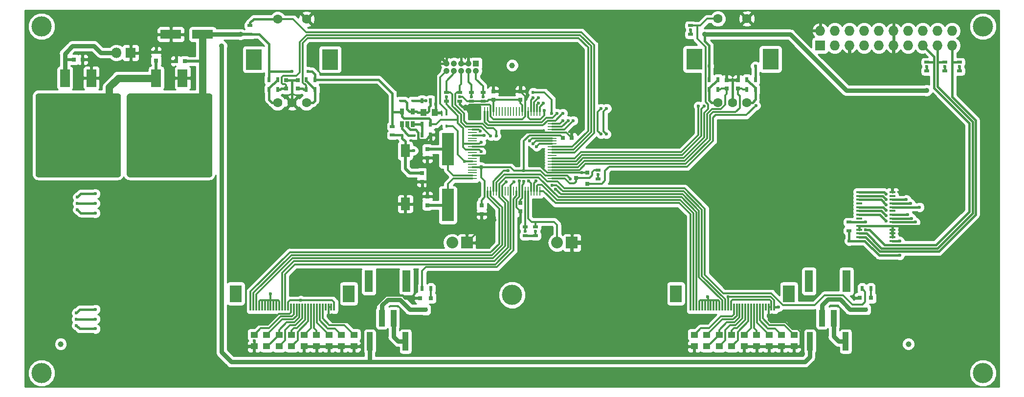
<source format=gbr>
G04 #@! TF.GenerationSoftware,KiCad,Pcbnew,5.0.2-bee76a0~70~ubuntu18.04.1*
G04 #@! TF.CreationDate,2019-04-15T14:09:08+02:00*
G04 #@! TF.ProjectId,top-board,746f702d-626f-4617-9264-2e6b69636164,rev?*
G04 #@! TF.SameCoordinates,PX47b3528PY2897428*
G04 #@! TF.FileFunction,Copper,L1,Top*
G04 #@! TF.FilePolarity,Positive*
%FSLAX46Y46*%
G04 Gerber Fmt 4.6, Leading zero omitted, Abs format (unit mm)*
G04 Created by KiCad (PCBNEW 5.0.2-bee76a0~70~ubuntu18.04.1) date Mon 15 Apr 2019 02:09:08 PM CEST*
%MOMM*%
%LPD*%
G01*
G04 APERTURE LIST*
G04 #@! TA.AperFunction,SMDPad,CuDef*
%ADD10R,0.800000X0.750000*%
G04 #@! TD*
G04 #@! TA.AperFunction,SMDPad,CuDef*
%ADD11R,3.599180X1.600200*%
G04 #@! TD*
G04 #@! TA.AperFunction,SMDPad,CuDef*
%ADD12R,1.250000X1.000000*%
G04 #@! TD*
G04 #@! TA.AperFunction,SMDPad,CuDef*
%ADD13R,0.750000X0.800000*%
G04 #@! TD*
G04 #@! TA.AperFunction,ComponentPad*
%ADD14C,1.600000*%
G04 #@! TD*
G04 #@! TA.AperFunction,ComponentPad*
%ADD15R,2.800000X3.600000*%
G04 #@! TD*
G04 #@! TA.AperFunction,SMDPad,CuDef*
%ADD16R,1.000000X2.850000*%
G04 #@! TD*
G04 #@! TA.AperFunction,SMDPad,CuDef*
%ADD17R,1.400000X3.800000*%
G04 #@! TD*
G04 #@! TA.AperFunction,ComponentPad*
%ADD18R,1.050000X1.050000*%
G04 #@! TD*
G04 #@! TA.AperFunction,ComponentPad*
%ADD19C,1.050000*%
G04 #@! TD*
G04 #@! TA.AperFunction,SMDPad,CuDef*
%ADD20R,0.800100X0.800100*%
G04 #@! TD*
G04 #@! TA.AperFunction,SMDPad,CuDef*
%ADD21R,0.500000X0.900000*%
G04 #@! TD*
G04 #@! TA.AperFunction,SMDPad,CuDef*
%ADD22R,0.900000X0.500000*%
G04 #@! TD*
G04 #@! TA.AperFunction,SMDPad,CuDef*
%ADD23R,1.600000X2.180000*%
G04 #@! TD*
G04 #@! TA.AperFunction,SMDPad,CuDef*
%ADD24R,1.651000X3.048000*%
G04 #@! TD*
G04 #@! TA.AperFunction,SMDPad,CuDef*
%ADD25R,6.096000X6.096000*%
G04 #@! TD*
G04 #@! TA.AperFunction,SMDPad,CuDef*
%ADD26R,1.500000X0.280000*%
G04 #@! TD*
G04 #@! TA.AperFunction,SMDPad,CuDef*
%ADD27R,0.280000X1.500000*%
G04 #@! TD*
G04 #@! TA.AperFunction,SMDPad,CuDef*
%ADD28R,1.100000X0.400000*%
G04 #@! TD*
G04 #@! TA.AperFunction,SMDPad,CuDef*
%ADD29R,2.100580X5.600700*%
G04 #@! TD*
G04 #@! TA.AperFunction,ComponentPad*
%ADD30R,2.032000X2.032000*%
G04 #@! TD*
G04 #@! TA.AperFunction,ComponentPad*
%ADD31O,2.032000X2.032000*%
G04 #@! TD*
G04 #@! TA.AperFunction,SMDPad,CuDef*
%ADD32R,1.000000X1.250000*%
G04 #@! TD*
G04 #@! TA.AperFunction,SMDPad,CuDef*
%ADD33R,0.590000X0.450000*%
G04 #@! TD*
G04 #@! TA.AperFunction,SMDPad,CuDef*
%ADD34R,0.450000X0.590000*%
G04 #@! TD*
G04 #@! TA.AperFunction,SMDPad,CuDef*
%ADD35R,0.650000X1.060000*%
G04 #@! TD*
G04 #@! TA.AperFunction,ComponentPad*
%ADD36R,1.727200X1.727200*%
G04 #@! TD*
G04 #@! TA.AperFunction,ComponentPad*
%ADD37O,1.727200X1.727200*%
G04 #@! TD*
G04 #@! TA.AperFunction,SMDPad,CuDef*
%ADD38R,2.000000X3.000000*%
G04 #@! TD*
G04 #@! TA.AperFunction,SMDPad,CuDef*
%ADD39R,0.300000X1.250000*%
G04 #@! TD*
G04 #@! TA.AperFunction,BGAPad,CuDef*
%ADD40C,1.000000*%
G04 #@! TD*
G04 #@! TA.AperFunction,ViaPad*
%ADD41C,3.500000*%
G04 #@! TD*
G04 #@! TA.AperFunction,SMDPad,CuDef*
%ADD42R,1.000000X3.200000*%
G04 #@! TD*
G04 #@! TA.AperFunction,ComponentPad*
%ADD43O,1.800000X1.800000*%
G04 #@! TD*
G04 #@! TA.AperFunction,ComponentPad*
%ADD44R,1.800000X1.800000*%
G04 #@! TD*
G04 #@! TA.AperFunction,ViaPad*
%ADD45C,0.600000*%
G04 #@! TD*
G04 #@! TA.AperFunction,ViaPad*
%ADD46C,0.900000*%
G04 #@! TD*
G04 #@! TA.AperFunction,ViaPad*
%ADD47C,1.350000*%
G04 #@! TD*
G04 #@! TA.AperFunction,ViaPad*
%ADD48C,0.750000*%
G04 #@! TD*
G04 #@! TA.AperFunction,Conductor*
%ADD49C,0.381000*%
G04 #@! TD*
G04 #@! TA.AperFunction,Conductor*
%ADD50C,0.508000*%
G04 #@! TD*
G04 #@! TA.AperFunction,Conductor*
%ADD51C,0.304800*%
G04 #@! TD*
G04 #@! TA.AperFunction,Conductor*
%ADD52C,0.762000*%
G04 #@! TD*
G04 #@! TA.AperFunction,Conductor*
%ADD53C,1.270000*%
G04 #@! TD*
G04 #@! TA.AperFunction,Conductor*
%ADD54C,0.254000*%
G04 #@! TD*
G04 APERTURE END LIST*
D10*
G04 #@! TO.P,C1,1*
G04 #@! TO.N,+12V*
X5602540Y-5740400D03*
G04 #@! TO.P,C1,2*
G04 #@! TO.N,GNDD*
X7102540Y-5740400D03*
G04 #@! TD*
G04 #@! TO.P,C3,1*
G04 #@! TO.N,+3V3*
X24817100Y-6014900D03*
G04 #@! TO.P,C3,2*
G04 #@! TO.N,GNDD*
X23317100Y-6014900D03*
G04 #@! TD*
D11*
G04 #@! TO.P,C4,1*
G04 #@! TO.N,+3V3*
X27897420Y-1379400D03*
G04 #@! TO.P,C4,2*
G04 #@! TO.N,GNDD*
X22395780Y-1379400D03*
G04 #@! TD*
D12*
G04 #@! TO.P,C21,1*
G04 #@! TO.N,Net-(C21-Pad1)*
X115189600Y-53401900D03*
G04 #@! TO.P,C21,2*
G04 #@! TO.N,Net-(C21-Pad2)*
X115189600Y-55401900D03*
G04 #@! TD*
G04 #@! TO.P,C22,1*
G04 #@! TO.N,Net-(C22-Pad1)*
X117348600Y-55401900D03*
G04 #@! TO.P,C22,2*
G04 #@! TO.N,Net-(C21-Pad2)*
X117348600Y-53401900D03*
G04 #@! TD*
G04 #@! TO.P,C37,1*
G04 #@! TO.N,GNDD*
X130302600Y-55401900D03*
G04 #@! TO.P,C37,2*
G04 #@! TO.N,Net-(C37-Pad2)*
X130302600Y-53401900D03*
G04 #@! TD*
G04 #@! TO.P,C35,1*
G04 #@! TO.N,GNDD*
X121666600Y-55401900D03*
G04 #@! TO.P,C35,2*
G04 #@! TO.N,Net-(C35-Pad2)*
X121666600Y-53401900D03*
G04 #@! TD*
G04 #@! TO.P,C23,1*
G04 #@! TO.N,Net-(C23-Pad1)*
X119507600Y-55401900D03*
G04 #@! TO.P,C23,2*
G04 #@! TO.N,Net-(C23-Pad2)*
X119507600Y-53401900D03*
G04 #@! TD*
G04 #@! TO.P,C33,1*
G04 #@! TO.N,GNDD*
X123825600Y-55401900D03*
G04 #@! TO.P,C33,2*
G04 #@! TO.N,Net-(C33-Pad2)*
X123825600Y-53401900D03*
G04 #@! TD*
G04 #@! TO.P,C31,1*
G04 #@! TO.N,GNDD*
X125984600Y-55401900D03*
G04 #@! TO.P,C31,2*
G04 #@! TO.N,Net-(C31-Pad2)*
X125984600Y-53401900D03*
G04 #@! TD*
G04 #@! TO.P,C29,1*
G04 #@! TO.N,GNDD*
X128143600Y-55401900D03*
G04 #@! TO.P,C29,2*
G04 #@! TO.N,Net-(C29-Pad2)*
X128143600Y-53401900D03*
G04 #@! TD*
G04 #@! TO.P,C27,1*
G04 #@! TO.N,GNDD*
X113030600Y-55401900D03*
G04 #@! TO.P,C27,2*
G04 #@! TO.N,Net-(C27-Pad2)*
X113030600Y-53401900D03*
G04 #@! TD*
G04 #@! TO.P,C24,1*
G04 #@! TO.N,Net-(C24-Pad1)*
X38989600Y-53401900D03*
G04 #@! TO.P,C24,2*
G04 #@! TO.N,Net-(C24-Pad2)*
X38989600Y-55401900D03*
G04 #@! TD*
G04 #@! TO.P,C25,1*
G04 #@! TO.N,Net-(C25-Pad1)*
X41148600Y-55401900D03*
G04 #@! TO.P,C25,2*
G04 #@! TO.N,Net-(C24-Pad2)*
X41148600Y-53401900D03*
G04 #@! TD*
G04 #@! TO.P,C38,1*
G04 #@! TO.N,GNDD*
X54102600Y-55401900D03*
G04 #@! TO.P,C38,2*
G04 #@! TO.N,Net-(C38-Pad2)*
X54102600Y-53401900D03*
G04 #@! TD*
G04 #@! TO.P,C36,1*
G04 #@! TO.N,GNDD*
X45466600Y-55401900D03*
G04 #@! TO.P,C36,2*
G04 #@! TO.N,Net-(C36-Pad2)*
X45466600Y-53401900D03*
G04 #@! TD*
G04 #@! TO.P,C26,1*
G04 #@! TO.N,Net-(C26-Pad1)*
X43307600Y-55401900D03*
G04 #@! TO.P,C26,2*
G04 #@! TO.N,Net-(C26-Pad2)*
X43307600Y-53401900D03*
G04 #@! TD*
G04 #@! TO.P,C34,1*
G04 #@! TO.N,GNDD*
X47625600Y-55401900D03*
G04 #@! TO.P,C34,2*
G04 #@! TO.N,Net-(C34-Pad2)*
X47625600Y-53401900D03*
G04 #@! TD*
G04 #@! TO.P,C32,1*
G04 #@! TO.N,GNDD*
X49784600Y-55401900D03*
G04 #@! TO.P,C32,2*
G04 #@! TO.N,Net-(C32-Pad2)*
X49784600Y-53401900D03*
G04 #@! TD*
G04 #@! TO.P,C30,1*
G04 #@! TO.N,GNDD*
X51943600Y-55401900D03*
G04 #@! TO.P,C30,2*
G04 #@! TO.N,Net-(C30-Pad2)*
X51943600Y-53401900D03*
G04 #@! TD*
G04 #@! TO.P,C28,1*
G04 #@! TO.N,GNDD*
X36830600Y-55401900D03*
G04 #@! TO.P,C28,2*
G04 #@! TO.N,Net-(C28-Pad2)*
X36830600Y-53401900D03*
G04 #@! TD*
D13*
G04 #@! TO.P,C9,1*
G04 #@! TO.N,+3V3*
X76200600Y-30982400D03*
G04 #@! TO.P,C9,2*
G04 #@! TO.N,GNDD*
X76200600Y-32482400D03*
G04 #@! TD*
D10*
G04 #@! TO.P,C11,1*
G04 #@! TO.N,+3V3*
X90297600Y-19286400D03*
G04 #@! TO.P,C11,2*
G04 #@! TO.N,GNDD*
X91797600Y-19286400D03*
G04 #@! TD*
D13*
G04 #@! TO.P,C12,1*
G04 #@! TO.N,+3V3*
X78232600Y-12733900D03*
G04 #@! TO.P,C12,2*
G04 #@! TO.N,GNDD*
X78232600Y-11233900D03*
G04 #@! TD*
G04 #@! TO.P,C13,1*
G04 #@! TO.N,+3V3*
X82945000Y-12721200D03*
G04 #@! TO.P,C13,2*
G04 #@! TO.N,GNDD*
X82945000Y-11221200D03*
G04 #@! TD*
G04 #@! TO.P,C14,1*
G04 #@! TO.N,+3V3*
X82931600Y-30537900D03*
G04 #@! TO.P,C14,2*
G04 #@! TO.N,GNDD*
X82931600Y-32037900D03*
G04 #@! TD*
G04 #@! TO.P,C7,1*
G04 #@! TO.N,Net-(C7-Pad1)*
X66802600Y-21266900D03*
G04 #@! TO.P,C7,2*
G04 #@! TO.N,GNDD*
X66802600Y-22766900D03*
G04 #@! TD*
G04 #@! TO.P,C8,1*
G04 #@! TO.N,Net-(C8-Pad1)*
X66802600Y-30958400D03*
G04 #@! TO.P,C8,2*
G04 #@! TO.N,GNDD*
X66802600Y-29458400D03*
G04 #@! TD*
G04 #@! TO.P,C39,1*
G04 #@! TO.N,ENC1_B*
X118618600Y-10790800D03*
G04 #@! TO.P,C39,2*
G04 #@! TO.N,GNDD*
X118618600Y-9290800D03*
G04 #@! TD*
G04 #@! TO.P,C41,1*
G04 #@! TO.N,ENC2_B*
X42367800Y-10790800D03*
G04 #@! TO.P,C41,2*
G04 #@! TO.N,GNDD*
X42367800Y-9290800D03*
G04 #@! TD*
G04 #@! TO.P,C40,1*
G04 #@! TO.N,ENC1_A*
X120625200Y-10790800D03*
G04 #@! TO.P,C40,2*
G04 #@! TO.N,GNDD*
X120625200Y-9290800D03*
G04 #@! TD*
G04 #@! TO.P,C42,1*
G04 #@! TO.N,ENC2_A*
X44374400Y-10790800D03*
G04 #@! TO.P,C42,2*
G04 #@! TO.N,GNDD*
X44374400Y-9290800D03*
G04 #@! TD*
D14*
G04 #@! TO.P,E1,5*
G04 #@! TO.N,Net-(E1-Pad5)*
X117123800Y-13165000D03*
G04 #@! TO.P,E1,2*
G04 #@! TO.N,ENC1_SW*
X117123800Y1335000D03*
G04 #@! TO.P,E1,3*
G04 #@! TO.N,Net-(E1-Pad3)*
X122123800Y-13165000D03*
G04 #@! TO.P,E1,1*
G04 #@! TO.N,GNDD*
X122123800Y1335000D03*
G04 #@! TO.P,E1,4*
X119623800Y-13165000D03*
D15*
G04 #@! TO.P,E1,*
G04 #@! TO.N,*
X113023800Y-5665000D03*
X126223800Y-5665000D03*
G04 #@! TD*
D14*
G04 #@! TO.P,E2,5*
G04 #@! TO.N,Net-(E2-Pad5)*
X40898400Y-13215800D03*
G04 #@! TO.P,E2,2*
G04 #@! TO.N,ENC2_SW*
X40898400Y1284200D03*
G04 #@! TO.P,E2,3*
G04 #@! TO.N,Net-(E2-Pad3)*
X45898400Y-13215800D03*
G04 #@! TO.P,E2,1*
G04 #@! TO.N,GNDD*
X45898400Y1284200D03*
G04 #@! TO.P,E2,4*
X43398400Y-13215800D03*
D15*
G04 #@! TO.P,E2,*
G04 #@! TO.N,*
X36798400Y-5715800D03*
X49998400Y-5715800D03*
G04 #@! TD*
D16*
G04 #@! TO.P,P5,1*
G04 #@! TO.N,Net-(P5-Pad1)*
X135144600Y-50510400D03*
G04 #@! TO.P,P5,2*
G04 #@! TO.N,Net-(P5-Pad2)*
X137144600Y-50510400D03*
D17*
G04 #@! TO.P,P5,*
G04 #@! TO.N,*
X132894600Y-44135400D03*
X139394600Y-44135400D03*
G04 #@! TD*
D16*
G04 #@! TO.P,P6,1*
G04 #@! TO.N,Net-(P6-Pad1)*
X58944600Y-50510400D03*
G04 #@! TO.P,P6,2*
G04 #@! TO.N,Net-(P6-Pad2)*
X60944600Y-50510400D03*
D17*
G04 #@! TO.P,P6,*
G04 #@! TO.N,*
X56694600Y-44135400D03*
X63194600Y-44135400D03*
G04 #@! TD*
D18*
G04 #@! TO.P,P2,1*
G04 #@! TO.N,N/C*
X75248100Y-6395900D03*
D19*
G04 #@! TO.P,P2,3*
G04 #@! TO.N,GNDD*
X73978100Y-6395900D03*
G04 #@! TO.P,P2,5*
X72708100Y-6395900D03*
G04 #@! TO.P,P2,7*
G04 #@! TO.N,N/C*
X71438100Y-6395900D03*
G04 #@! TO.P,P2,9*
G04 #@! TO.N,GNDD*
X70168100Y-6395900D03*
G04 #@! TO.P,P2,4*
G04 #@! TO.N,JTAG_TCK_SWDCLK*
X73978100Y-7665900D03*
G04 #@! TO.P,P2,6*
G04 #@! TO.N,JTAG_TDO_SWO*
X72708100Y-7665900D03*
G04 #@! TO.P,P2,8*
G04 #@! TO.N,JTAG_TDI*
X71438100Y-7665900D03*
G04 #@! TO.P,P2,10*
G04 #@! TO.N,Net-(D2-Pad1)*
X70168100Y-7665900D03*
G04 #@! TO.P,P2,2*
G04 #@! TO.N,JTAG_TMS_SDWIO*
X75248100Y-7665900D03*
G04 #@! TD*
D20*
G04 #@! TO.P,Q2,1*
G04 #@! TO.N,Net-(Q2-Pad1)*
X143611640Y-47017940D03*
G04 #@! TO.P,Q2,2*
G04 #@! TO.N,GNDD*
X141711640Y-47017940D03*
G04 #@! TO.P,Q2,3*
G04 #@! TO.N,Net-(P5-Pad1)*
X142661640Y-49016920D03*
G04 #@! TD*
G04 #@! TO.P,Q3,1*
G04 #@! TO.N,Net-(Q3-Pad1)*
X67424340Y-47030640D03*
G04 #@! TO.P,Q3,2*
G04 #@! TO.N,GNDD*
X65524340Y-47030640D03*
G04 #@! TO.P,Q3,3*
G04 #@! TO.N,Net-(P6-Pad1)*
X66474340Y-49029620D03*
G04 #@! TD*
D21*
G04 #@! TO.P,R13,1*
G04 #@! TO.N,GLCD1_BL*
X142102140Y-45415200D03*
G04 #@! TO.P,R13,2*
G04 #@! TO.N,Net-(Q2-Pad1)*
X143602140Y-45415200D03*
G04 #@! TD*
G04 #@! TO.P,R14,1*
G04 #@! TO.N,GLCD2_BL*
X65914840Y-45415200D03*
G04 #@! TO.P,R14,2*
G04 #@! TO.N,Net-(Q3-Pad1)*
X67414840Y-45415200D03*
G04 #@! TD*
D22*
G04 #@! TO.P,R12,1*
G04 #@! TO.N,+3V3*
X96393600Y-26386400D03*
G04 #@! TO.P,R12,2*
G04 #@! TO.N,Net-(Q1-Pad3)*
X96393600Y-24886400D03*
G04 #@! TD*
G04 #@! TO.P,R5,1*
G04 #@! TO.N,+3V3*
X76454600Y-12924400D03*
G04 #@! TO.P,R5,2*
G04 #@! TO.N,JTAG_TMS_SDWIO*
X76454600Y-11424400D03*
G04 #@! TD*
G04 #@! TO.P,R7,1*
G04 #@! TO.N,+3V3*
X74422600Y-12924400D03*
G04 #@! TO.P,R7,2*
G04 #@! TO.N,JTAG_TCK_SWDCLK*
X74422600Y-11424400D03*
G04 #@! TD*
G04 #@! TO.P,R10,1*
G04 #@! TO.N,GNDD*
X72454100Y-12924400D03*
G04 #@! TO.P,R10,2*
G04 #@! TO.N,JTAG_TDO_SWO*
X72454100Y-11424400D03*
G04 #@! TD*
G04 #@! TO.P,R8,1*
G04 #@! TO.N,+3V3*
X70104600Y-12924400D03*
G04 #@! TO.P,R8,2*
G04 #@! TO.N,JTAG_TDI*
X70104600Y-11424400D03*
G04 #@! TD*
G04 #@! TO.P,R15,1*
G04 #@! TO.N,+3V3*
X85535100Y-36228900D03*
G04 #@! TO.P,R15,2*
G04 #@! TO.N,FS1*
X85535100Y-34728900D03*
G04 #@! TD*
G04 #@! TO.P,R17,1*
G04 #@! TO.N,+3V3*
X112370200Y-1367400D03*
G04 #@! TO.P,R17,2*
G04 #@! TO.N,ENC1_SW*
X112370200Y132600D03*
G04 #@! TD*
G04 #@! TO.P,R22,1*
G04 #@! TO.N,+3V3*
X36119400Y-1367400D03*
G04 #@! TO.P,R22,2*
G04 #@! TO.N,ENC2_SW*
X36119400Y132600D03*
G04 #@! TD*
D21*
G04 #@! TO.P,R18,1*
G04 #@! TO.N,+3V3*
X115633400Y-9202600D03*
G04 #@! TO.P,R18,2*
G04 #@! TO.N,Net-(E1-Pad5)*
X117133400Y-9202600D03*
G04 #@! TD*
G04 #@! TO.P,R23,1*
G04 #@! TO.N,+3V3*
X39382600Y-9202600D03*
G04 #@! TO.P,R23,2*
G04 #@! TO.N,Net-(E2-Pad5)*
X40882600Y-9202600D03*
G04 #@! TD*
G04 #@! TO.P,R20,1*
G04 #@! TO.N,ENC1_B*
X117133400Y-10929800D03*
G04 #@! TO.P,R20,2*
G04 #@! TO.N,Net-(E1-Pad5)*
X115633400Y-10929800D03*
G04 #@! TD*
G04 #@! TO.P,R25,1*
G04 #@! TO.N,ENC2_B*
X40882600Y-10929800D03*
G04 #@! TO.P,R25,2*
G04 #@! TO.N,Net-(E2-Pad5)*
X39382600Y-10929800D03*
G04 #@! TD*
D22*
G04 #@! TO.P,R16,1*
G04 #@! TO.N,+3V3*
X83757100Y-36228900D03*
G04 #@! TO.P,R16,2*
G04 #@! TO.N,FS2*
X83757100Y-34728900D03*
G04 #@! TD*
D21*
G04 #@! TO.P,R19,1*
G04 #@! TO.N,+3V3*
X123610400Y-9202600D03*
G04 #@! TO.P,R19,2*
G04 #@! TO.N,Net-(E1-Pad3)*
X122110400Y-9202600D03*
G04 #@! TD*
G04 #@! TO.P,R24,1*
G04 #@! TO.N,+3V3*
X47359600Y-9202600D03*
G04 #@! TO.P,R24,2*
G04 #@! TO.N,Net-(E2-Pad3)*
X45859600Y-9202600D03*
G04 #@! TD*
G04 #@! TO.P,R21,1*
G04 #@! TO.N,ENC1_A*
X122110400Y-10929800D03*
G04 #@! TO.P,R21,2*
G04 #@! TO.N,Net-(E1-Pad3)*
X123610400Y-10929800D03*
G04 #@! TD*
G04 #@! TO.P,R26,1*
G04 #@! TO.N,ENC2_A*
X45859600Y-10929800D03*
G04 #@! TO.P,R26,2*
G04 #@! TO.N,Net-(E2-Pad3)*
X47359600Y-10929800D03*
G04 #@! TD*
D23*
G04 #@! TO.P,SW1,1*
G04 #@! TO.N,JTAG_RESET*
X62994700Y-21531860D03*
G04 #@! TO.P,SW1,2*
G04 #@! TO.N,GNDD*
X62990060Y-30736720D03*
G04 #@! TD*
D24*
G04 #@! TO.P,U2,1*
G04 #@! TO.N,GNDD*
X24448100Y-8935900D03*
D25*
G04 #@! TO.P,U2,2*
G04 #@! TO.N,+3V3*
X22162100Y-15285900D03*
D24*
G04 #@! TO.P,U2,3*
G04 #@! TO.N,Net-(C2-Pad1)*
X19876100Y-8935900D03*
G04 #@! TD*
D26*
G04 #@! TO.P,U4,1*
G04 #@! TO.N,JTAG_TDO_SWO*
X74609200Y-16847800D03*
G04 #@! TO.P,U4,2*
G04 #@! TO.N,JTAG_TDI*
X74609200Y-17347800D03*
G04 #@! TO.P,U4,3*
G04 #@! TO.N,JTAG_TMS_SDWIO*
X74609200Y-17847800D03*
G04 #@! TO.P,U4,4*
G04 #@! TO.N,N/C*
X74609200Y-18347800D03*
G04 #@! TO.P,U4,5*
G04 #@! TO.N,JTAG_TCK_SWDCLK*
X74609200Y-18847800D03*
G04 #@! TO.P,U4,6*
G04 #@! TO.N,N/C*
X74609200Y-19347800D03*
G04 #@! TO.P,U4,7*
X74609200Y-19847800D03*
G04 #@! TO.P,U4,8*
G04 #@! TO.N,+3V3*
X74609200Y-20347800D03*
G04 #@! TO.P,U4,9*
G04 #@! TO.N,GNDD*
X74609200Y-20847800D03*
G04 #@! TO.P,U4,10*
G04 #@! TO.N,+3V3*
X74609200Y-21347800D03*
G04 #@! TO.P,U4,11*
G04 #@! TO.N,N/C*
X74609200Y-21847800D03*
G04 #@! TO.P,U4,12*
G04 #@! TO.N,GNDD*
X74609200Y-22347800D03*
G04 #@! TO.P,U4,13*
G04 #@! TO.N,N/C*
X74609200Y-22847800D03*
G04 #@! TO.P,U4,14*
G04 #@! TO.N,JTAG_RESET*
X74609200Y-23347800D03*
G04 #@! TO.P,U4,15*
G04 #@! TO.N,N/C*
X74609200Y-23847800D03*
G04 #@! TO.P,U4,16*
G04 #@! TO.N,+3V3*
X74609200Y-24347800D03*
G04 #@! TO.P,U4,17*
G04 #@! TO.N,N/C*
X74609200Y-24847800D03*
G04 #@! TO.P,U4,18*
X74609200Y-25347800D03*
G04 #@! TO.P,U4,19*
G04 #@! TO.N,Net-(C7-Pad1)*
X74609200Y-25847800D03*
G04 #@! TO.P,U4,20*
G04 #@! TO.N,Net-(C8-Pad1)*
X74609200Y-26347800D03*
D27*
G04 #@! TO.P,U4,21*
G04 #@! TO.N,+3V3*
X76759200Y-28497800D03*
G04 #@! TO.P,U4,22*
G04 #@! TO.N,GLCD2_CS*
X77259200Y-28497800D03*
G04 #@! TO.P,U4,23*
G04 #@! TO.N,GLCD2_RESET*
X77759200Y-28497800D03*
G04 #@! TO.P,U4,24*
G04 #@! TO.N,GNDD*
X78259200Y-28497800D03*
G04 #@! TO.P,U4,25*
G04 #@! TO.N,GLCD1_BL*
X78759200Y-28497800D03*
G04 #@! TO.P,U4,26*
G04 #@! TO.N,GLCD_A0*
X79259200Y-28497800D03*
G04 #@! TO.P,U4,27*
G04 #@! TO.N,GLCD_SCL*
X79759200Y-28497800D03*
G04 #@! TO.P,U4,28*
G04 #@! TO.N,N/C*
X80259200Y-28497800D03*
G04 #@! TO.P,U4,29*
X80759200Y-28497800D03*
G04 #@! TO.P,U4,30*
G04 #@! TO.N,GLCD_SI*
X81259200Y-28497800D03*
G04 #@! TO.P,U4,31*
G04 #@! TO.N,N/C*
X81759200Y-28497800D03*
G04 #@! TO.P,U4,32*
G04 #@! TO.N,GLCD2_BL*
X82259200Y-28497800D03*
G04 #@! TO.P,U4,33*
G04 #@! TO.N,GNDD*
X82759200Y-28497800D03*
G04 #@! TO.P,U4,34*
G04 #@! TO.N,+3V3*
X83259200Y-28497800D03*
G04 #@! TO.P,U4,35*
G04 #@! TO.N,FS2*
X83759200Y-28497800D03*
G04 #@! TO.P,U4,36*
G04 #@! TO.N,FS1*
X84259200Y-28497800D03*
G04 #@! TO.P,U4,37*
G04 #@! TO.N,HMI_RFU_01(RX)*
X84759200Y-28497800D03*
G04 #@! TO.P,U4,38*
G04 #@! TO.N,HMI_RFU_02(TX)*
X85259200Y-28497800D03*
G04 #@! TO.P,U4,39*
G04 #@! TO.N,GLCD1_RESET*
X85759200Y-28497800D03*
G04 #@! TO.P,U4,40*
G04 #@! TO.N,GLCD1_CS*
X86259200Y-28497800D03*
D26*
G04 #@! TO.P,U4,41*
G04 #@! TO.N,Net-(Q1-Pad3)*
X88409200Y-26347800D03*
G04 #@! TO.P,U4,42*
G04 #@! TO.N,+3V3*
X88409200Y-25847800D03*
G04 #@! TO.P,U4,43*
G04 #@! TO.N,GNDD*
X88409200Y-25347800D03*
G04 #@! TO.P,U4,44*
G04 #@! TO.N,ENC1_A*
X88409200Y-24847800D03*
G04 #@! TO.P,U4,45*
G04 #@! TO.N,ENC1_B*
X88409200Y-24347800D03*
G04 #@! TO.P,U4,46*
G04 #@! TO.N,ENC1_SW*
X88409200Y-23847800D03*
G04 #@! TO.P,U4,47*
G04 #@! TO.N,CLI_UART_RX*
X88409200Y-23347800D03*
G04 #@! TO.P,U4,48*
G04 #@! TO.N,CLI_UART_TX*
X88409200Y-22847800D03*
G04 #@! TO.P,U4,49*
G04 #@! TO.N,N/C*
X88409200Y-22347800D03*
G04 #@! TO.P,U4,50*
G04 #@! TO.N,ENC2_SW*
X88409200Y-21847800D03*
G04 #@! TO.P,U4,51*
G04 #@! TO.N,ENC2_B*
X88409200Y-21347800D03*
G04 #@! TO.P,U4,52*
G04 #@! TO.N,ENC2_A*
X88409200Y-20847800D03*
G04 #@! TO.P,U4,53*
G04 #@! TO.N,FS2_LED_G*
X88409200Y-20347800D03*
G04 #@! TO.P,U4,54*
G04 #@! TO.N,FS2_LED_R*
X88409200Y-19847800D03*
G04 #@! TO.P,U4,55*
G04 #@! TO.N,FS2_LED_B*
X88409200Y-19347800D03*
G04 #@! TO.P,U4,56*
G04 #@! TO.N,+3V3*
X88409200Y-18847800D03*
G04 #@! TO.P,U4,57*
G04 #@! TO.N,GNDD*
X88409200Y-18347800D03*
G04 #@! TO.P,U4,58*
G04 #@! TO.N,FS1_LED_G*
X88409200Y-17847800D03*
G04 #@! TO.P,U4,59*
G04 #@! TO.N,FS1_LED_R*
X88409200Y-17347800D03*
G04 #@! TO.P,U4,60*
G04 #@! TO.N,FS1_LED_B*
X88409200Y-16847800D03*
D27*
G04 #@! TO.P,U4,61*
G04 #@! TO.N,SPI0_MISO_HMI*
X86259200Y-14697800D03*
G04 #@! TO.P,U4,62*
G04 #@! TO.N,SPI0_MOSI_HMI*
X85759200Y-14697800D03*
G04 #@! TO.P,U4,63*
G04 #@! TO.N,SPI0_CLK_HMI*
X85259200Y-14697800D03*
G04 #@! TO.P,U4,64*
G04 #@! TO.N,SPI0_CS0_HMI*
X84759200Y-14697800D03*
G04 #@! TO.P,U4,65*
G04 #@! TO.N,POWER_BUTTON*
X84259200Y-14697800D03*
G04 #@! TO.P,U4,66*
G04 #@! TO.N,GNDD*
X83759200Y-14697800D03*
G04 #@! TO.P,U4,67*
G04 #@! TO.N,+3V3*
X83259200Y-14697800D03*
G04 #@! TO.P,U4,68*
G04 #@! TO.N,N/C*
X82759200Y-14697800D03*
G04 #@! TO.P,U4,69*
X82259200Y-14697800D03*
G04 #@! TO.P,U4,70*
X81759200Y-14697800D03*
G04 #@! TO.P,U4,71*
X81259200Y-14697800D03*
G04 #@! TO.P,U4,72*
X80759200Y-14697800D03*
G04 #@! TO.P,U4,73*
X80259200Y-14697800D03*
G04 #@! TO.P,U4,74*
X79759200Y-14697800D03*
G04 #@! TO.P,U4,75*
X79259200Y-14697800D03*
G04 #@! TO.P,U4,76*
X78759200Y-14697800D03*
G04 #@! TO.P,U4,77*
G04 #@! TO.N,+3V3*
X78259200Y-14697800D03*
G04 #@! TO.P,U4,78*
G04 #@! TO.N,GNDD*
X77759200Y-14697800D03*
G04 #@! TO.P,U4,79*
G04 #@! TO.N,HMI_UART_RX*
X77259200Y-14697800D03*
G04 #@! TO.P,U4,80*
G04 #@! TO.N,HMI_UART_TX*
X76759200Y-14697800D03*
G04 #@! TD*
D28*
G04 #@! TO.P,U5,1*
G04 #@! TO.N,+3V3*
X147325800Y-37151200D03*
G04 #@! TO.P,U5,2*
G04 #@! TO.N,GNDD*
X147325800Y-36501200D03*
G04 #@! TO.P,U5,3*
X147325800Y-35851200D03*
G04 #@! TO.P,U5,4*
X147325800Y-35201200D03*
G04 #@! TO.P,U5,5*
X147325800Y-34551200D03*
G04 #@! TO.P,U5,6*
G04 #@! TO.N,Net-(R38-Pad2)*
X147325800Y-33901200D03*
G04 #@! TO.P,U5,7*
G04 #@! TO.N,Net-(R37-Pad2)*
X147325800Y-33251200D03*
G04 #@! TO.P,U5,8*
G04 #@! TO.N,Net-(R36-Pad2)*
X147325800Y-32601200D03*
G04 #@! TO.P,U5,9*
G04 #@! TO.N,N/C*
X147325800Y-31951200D03*
G04 #@! TO.P,U5,10*
G04 #@! TO.N,Net-(R35-Pad2)*
X147325800Y-31301200D03*
G04 #@! TO.P,U5,11*
G04 #@! TO.N,Net-(R34-Pad2)*
X147325800Y-30651200D03*
G04 #@! TO.P,U5,12*
G04 #@! TO.N,Net-(R33-Pad2)*
X147325800Y-30001200D03*
G04 #@! TO.P,U5,13*
G04 #@! TO.N,N/C*
X147325800Y-29351200D03*
G04 #@! TO.P,U5,14*
G04 #@! TO.N,GNDD*
X147325800Y-28701200D03*
G04 #@! TO.P,U5,15*
G04 #@! TO.N,Net-(R39-Pad2)*
X141625800Y-28701200D03*
G04 #@! TO.P,U5,16*
G04 #@! TO.N,Net-(R40-Pad2)*
X141625800Y-29351200D03*
G04 #@! TO.P,U5,17*
G04 #@! TO.N,Net-(R41-Pad2)*
X141625800Y-30001200D03*
G04 #@! TO.P,U5,18*
G04 #@! TO.N,N/C*
X141625800Y-30651200D03*
G04 #@! TO.P,U5,19*
G04 #@! TO.N,Net-(R42-Pad2)*
X141625800Y-31301200D03*
G04 #@! TO.P,U5,20*
G04 #@! TO.N,Net-(R43-Pad2)*
X141625800Y-31951200D03*
G04 #@! TO.P,U5,21*
G04 #@! TO.N,Net-(R44-Pad2)*
X141625800Y-32601200D03*
G04 #@! TO.P,U5,22*
G04 #@! TO.N,N/C*
X141625800Y-33251200D03*
G04 #@! TO.P,U5,23*
G04 #@! TO.N,PM_LEDS_OE*
X141625800Y-33901200D03*
G04 #@! TO.P,U5,24*
G04 #@! TO.N,GNDD*
X141625800Y-34551200D03*
G04 #@! TO.P,U5,25*
X141625800Y-35201200D03*
G04 #@! TO.P,U5,26*
G04 #@! TO.N,PM_LEDS_SCL*
X141625800Y-35851200D03*
G04 #@! TO.P,U5,27*
G04 #@! TO.N,PM_LEDS_SDA*
X141625800Y-36501200D03*
G04 #@! TO.P,U5,28*
G04 #@! TO.N,+3V3*
X141625800Y-37151200D03*
G04 #@! TD*
D29*
G04 #@! TO.P,Y1,1*
G04 #@! TO.N,Net-(C7-Pad1)*
X70345900Y-21232040D03*
G04 #@! TO.P,Y1,2*
G04 #@! TO.N,Net-(C8-Pad1)*
X70345900Y-30929760D03*
G04 #@! TD*
D30*
G04 #@! TO.P,P7,1*
G04 #@! TO.N,GNDD*
X91827100Y-37447400D03*
D31*
G04 #@! TO.P,P7,2*
G04 #@! TO.N,FS1*
X89287100Y-37447400D03*
G04 #@! TD*
D30*
G04 #@! TO.P,P8,1*
G04 #@! TO.N,GNDD*
X73666100Y-37447400D03*
D31*
G04 #@! TO.P,P8,2*
G04 #@! TO.N,FS2*
X71126100Y-37447400D03*
G04 #@! TD*
D13*
G04 #@! TO.P,C2,1*
G04 #@! TO.N,Net-(C2-Pad1)*
X19865340Y-5931600D03*
G04 #@! TO.P,C2,2*
G04 #@! TO.N,GNDD*
X19865340Y-4431600D03*
G04 #@! TD*
D32*
G04 #@! TO.P,C5,1*
G04 #@! TO.N,GNDD*
X68120100Y-14904900D03*
G04 #@! TO.P,C5,2*
G04 #@! TO.N,Net-(C5-Pad2)*
X66120100Y-14904900D03*
G04 #@! TD*
D13*
G04 #@! TO.P,C6,1*
G04 #@! TO.N,JTAG_RESET*
X65913600Y-25394400D03*
G04 #@! TO.P,C6,2*
G04 #@! TO.N,GNDD*
X65913600Y-26894400D03*
G04 #@! TD*
D33*
G04 #@! TO.P,D1,1*
G04 #@! TO.N,HMI_RESET*
X64301600Y-12872900D03*
G04 #@! TO.P,D1,2*
G04 #@! TO.N,Net-(C5-Pad2)*
X62191600Y-12872900D03*
G04 #@! TD*
D34*
G04 #@! TO.P,D2,1*
G04 #@! TO.N,Net-(D2-Pad1)*
X70155400Y-15132600D03*
G04 #@! TO.P,D2,2*
G04 #@! TO.N,JTAG_RESET*
X70155400Y-17242600D03*
G04 #@! TD*
D33*
G04 #@! TO.P,D3,1*
G04 #@! TO.N,Net-(D3-Pad1)*
X64555600Y-18841900D03*
G04 #@! TO.P,D3,2*
G04 #@! TO.N,JTAG_RESET*
X62445600Y-18841900D03*
G04 #@! TD*
D20*
G04 #@! TO.P,Q1,1*
G04 #@! TO.N,HMI_ISP_ENABLE*
X94524860Y-27221400D03*
G04 #@! TO.P,Q1,2*
G04 #@! TO.N,GNDD*
X94524860Y-25321400D03*
G04 #@! TO.P,Q1,3*
G04 #@! TO.N,Net-(Q1-Pad3)*
X92525880Y-26271400D03*
G04 #@! TD*
D21*
G04 #@! TO.P,R1,1*
G04 #@! TO.N,Net-(C5-Pad2)*
X67362100Y-12872900D03*
G04 #@! TO.P,R1,2*
G04 #@! TO.N,HMI_RESET*
X65862100Y-12872900D03*
G04 #@! TD*
G04 #@! TO.P,R2,1*
G04 #@! TO.N,+3V3*
X67362100Y-16936900D03*
G04 #@! TO.P,R2,2*
G04 #@! TO.N,Net-(R2-Pad2)*
X65862100Y-16936900D03*
G04 #@! TD*
G04 #@! TO.P,R3,1*
G04 #@! TO.N,Net-(R2-Pad2)*
X65862100Y-18778400D03*
G04 #@! TO.P,R3,2*
G04 #@! TO.N,GNDD*
X67362100Y-18778400D03*
G04 #@! TD*
D22*
G04 #@! TO.P,R4,1*
G04 #@! TO.N,+3V3*
X158941100Y-7717400D03*
G04 #@! TO.P,R4,2*
G04 #@! TO.N,PM_LEDS_SDA*
X158941100Y-6217400D03*
G04 #@! TD*
G04 #@! TO.P,R6,1*
G04 #@! TO.N,+3V3*
X156413800Y-7717400D03*
G04 #@! TO.P,R6,2*
G04 #@! TO.N,PM_LEDS_SCL*
X156413800Y-6217400D03*
G04 #@! TD*
G04 #@! TO.P,R9,1*
G04 #@! TO.N,+3V3*
X153264200Y-7717400D03*
G04 #@! TO.P,R9,2*
G04 #@! TO.N,PM_LEDS_OE*
X153264200Y-6217400D03*
G04 #@! TD*
G04 #@! TO.P,R11,1*
G04 #@! TO.N,+3V3*
X60770100Y-17329900D03*
G04 #@! TO.P,R11,2*
G04 #@! TO.N,JTAG_RESET*
X60770100Y-18829900D03*
G04 #@! TD*
D24*
G04 #@! TO.P,U1,1*
G04 #@! TO.N,GNDD*
X8636600Y-8935900D03*
D25*
G04 #@! TO.P,U1,2*
G04 #@! TO.N,Net-(C2-Pad1)*
X6350600Y-15285900D03*
D24*
G04 #@! TO.P,U1,3*
G04 #@! TO.N,+12V*
X4064600Y-8935900D03*
G04 #@! TD*
D35*
G04 #@! TO.P,U3,1*
G04 #@! TO.N,Net-(D3-Pad1)*
X62423600Y-16957400D03*
G04 #@! TO.P,U3,2*
G04 #@! TO.N,GNDD*
X63373600Y-16957400D03*
G04 #@! TO.P,U3,3*
G04 #@! TO.N,Net-(R2-Pad2)*
X64323600Y-16957400D03*
G04 #@! TO.P,U3,4*
G04 #@! TO.N,Net-(C5-Pad2)*
X64323600Y-14757400D03*
G04 #@! TO.P,U3,5*
G04 #@! TO.N,+3V3*
X62423600Y-14757400D03*
G04 #@! TD*
D36*
G04 #@! TO.P,P4,1*
G04 #@! TO.N,HMI_RFU_01(RX)*
X134816600Y-3284400D03*
D37*
G04 #@! TO.P,P4,2*
G04 #@! TO.N,GNDD*
X134816600Y-744400D03*
G04 #@! TO.P,P4,3*
G04 #@! TO.N,HMI_RFU_02(TX)*
X137356600Y-3284400D03*
G04 #@! TO.P,P4,4*
G04 #@! TO.N,SPI0_MISO_HMI*
X137356600Y-744400D03*
G04 #@! TO.P,P4,5*
G04 #@! TO.N,GNDD*
X139896600Y-3284400D03*
G04 #@! TO.P,P4,6*
G04 #@! TO.N,SPI0_MOSI_HMI*
X139896600Y-744400D03*
G04 #@! TO.P,P4,7*
G04 #@! TO.N,CLI_UART_TX*
X142436600Y-3284400D03*
G04 #@! TO.P,P4,8*
G04 #@! TO.N,SPI0_CLK_HMI*
X142436600Y-744400D03*
G04 #@! TO.P,P4,9*
G04 #@! TO.N,CLI_UART_RX*
X144976600Y-3284400D03*
G04 #@! TO.P,P4,10*
G04 #@! TO.N,SPI0_CS0_HMI*
X144976600Y-744400D03*
G04 #@! TO.P,P4,11*
G04 #@! TO.N,GNDD*
X147516600Y-3284400D03*
G04 #@! TO.P,P4,12*
X147516600Y-744400D03*
G04 #@! TO.P,P4,13*
G04 #@! TO.N,POWER_BUTTON*
X150056600Y-3284400D03*
G04 #@! TO.P,P4,14*
G04 #@! TO.N,HMI_ISP_ENABLE*
X150056600Y-744400D03*
G04 #@! TO.P,P4,15*
G04 #@! TO.N,PM_LEDS_OE*
X152596600Y-3284400D03*
G04 #@! TO.P,P4,16*
G04 #@! TO.N,HMI_RESET*
X152596600Y-744400D03*
G04 #@! TO.P,P4,17*
G04 #@! TO.N,PM_LEDS_SCL*
X155136600Y-3284400D03*
G04 #@! TO.P,P4,18*
G04 #@! TO.N,HMI_UART_TX*
X155136600Y-744400D03*
G04 #@! TO.P,P4,19*
G04 #@! TO.N,PM_LEDS_SDA*
X157676600Y-3284400D03*
G04 #@! TO.P,P4,20*
G04 #@! TO.N,HMI_UART_RX*
X157676600Y-744400D03*
G04 #@! TD*
D38*
G04 #@! TO.P,GLCD1,*
G04 #@! TO.N,*
X109844600Y-46274900D03*
X129424600Y-46274900D03*
D39*
G04 #@! TO.P,GLCD1,1*
G04 #@! TO.N,+3V3*
X126884600Y-48599900D03*
G04 #@! TO.P,GLCD1,2*
G04 #@! TO.N,GNDD*
X126384600Y-48599900D03*
G04 #@! TO.P,GLCD1,3*
X125884600Y-48599900D03*
G04 #@! TO.P,GLCD1,4*
G04 #@! TO.N,N/C*
X125384600Y-48599900D03*
G04 #@! TO.P,GLCD1,5*
G04 #@! TO.N,Net-(C37-Pad2)*
X124884600Y-48599900D03*
G04 #@! TO.P,GLCD1,6*
G04 #@! TO.N,Net-(C29-Pad2)*
X124384600Y-48599900D03*
G04 #@! TO.P,GLCD1,7*
G04 #@! TO.N,Net-(C31-Pad2)*
X123884600Y-48599900D03*
G04 #@! TO.P,GLCD1,8*
G04 #@! TO.N,Net-(C33-Pad2)*
X123384600Y-48599900D03*
G04 #@! TO.P,GLCD1,9*
G04 #@! TO.N,Net-(C35-Pad2)*
X122884600Y-48599900D03*
G04 #@! TO.P,GLCD1,10*
G04 #@! TO.N,Net-(C23-Pad1)*
X122384600Y-48599900D03*
G04 #@! TO.P,GLCD1,11*
G04 #@! TO.N,Net-(C23-Pad2)*
X121884600Y-48599900D03*
G04 #@! TO.P,GLCD1,12*
G04 #@! TO.N,Net-(C22-Pad1)*
X121384600Y-48599900D03*
G04 #@! TO.P,GLCD1,13*
G04 #@! TO.N,Net-(C21-Pad2)*
X120884600Y-48599900D03*
G04 #@! TO.P,GLCD1,14*
G04 #@! TO.N,Net-(C21-Pad1)*
X120384600Y-48599900D03*
G04 #@! TO.P,GLCD1,15*
G04 #@! TO.N,Net-(C27-Pad2)*
X119884600Y-48599900D03*
G04 #@! TO.P,GLCD1,16*
G04 #@! TO.N,GNDD*
X119384600Y-48599900D03*
G04 #@! TO.P,GLCD1,17*
G04 #@! TO.N,+3V3*
X118884600Y-48599900D03*
G04 #@! TO.P,GLCD1,18*
G04 #@! TO.N,GLCD_SI*
X118384600Y-48599900D03*
G04 #@! TO.P,GLCD1,19*
G04 #@! TO.N,GLCD_SCL*
X117884600Y-48599900D03*
G04 #@! TO.P,GLCD1,20*
G04 #@! TO.N,+3V3*
X117384600Y-48599900D03*
G04 #@! TO.P,GLCD1,21*
X116884600Y-48599900D03*
G04 #@! TO.P,GLCD1,22*
X116384600Y-48599900D03*
G04 #@! TO.P,GLCD1,23*
X115884600Y-48599900D03*
G04 #@! TO.P,GLCD1,24*
X115384600Y-48599900D03*
G04 #@! TO.P,GLCD1,25*
X114884600Y-48599900D03*
G04 #@! TO.P,GLCD1,26*
X114384600Y-48599900D03*
G04 #@! TO.P,GLCD1,27*
X113884600Y-48599900D03*
G04 #@! TO.P,GLCD1,28*
G04 #@! TO.N,GLCD_A0*
X113384600Y-48599900D03*
G04 #@! TO.P,GLCD1,29*
G04 #@! TO.N,GLCD1_RESET*
X112884600Y-48599900D03*
G04 #@! TO.P,GLCD1,30*
G04 #@! TO.N,GLCD1_CS*
X112384600Y-48599900D03*
G04 #@! TD*
D38*
G04 #@! TO.P,GLCD2,*
G04 #@! TO.N,*
X33644600Y-46274900D03*
X53224600Y-46274900D03*
D39*
G04 #@! TO.P,GLCD2,1*
G04 #@! TO.N,+3V3*
X50684600Y-48599900D03*
G04 #@! TO.P,GLCD2,2*
G04 #@! TO.N,GNDD*
X50184600Y-48599900D03*
G04 #@! TO.P,GLCD2,3*
X49684600Y-48599900D03*
G04 #@! TO.P,GLCD2,4*
G04 #@! TO.N,N/C*
X49184600Y-48599900D03*
G04 #@! TO.P,GLCD2,5*
G04 #@! TO.N,Net-(C38-Pad2)*
X48684600Y-48599900D03*
G04 #@! TO.P,GLCD2,6*
G04 #@! TO.N,Net-(C30-Pad2)*
X48184600Y-48599900D03*
G04 #@! TO.P,GLCD2,7*
G04 #@! TO.N,Net-(C32-Pad2)*
X47684600Y-48599900D03*
G04 #@! TO.P,GLCD2,8*
G04 #@! TO.N,Net-(C34-Pad2)*
X47184600Y-48599900D03*
G04 #@! TO.P,GLCD2,9*
G04 #@! TO.N,Net-(C36-Pad2)*
X46684600Y-48599900D03*
G04 #@! TO.P,GLCD2,10*
G04 #@! TO.N,Net-(C26-Pad1)*
X46184600Y-48599900D03*
G04 #@! TO.P,GLCD2,11*
G04 #@! TO.N,Net-(C26-Pad2)*
X45684600Y-48599900D03*
G04 #@! TO.P,GLCD2,12*
G04 #@! TO.N,Net-(C25-Pad1)*
X45184600Y-48599900D03*
G04 #@! TO.P,GLCD2,13*
G04 #@! TO.N,Net-(C24-Pad2)*
X44684600Y-48599900D03*
G04 #@! TO.P,GLCD2,14*
G04 #@! TO.N,Net-(C24-Pad1)*
X44184600Y-48599900D03*
G04 #@! TO.P,GLCD2,15*
G04 #@! TO.N,Net-(C28-Pad2)*
X43684600Y-48599900D03*
G04 #@! TO.P,GLCD2,16*
G04 #@! TO.N,GNDD*
X43184600Y-48599900D03*
G04 #@! TO.P,GLCD2,17*
G04 #@! TO.N,+3V3*
X42684600Y-48599900D03*
G04 #@! TO.P,GLCD2,18*
G04 #@! TO.N,GLCD_SI*
X42184600Y-48599900D03*
G04 #@! TO.P,GLCD2,19*
G04 #@! TO.N,GLCD_SCL*
X41684600Y-48599900D03*
G04 #@! TO.P,GLCD2,20*
G04 #@! TO.N,+3V3*
X41184600Y-48599900D03*
G04 #@! TO.P,GLCD2,21*
X40684600Y-48599900D03*
G04 #@! TO.P,GLCD2,22*
X40184600Y-48599900D03*
G04 #@! TO.P,GLCD2,23*
X39684600Y-48599900D03*
G04 #@! TO.P,GLCD2,24*
X39184600Y-48599900D03*
G04 #@! TO.P,GLCD2,25*
X38684600Y-48599900D03*
G04 #@! TO.P,GLCD2,26*
X38184600Y-48599900D03*
G04 #@! TO.P,GLCD2,27*
X37684600Y-48599900D03*
G04 #@! TO.P,GLCD2,28*
G04 #@! TO.N,GLCD_A0*
X37184600Y-48599900D03*
G04 #@! TO.P,GLCD2,29*
G04 #@! TO.N,GLCD2_RESET*
X36684600Y-48599900D03*
G04 #@! TO.P,GLCD2,30*
G04 #@! TO.N,GLCD2_CS*
X36184600Y-48599900D03*
G04 #@! TD*
D40*
G04 #@! TO.P,FID1,*
G04 #@! TO.N,*
X3327400Y-55016400D03*
G04 #@! TD*
G04 #@! TO.P,FID2,*
G04 #@! TO.N,*
X81483200Y-6731000D03*
G04 #@! TD*
G04 #@! TO.P,FID3,*
G04 #@! TO.N,*
X150114000Y-55016400D03*
G04 #@! TD*
D41*
G04 #@! TO.N,*
G04 #@! TO.C,H1*
X2540Y-59999880D03*
G04 #@! TD*
G04 #@! TO.N,*
G04 #@! TO.C,H2*
X81483200Y-46507400D03*
G04 #@! TD*
G04 #@! TO.N,*
G04 #@! TO.C,H3*
X162991800Y-59999880D03*
G04 #@! TD*
G04 #@! TO.N,*
G04 #@! TO.C,H4*
X0Y0D03*
G04 #@! TD*
G04 #@! TO.N,*
G04 #@! TO.C,H5*
X162991800Y0D03*
G04 #@! TD*
D42*
G04 #@! TO.P,R45,1*
G04 #@! TO.N,Net-(P5-Pad2)*
X139246540Y-54559200D03*
G04 #@! TO.P,R45,2*
G04 #@! TO.N,+12V*
X133046540Y-54559200D03*
G04 #@! TD*
G04 #@! TO.P,R46,1*
G04 #@! TO.N,Net-(P6-Pad2)*
X63046540Y-54559200D03*
G04 #@! TO.P,R46,2*
G04 #@! TO.N,+12V*
X56846540Y-54559200D03*
G04 #@! TD*
D43*
G04 #@! TO.P,P1,2*
G04 #@! TO.N,+12V*
X12945740Y-4572000D03*
D44*
G04 #@! TO.P,P1,1*
G04 #@! TO.N,GNDD*
X15445740Y-4572000D03*
G04 #@! TD*
D22*
G04 #@! TO.P,R47,1*
G04 #@! TO.N,PM_LEDS_OE*
X139829540Y-33895600D03*
G04 #@! TO.P,R47,2*
G04 #@! TO.N,+3V3*
X139829540Y-35395600D03*
G04 #@! TD*
D45*
G04 #@! TO.N,GNDD*
X158041340Y-33197800D03*
D46*
X13690600Y-46253400D03*
X27457400Y-55041800D03*
X34570000Y-55036900D03*
X73662540Y-53263800D03*
X91821000Y-53263800D03*
X101117400Y-53263800D03*
X1549400Y-46253400D03*
X1549400Y-34823400D03*
X1549400Y-27559000D03*
D45*
X79820100Y-20810400D03*
X93587600Y-25318900D03*
X84646100Y-23413900D03*
X82106100Y-23413900D03*
X80772600Y-25001400D03*
X82741100Y-26779400D03*
X82906200Y-33535800D03*
X78486600Y-33535800D03*
X36830600Y-54414600D03*
X68225000Y-13419000D03*
X73305000Y-14282600D03*
D46*
X19989800Y-46202600D03*
X19989800Y-34823400D03*
X19989800Y-27559000D03*
X27457400Y-46253400D03*
X27457400Y-27559000D03*
X27457400Y-34823400D03*
X33655000Y-34823400D03*
X49453800Y-27559000D03*
X37617400Y-27559000D03*
X49453800Y-18008600D03*
X37617400Y-18008600D03*
X57327800Y-27559000D03*
X57327800Y-18008600D03*
X59410600Y-30759400D03*
X82931000Y-9829800D03*
X92430600Y-9829800D03*
X92430600Y-3530600D03*
X73990200Y-3530600D03*
X101219000Y-9829800D03*
X101219000Y-3530600D03*
X101219000Y-26339800D03*
X101219000Y-20040600D03*
X101219000Y-37414200D03*
X136271000Y-13182600D03*
X136271000Y-26339800D03*
X118186200Y-26339800D03*
X139877800Y-6477000D03*
X136271000Y-10083800D03*
X147548600Y-6477000D03*
X147548600Y-13182600D03*
X147548600Y-26339800D03*
X129413000Y-40767000D03*
X118897400Y-40767000D03*
X129413000Y-26339800D03*
X81915000Y-41833800D03*
X129413000Y-18008600D03*
X111379000Y-18008600D03*
D45*
G04 #@! TO.N,+3V3*
X148605240Y-39636700D03*
X148605240Y-37160200D03*
X139829540Y-37134800D03*
X127637540Y-48590200D03*
D47*
X19507800Y-19210200D03*
X24740200Y-19210200D03*
X19507800Y-23375800D03*
X24689400Y-23375800D03*
X19507800Y-21343800D03*
X24740200Y-21343800D03*
X27077000Y-24391800D03*
X16866200Y-24391800D03*
X22200200Y-24391800D03*
X27077000Y-22359800D03*
X16866200Y-22359800D03*
X22200200Y-22359800D03*
X27077000Y-20226200D03*
X27077000Y-15349400D03*
X27077000Y-17381400D03*
X16866200Y-20226200D03*
X22200200Y-20226200D03*
X16866200Y-15298600D03*
X16866200Y-17381400D03*
D45*
X85522400Y-35491600D03*
X83541200Y-26855600D03*
X83541200Y-24976000D03*
X70104600Y-12174400D03*
X72454100Y-12174400D03*
D48*
X76137100Y-24366400D03*
D45*
X115380100Y-46781900D03*
X76137100Y-21699400D03*
X76137100Y-20048400D03*
X44895100Y-47416900D03*
X39688100Y-46273900D03*
X158941100Y-6967400D03*
X156401100Y-6967400D03*
X96393600Y-25636400D03*
X91567600Y-26398400D03*
X118903200Y-46816000D03*
X153264200Y-6967400D03*
X123597000Y-6865800D03*
X115621400Y-6865800D03*
D46*
X153264200Y-11082200D03*
X114808600Y-1379400D03*
X34443000Y-1379400D03*
D45*
X112370200Y-617400D03*
X43383800Y-7780200D03*
X46127000Y-7780200D03*
G04 #@! TO.N,GLCD_SCL*
X89027600Y-28176400D03*
X80455100Y-26906400D03*
G04 #@! TO.N,GLCD_SI*
X88392600Y-27477900D03*
X81852100Y-26906400D03*
G04 #@! TO.N,SPI0_MISO_HMI*
X86932100Y-13253900D03*
G04 #@! TO.N,SPI0_MOSI_HMI*
X86043100Y-13253900D03*
G04 #@! TO.N,SPI0_CLK_HMI*
X86043100Y-12364900D03*
G04 #@! TO.N,SPI0_CS0_HMI*
X85154100Y-12364900D03*
G04 #@! TO.N,POWER_BUTTON*
X87047100Y-14523900D03*
G04 #@! TO.N,PM_LEDS_OE*
X142685100Y-33904100D03*
X142685100Y-35199500D03*
G04 #@! TO.N,HMI_RESET*
X66612100Y-12872900D03*
X85154100Y-11412400D03*
X88317100Y-15031900D03*
G04 #@! TO.N,HMI_ISP_ENABLE*
X123698600Y-13698400D03*
G04 #@! TO.N,JTAG_TCK_SWDCLK*
X74422600Y-12174400D03*
X76633100Y-18841900D03*
G04 #@! TO.N,JTAG_TDO_SWO*
X78728600Y-18968900D03*
G04 #@! TO.N,JTAG_TDI*
X77776100Y-18968900D03*
G04 #@! TO.N,JTAG_TMS_SDWIO*
X75998100Y-18143400D03*
X76454600Y-12174400D03*
G04 #@! TO.N,FS2*
X83757100Y-35478900D03*
G04 #@! TO.N,FS1_LED_R*
X91186600Y-16301900D03*
G04 #@! TO.N,FS1_LED_G*
X92075600Y-16301900D03*
G04 #@! TO.N,FS1_LED_B*
X90297600Y-16301900D03*
G04 #@! TO.N,FS2_LED_R*
X85154100Y-20302400D03*
G04 #@! TO.N,FS2_LED_G*
X85725600Y-20810400D03*
G04 #@! TO.N,Net-(R33-Pad2)*
X149735540Y-29997400D03*
G04 #@! TO.N,FS2_LED_B*
X84519100Y-19794400D03*
G04 #@! TO.N,Net-(R35-Pad2)*
X152034240Y-31305500D03*
G04 #@! TO.N,Net-(R36-Pad2)*
X149989540Y-32600900D03*
G04 #@! TO.N,Net-(R37-Pad2)*
X150637240Y-33248600D03*
G04 #@! TO.N,Net-(R38-Pad2)*
X151284940Y-33896300D03*
G04 #@! TO.N,Net-(R39-Pad2)*
X146253800Y-29065400D03*
G04 #@! TO.N,Net-(R40-Pad2)*
X146253800Y-29979800D03*
G04 #@! TO.N,Net-(R41-Pad2)*
X146253800Y-30894200D03*
G04 #@! TO.N,HMI_RFU_02(TX)*
X97854100Y-14206400D03*
X97790600Y-18651400D03*
X85662100Y-26779400D03*
G04 #@! TO.N,HMI_RFU_01(RX)*
X96901600Y-18651400D03*
X96901600Y-14206400D03*
X84328600Y-26779400D03*
G04 #@! TO.N,CLI_UART_TX*
X113729100Y-13761900D03*
G04 #@! TO.N,CLI_UART_RX*
X114745100Y-13761900D03*
G04 #@! TO.N,HMI_UART_TX*
X90285600Y-15031900D03*
G04 #@! TO.N,HMI_UART_RX*
X89269600Y-15031900D03*
D47*
G04 #@! TO.N,Net-(C2-Pad1)*
X1067400Y-17381400D03*
X1067400Y-15298600D03*
X6401400Y-20226200D03*
X1067400Y-20226200D03*
X11278200Y-17381400D03*
X11278200Y-15349400D03*
X11278200Y-20226200D03*
X6401400Y-22359800D03*
X1067400Y-22359800D03*
X11278200Y-22359800D03*
X6401400Y-24391800D03*
X1067400Y-24391800D03*
X11278200Y-24391800D03*
X8941400Y-21343800D03*
X3709000Y-21343800D03*
X8890600Y-23375800D03*
X3709000Y-23375800D03*
X8941400Y-19210200D03*
X3709000Y-19210200D03*
D45*
G04 #@! TO.N,Net-(R34-Pad2)*
X150484840Y-30657800D03*
G04 #@! TO.N,Net-(R42-Pad2)*
X146253800Y-31808600D03*
G04 #@! TO.N,Net-(R43-Pad2)*
X146253800Y-32773800D03*
G04 #@! TO.N,Net-(R44-Pad2)*
X146253800Y-33688200D03*
G04 #@! TO.N,JTAG_RESET*
X73254200Y-23350400D03*
X64453100Y-21508900D03*
D46*
G04 #@! TO.N,+12V*
X31168340Y-3378200D03*
D45*
G04 #@! TO.N,Net-(D8-Pad4)*
X6200140Y-31737300D03*
X9362440Y-32321500D03*
G04 #@! TO.N,Net-(D8-Pad5)*
X6200140Y-30645100D03*
X9362440Y-30645100D03*
G04 #@! TO.N,Net-(D8-Pad6)*
X6200140Y-29540200D03*
X9362440Y-28968700D03*
G04 #@! TO.N,Net-(D9-Pad4)*
X6047740Y-51790600D03*
X9362440Y-52362100D03*
G04 #@! TO.N,Net-(D9-Pad5)*
X6047740Y-50685700D03*
X9362440Y-50685700D03*
G04 #@! TO.N,Net-(D9-Pad6)*
X6047740Y-49593500D03*
X9362440Y-48996600D03*
G04 #@! TD*
D49*
G04 #@! TO.N,GNDD*
X147548600Y-26339800D02*
X147548600Y-27574240D01*
X147325800Y-27797040D02*
X147325800Y-28701200D01*
X147548600Y-27574240D02*
X147325800Y-27797040D01*
X147325800Y-34551200D02*
X156687940Y-34551200D01*
X156687940Y-34551200D02*
X158041340Y-33197800D01*
D50*
X13690600Y-55041800D02*
X27457400Y-55041800D01*
X13690600Y-55041800D02*
X13690600Y-46253400D01*
D51*
X43184600Y-48599900D02*
X43184600Y-49500038D01*
X34570000Y-52833940D02*
X34570000Y-55036900D01*
X35778440Y-51625500D02*
X34570000Y-52833940D01*
X39232840Y-51625500D02*
X35778440Y-51625500D01*
X41112440Y-49745900D02*
X39232840Y-51625500D01*
X42938738Y-49745900D02*
X41112440Y-49745900D01*
X43184600Y-49500038D02*
X42938738Y-49745900D01*
D50*
X36830600Y-55401900D02*
X34935000Y-55401900D01*
X34935000Y-55401900D02*
X34570000Y-55036900D01*
X7102540Y-5740400D02*
X8105140Y-5740400D01*
X8105140Y-5740400D02*
X8636600Y-6271860D01*
X8636600Y-6271860D02*
X8636600Y-8935900D01*
D51*
X49684600Y-48599900D02*
X49684600Y-50520260D01*
X50421540Y-51257200D02*
X55603140Y-51257200D01*
X49684600Y-50520260D02*
X50421540Y-51257200D01*
X55603140Y-51257200D02*
X55526940Y-51257200D01*
D49*
X45466600Y-55401900D02*
X47625600Y-55401900D01*
X47625600Y-55401900D02*
X49784600Y-55401900D01*
X49784600Y-55401900D02*
X51943600Y-55401900D01*
X51943600Y-55401900D02*
X54102600Y-55401900D01*
X65524340Y-47030640D02*
X62958980Y-47030640D01*
X62958980Y-47030640D02*
X62486540Y-46558200D01*
X62486540Y-46558200D02*
X59641740Y-46558200D01*
X59641740Y-46558200D02*
X55603140Y-50596800D01*
X55603140Y-50596800D02*
X55603140Y-51257200D01*
X55065240Y-55401900D02*
X54102600Y-55401900D01*
X55603140Y-51257200D02*
X55603140Y-54864000D01*
X55603140Y-54864000D02*
X55065240Y-55401900D01*
D51*
X125884600Y-48599900D02*
X125884600Y-50901260D01*
X131138240Y-55401900D02*
X130302600Y-55401900D01*
X131422140Y-55118000D02*
X131138240Y-55401900D01*
X131422140Y-52933600D02*
X131422140Y-55118000D01*
X130914140Y-52425600D02*
X131422140Y-52933600D01*
X129999740Y-52425600D02*
X130914140Y-52425600D01*
X128831340Y-51257200D02*
X129999740Y-52425600D01*
X126240540Y-51257200D02*
X128831340Y-51257200D01*
X125884600Y-50901260D02*
X126240540Y-51257200D01*
D50*
X91821000Y-53263800D02*
X91821000Y-37453500D01*
X91821000Y-53263800D02*
X101117400Y-53263800D01*
X19939000Y-46253400D02*
X1549400Y-46253400D01*
X19972200Y-34805800D02*
X1567000Y-34805800D01*
X1567000Y-34805800D02*
X1549400Y-34823400D01*
X1549400Y-27559000D02*
X19989800Y-27559000D01*
D51*
X74609200Y-22347800D02*
X77330200Y-22347800D01*
X77851600Y-21826400D02*
X77851600Y-20847800D01*
X77330200Y-22347800D02*
X77851600Y-21826400D01*
X74609200Y-20847800D02*
X77851600Y-20847800D01*
X77851600Y-20847800D02*
X79782700Y-20847800D01*
X79883600Y-20746900D02*
X79820100Y-20810400D01*
X79782700Y-20847800D02*
X79883600Y-20746900D01*
D49*
X63373600Y-16957400D02*
X63373600Y-17381400D01*
X65215100Y-19413400D02*
X65405600Y-19603900D01*
X65215100Y-18333900D02*
X65215100Y-19413400D01*
X64770600Y-17889400D02*
X65215100Y-18333900D01*
X63881600Y-17889400D02*
X64770600Y-17889400D01*
X63373600Y-17381400D02*
X63881600Y-17889400D01*
X65405600Y-19603900D02*
X65735800Y-19603900D01*
X65735800Y-19603900D02*
X66536600Y-19603900D01*
X66536600Y-19603900D02*
X67362100Y-18778400D01*
D51*
X83759200Y-14697800D02*
X83759200Y-12074200D01*
X83759200Y-12074200D02*
X82945000Y-11260000D01*
X82945000Y-11260000D02*
X82945000Y-11221200D01*
X93587600Y-25318900D02*
X94522360Y-25318900D01*
X94522360Y-25318900D02*
X94524860Y-25321400D01*
X88409200Y-25347800D02*
X93558700Y-25347800D01*
X93558700Y-25347800D02*
X93587600Y-25318900D01*
X88409200Y-18347800D02*
X90859000Y-18347800D01*
X90859000Y-18347800D02*
X91797600Y-19286400D01*
D49*
X43371100Y-9290800D02*
X44374400Y-9290800D01*
X42367800Y-9290800D02*
X43371100Y-9290800D01*
X43398400Y-9290800D02*
X43372300Y-9316900D01*
X43372300Y-9316900D02*
X43371100Y-9316900D01*
X43371100Y-9316900D02*
X43371100Y-9290800D01*
X43398400Y-13215800D02*
X43398400Y-9290800D01*
X119634600Y-9290800D02*
X120625200Y-9290800D01*
X118618600Y-9290800D02*
X119634600Y-9290800D01*
X119623800Y-9290800D02*
X119634600Y-9301600D01*
X119634600Y-9301600D02*
X119634600Y-9290800D01*
X119623800Y-13165000D02*
X119623800Y-9290800D01*
D51*
X82759200Y-29472702D02*
X82233100Y-29998802D01*
X82759200Y-28497800D02*
X82759200Y-29472702D01*
X82233100Y-31339400D02*
X82931600Y-32037900D01*
X82233100Y-29998802D02*
X82233100Y-31339400D01*
D50*
X8624600Y-8923900D02*
X8636600Y-8935900D01*
D51*
X82282700Y-18347800D02*
X88409200Y-18347800D01*
X79883600Y-20746900D02*
X82282700Y-18347800D01*
X87532500Y-25347800D02*
X85598600Y-23413900D01*
X85598600Y-23413900D02*
X84646100Y-23413900D01*
X88409200Y-25347800D02*
X87532500Y-25347800D01*
X80074100Y-25001400D02*
X80772600Y-25001400D01*
X78259200Y-26816300D02*
X80074100Y-25001400D01*
X78259200Y-28497800D02*
X78259200Y-26816300D01*
X76200600Y-34912900D02*
X76200600Y-32482400D01*
X73666100Y-37447400D02*
X76200600Y-34912900D01*
X82759200Y-26797500D02*
X82741100Y-26779400D01*
X82759200Y-28497800D02*
X82759200Y-26797500D01*
X81153600Y-20810400D02*
X82106100Y-21762900D01*
X82106100Y-21762900D02*
X82106100Y-23413900D01*
X79820100Y-20810400D02*
X81153600Y-20810400D01*
X82931600Y-33510400D02*
X82906200Y-33535800D01*
X78486600Y-33535800D02*
X78486600Y-33027800D01*
X78486600Y-33027800D02*
X77941200Y-32482400D01*
X77941200Y-32482400D02*
X76200600Y-32482400D01*
X82931600Y-32037900D02*
X82931600Y-33510400D01*
D49*
X141625800Y-34551200D02*
X141625800Y-35201200D01*
X147325800Y-36501200D02*
X147325800Y-35851200D01*
X147325800Y-35851200D02*
X147325800Y-35201200D01*
X147325800Y-35201200D02*
X147325800Y-34551200D01*
D51*
X126384600Y-47601000D02*
X126086200Y-47302600D01*
X126086200Y-47302600D02*
X119634600Y-47302600D01*
X119634600Y-47302600D02*
X119384600Y-47552600D01*
X119384600Y-47552600D02*
X119384600Y-48599900D01*
X126384600Y-48599900D02*
X126384600Y-47601000D01*
X126384600Y-48599900D02*
X125884600Y-48599900D01*
D52*
X91827100Y-37447400D02*
X101219000Y-37447400D01*
D49*
X65850800Y-29458400D02*
X64572480Y-30736720D01*
X64572480Y-30736720D02*
X62990060Y-30736720D01*
X66802600Y-29458400D02*
X65850800Y-29458400D01*
X66802600Y-26931800D02*
X66802600Y-29458400D01*
X66802600Y-22766900D02*
X66802600Y-26931800D01*
X66765200Y-26931800D02*
X66802600Y-26931800D01*
X66802600Y-26894400D02*
X66765200Y-26931800D01*
X65913600Y-26894400D02*
X66802600Y-26894400D01*
X66092100Y-22766900D02*
X65735800Y-22410600D01*
X65735800Y-22410600D02*
X65735800Y-19603900D01*
X66802600Y-22766900D02*
X66092100Y-22766900D01*
X72708100Y-6395900D02*
X73978100Y-6395900D01*
X72708100Y-5405300D02*
X72708100Y-6395900D01*
X72390600Y-5087800D02*
X72708100Y-5405300D01*
X70612600Y-5087800D02*
X72390600Y-5087800D01*
X70168100Y-5532300D02*
X70612600Y-5087800D01*
X70168100Y-6395900D02*
X70168100Y-5532300D01*
D51*
X78283400Y-16111400D02*
X83261800Y-16111400D01*
X83759200Y-15614000D02*
X83261800Y-16111400D01*
X83759200Y-14697800D02*
X83759200Y-15614000D01*
X77759200Y-15587200D02*
X78283400Y-16111400D01*
X77759200Y-14697800D02*
X77759200Y-15587200D01*
X78245300Y-11221200D02*
X78232600Y-11233900D01*
X82945000Y-11221200D02*
X78245300Y-11221200D01*
D49*
X36830600Y-54414600D02*
X36830600Y-55401900D01*
D51*
X50184600Y-48599900D02*
X49684600Y-48599900D01*
D49*
X68225000Y-14800000D02*
X68120100Y-14904900D01*
X68225000Y-13469800D02*
X68225000Y-14800000D01*
X68225000Y-13419000D02*
X68225000Y-13469800D01*
X72454100Y-13431700D02*
X73305000Y-14282600D01*
X72454100Y-12924400D02*
X72454100Y-13431700D01*
X68225000Y-7119800D02*
X68948900Y-6395900D01*
X68948900Y-6395900D02*
X70168100Y-6395900D01*
X68225000Y-13469800D02*
X68225000Y-7119800D01*
D51*
X77759200Y-13707600D02*
X77572200Y-13520600D01*
X77572200Y-13520600D02*
X74067000Y-13520600D01*
X74067000Y-13520600D02*
X73305000Y-14282600D01*
X77759200Y-14697800D02*
X77759200Y-13707600D01*
D49*
X141625800Y-34551200D02*
X147325800Y-34551200D01*
D50*
X19989800Y-46202600D02*
X27457400Y-46202600D01*
X19972200Y-34805800D02*
X19989800Y-34823400D01*
X19989800Y-27559000D02*
X19989800Y-34823400D01*
X19939000Y-46253400D02*
X19989800Y-46202600D01*
X27457400Y-46253400D02*
X27457400Y-46202600D01*
X27457400Y-46202600D02*
X27457400Y-46253400D01*
X27457400Y-46253400D02*
X27457400Y-46202600D01*
X27457400Y-34823400D02*
X27457400Y-27559000D01*
X27457400Y-46253400D02*
X27457400Y-34823400D01*
X33644600Y-34833800D02*
X33655000Y-34823400D01*
X62967380Y-30759400D02*
X62990060Y-30736720D01*
X59410600Y-30759400D02*
X62967380Y-30759400D01*
X37617400Y-27559000D02*
X49453800Y-27559000D01*
X49453800Y-18008600D02*
X49453800Y-27559000D01*
X37617400Y-27559000D02*
X37617400Y-18008600D01*
X59410600Y-31369000D02*
X59410600Y-34671000D01*
X59410600Y-30759400D02*
X59410600Y-31369000D01*
X33807400Y-34671000D02*
X59410600Y-34671000D01*
X33655000Y-34823400D02*
X33807400Y-34671000D01*
X57327800Y-18008600D02*
X57327800Y-27559000D01*
X59410600Y-31369000D02*
X59410600Y-30759400D01*
X82931000Y-11207200D02*
X82945000Y-11221200D01*
X82931000Y-9829800D02*
X82931000Y-11207200D01*
X92430600Y-3530600D02*
X92430600Y-9829800D01*
X73978100Y-3542700D02*
X73990200Y-3530600D01*
X73978100Y-6395900D02*
X73978100Y-3542700D01*
X101219000Y-3530600D02*
X101219000Y-9829800D01*
X101219000Y-9829800D02*
X101219000Y-20040600D01*
X101219000Y-37414200D02*
X101219000Y-37447400D01*
X101219000Y-37447400D02*
X101219000Y-37414200D01*
X101219000Y-37414200D02*
X101219000Y-37447400D01*
X136271000Y-26339800D02*
X136271000Y-13182600D01*
X101219000Y-26339800D02*
X118186200Y-26339800D01*
X139896600Y-6458200D02*
X139896600Y-3284400D01*
X139877800Y-6477000D02*
X139896600Y-6458200D01*
X136271000Y-13182600D02*
X136271000Y-10083800D01*
X147548600Y-3316400D02*
X147516600Y-3284400D01*
X147548600Y-6477000D02*
X147548600Y-3316400D01*
X136271000Y-13182600D02*
X147548600Y-13182600D01*
X147548600Y-13182600D02*
X147548600Y-26339800D01*
X91821000Y-37453500D02*
X91827100Y-37447400D01*
X129413000Y-40767000D02*
X118897400Y-40767000D01*
X129413000Y-18008600D02*
X129413000Y-26339800D01*
X109347000Y-20040600D02*
X111379000Y-18008600D01*
X101219000Y-20040600D02*
X109347000Y-20040600D01*
D49*
G04 #@! TO.N,+3V3*
X147325800Y-37151200D02*
X148596240Y-37151200D01*
X142538340Y-37151200D02*
X141625800Y-37151200D01*
X145023840Y-39636700D02*
X142538340Y-37151200D01*
X148605240Y-39636700D02*
X145023840Y-39636700D01*
X148596240Y-37151200D02*
X148605240Y-37160200D01*
X139829540Y-37134800D02*
X139829540Y-35395600D01*
X126884600Y-48599900D02*
X127627840Y-48599900D01*
X139845940Y-37151200D02*
X141625800Y-37151200D01*
X139829540Y-37134800D02*
X139845940Y-37151200D01*
X127627840Y-48599900D02*
X127637540Y-48590200D01*
D51*
X78232600Y-12733900D02*
X82945000Y-12721200D01*
D52*
X19507800Y-21343800D02*
X19507800Y-19210200D01*
X24740200Y-19210200D02*
X24740200Y-21343800D01*
X19507800Y-21343800D02*
X19507800Y-23375800D01*
X24689400Y-23375800D02*
X24689400Y-21394600D01*
X24689400Y-21394600D02*
X24740200Y-21343800D01*
X19507800Y-21343800D02*
X24740200Y-21343800D01*
X27077000Y-24391800D02*
X27077000Y-22359800D01*
X16866200Y-22359800D02*
X16866200Y-24391800D01*
X22200200Y-24391800D02*
X22200200Y-22359800D01*
X27077000Y-22359800D02*
X27077000Y-20226200D01*
X16866200Y-20226200D02*
X16866200Y-22359800D01*
X22200200Y-22359800D02*
X22200200Y-20226200D01*
X27077000Y-17381400D02*
X27077000Y-20226200D01*
X22149400Y-15285900D02*
X27013500Y-15285900D01*
X27013500Y-15285900D02*
X27077000Y-15349400D01*
X27077000Y-17381400D02*
X24244900Y-17381400D01*
X24244900Y-17381400D02*
X22149400Y-15285900D01*
X16866200Y-17381400D02*
X16866200Y-20226200D01*
X22200200Y-20226200D02*
X22200200Y-15336700D01*
X22200200Y-15336700D02*
X22149400Y-15285900D01*
X22149400Y-15285900D02*
X16878900Y-15285900D01*
X16878900Y-15285900D02*
X16866200Y-15298600D01*
X16866200Y-17381400D02*
X20053900Y-17381400D01*
D51*
X85535100Y-35504300D02*
X85535100Y-36228900D01*
X85522400Y-35491600D02*
X85535100Y-35504300D01*
X88409200Y-18847800D02*
X84513200Y-18847800D01*
X83541200Y-19819800D02*
X83541200Y-24976000D01*
X84513200Y-18847800D02*
X83541200Y-19819800D01*
X67362100Y-16936900D02*
X68313900Y-16936900D01*
X69088600Y-16162200D02*
X72111200Y-16162200D01*
X68313900Y-16936900D02*
X69088600Y-16162200D01*
X74609200Y-20347800D02*
X72974800Y-20347800D01*
X72980200Y-20353200D02*
X72974800Y-20353200D01*
X72974800Y-20347800D02*
X72980200Y-20353200D01*
X72974800Y-17584600D02*
X72974800Y-20353200D01*
X72111200Y-16721000D02*
X72974800Y-17584600D01*
X72111200Y-16162200D02*
X72111200Y-16721000D01*
X70104600Y-13444400D02*
X72111200Y-15451000D01*
X70104600Y-12924400D02*
X70104600Y-13444400D01*
X72111200Y-15451000D02*
X72111200Y-16162200D01*
X72974800Y-20353200D02*
X72974800Y-20912000D01*
X72974800Y-20912000D02*
X73410600Y-21347800D01*
X73410600Y-21347800D02*
X74609200Y-21347800D01*
X88409200Y-25847800D02*
X87257800Y-25847800D01*
X86386000Y-24976000D02*
X83541200Y-24976000D01*
X87257800Y-25847800D02*
X86386000Y-24976000D01*
X83259200Y-27493200D02*
X83259200Y-28497800D01*
X83541200Y-27211200D02*
X83259200Y-27493200D01*
X83541200Y-26855600D02*
X83541200Y-27211200D01*
X76454600Y-12924400D02*
X77228600Y-12924400D01*
X77419100Y-12733900D02*
X78232600Y-12733900D01*
X77228600Y-12924400D02*
X77419100Y-12733900D01*
X78259200Y-14697800D02*
X78259200Y-12760500D01*
X78259200Y-12760500D02*
X78232600Y-12733900D01*
X76454600Y-12924400D02*
X74422600Y-12924400D01*
X74422600Y-12924400D02*
X73712100Y-12924400D01*
X70104600Y-12174400D02*
X70104600Y-12924400D01*
X72962100Y-12174400D02*
X72454100Y-12174400D01*
X73712100Y-12924400D02*
X72962100Y-12174400D01*
X76137100Y-24366400D02*
X76137100Y-26144400D01*
X76759200Y-26766500D02*
X76759200Y-28497800D01*
X76137100Y-26144400D02*
X76759200Y-26766500D01*
X76118500Y-24347800D02*
X74609200Y-24347800D01*
X76137100Y-24366400D02*
X76118500Y-24347800D01*
X115385600Y-46787400D02*
X115385600Y-47416900D01*
X115380100Y-46781900D02*
X115385600Y-46787400D01*
D49*
X123571600Y-9163800D02*
X123610400Y-9202600D01*
X47371600Y-9190600D02*
X47359600Y-9202600D01*
D51*
X74609200Y-21347800D02*
X75785500Y-21347800D01*
X75785500Y-21347800D02*
X76137100Y-21699400D01*
X74609200Y-20347800D02*
X75837700Y-20347800D01*
X75837700Y-20347800D02*
X76137100Y-20048400D01*
X83249100Y-28487700D02*
X83259200Y-28497800D01*
D49*
X83757100Y-36228900D02*
X85535100Y-36228900D01*
D51*
X39684600Y-46277400D02*
X39684600Y-47416900D01*
X39688100Y-46273900D02*
X39684600Y-46277400D01*
X42684600Y-48599900D02*
X42684600Y-47785900D01*
X42684600Y-47785900D02*
X43053600Y-47416900D01*
X43053600Y-47416900D02*
X44895100Y-47416900D01*
X50684600Y-47745400D02*
X50684600Y-48599900D01*
X44895100Y-47416900D02*
X50356100Y-47416900D01*
X50356100Y-47416900D02*
X50684600Y-47745400D01*
X126884600Y-48599900D02*
X126884600Y-47427900D01*
X126272700Y-46816000D02*
X118903200Y-46816000D01*
X126884600Y-47427900D02*
X126272700Y-46816000D01*
D49*
X158941100Y-6967400D02*
X158941100Y-7717400D01*
X156401100Y-6967400D02*
X156401100Y-7717400D01*
D51*
X82945000Y-12721200D02*
X82945000Y-13292000D01*
X83259200Y-13606200D02*
X83259200Y-14697800D01*
X82945000Y-13292000D02*
X83259200Y-13606200D01*
X88409200Y-18847800D02*
X89859000Y-18847800D01*
X89859000Y-18847800D02*
X90297600Y-19286400D01*
X96393600Y-25636400D02*
X96393600Y-26386400D01*
X88409200Y-25847800D02*
X91017000Y-25847800D01*
X91017000Y-25847800D02*
X91567600Y-26398400D01*
D53*
X22118920Y-15329080D02*
X22162100Y-15285900D01*
D49*
X62423600Y-15605900D02*
X62738600Y-15920900D01*
X62738600Y-15920900D02*
X67120100Y-15920900D01*
X67120100Y-15920900D02*
X67362100Y-16162900D01*
X67362100Y-16162900D02*
X67362100Y-16936900D01*
X62423600Y-14757400D02*
X62423600Y-15605900D01*
D51*
X113884600Y-47584400D02*
X114052100Y-47416900D01*
X116909600Y-47416900D02*
X117163600Y-47416900D01*
X116338100Y-47416900D02*
X116909600Y-47416900D01*
X115893600Y-47416900D02*
X116338100Y-47416900D01*
X115385600Y-47416900D02*
X115893600Y-47416900D01*
X114877600Y-47416900D02*
X115385600Y-47416900D01*
X114369600Y-47416900D02*
X114877600Y-47416900D01*
X114052100Y-47416900D02*
X114369600Y-47416900D01*
X117163600Y-47416900D02*
X117384600Y-47637900D01*
X117384600Y-47637900D02*
X117384600Y-48599900D01*
X113884600Y-48599900D02*
X113884600Y-47584400D01*
X114384600Y-47416900D02*
X114369600Y-47416900D01*
X114384600Y-48599900D02*
X114384600Y-47416900D01*
X114884600Y-47416900D02*
X114877600Y-47416900D01*
X114884600Y-48599900D02*
X114884600Y-47416900D01*
X115384600Y-47416900D02*
X115385600Y-47417900D01*
X115385600Y-47417900D02*
X115385600Y-47416900D01*
X115384600Y-48599900D02*
X115384600Y-47416900D01*
X115884600Y-47416900D02*
X115893600Y-47416900D01*
X115884600Y-48599900D02*
X115884600Y-47416900D01*
X116384600Y-47416900D02*
X116338100Y-47416900D01*
X116384600Y-48599900D02*
X116384600Y-47416900D01*
X116884600Y-47416900D02*
X116909600Y-47416900D01*
X116884600Y-48599900D02*
X116884600Y-47416900D01*
X40684600Y-48599900D02*
X40684600Y-47416900D01*
X40684600Y-47416900D02*
X40709600Y-47416900D01*
X40184600Y-48599900D02*
X40184600Y-47416900D01*
X40184600Y-47416900D02*
X40138100Y-47416900D01*
X39684600Y-48599900D02*
X39684600Y-47416900D01*
X39684600Y-47416900D02*
X39693600Y-47416900D01*
X39184600Y-48599900D02*
X39184600Y-47416900D01*
X39185600Y-47417900D02*
X39185600Y-47416900D01*
X39184600Y-47416900D02*
X39185600Y-47417900D01*
X38684600Y-48599900D02*
X38684600Y-47416900D01*
X38684600Y-47416900D02*
X38677600Y-47416900D01*
X38184600Y-48599900D02*
X38184600Y-47416900D01*
X38184600Y-47416900D02*
X38169600Y-47416900D01*
X37684600Y-48599900D02*
X37684600Y-47584400D01*
X41184600Y-47637900D02*
X41184600Y-48599900D01*
X40963600Y-47416900D02*
X41184600Y-47637900D01*
X37852100Y-47416900D02*
X38169600Y-47416900D01*
X38169600Y-47416900D02*
X38677600Y-47416900D01*
X38677600Y-47416900D02*
X39185600Y-47416900D01*
X39185600Y-47416900D02*
X39693600Y-47416900D01*
X39693600Y-47416900D02*
X40138100Y-47416900D01*
X40138100Y-47416900D02*
X40709600Y-47416900D01*
X40709600Y-47416900D02*
X40963600Y-47416900D01*
X37684600Y-47584400D02*
X37852100Y-47416900D01*
X83259200Y-29690300D02*
X82931600Y-30017900D01*
X83259200Y-28497800D02*
X83259200Y-29690300D01*
X82931600Y-30017900D02*
X82931600Y-30537900D01*
X76759200Y-29586300D02*
X76200600Y-30144900D01*
X76759200Y-28497800D02*
X76759200Y-29586300D01*
X76200600Y-30144900D02*
X76200600Y-30982400D01*
X118884600Y-46834600D02*
X118903200Y-46816000D01*
X118884600Y-48599900D02*
X118884600Y-46834600D01*
D53*
X26416600Y-15285900D02*
X22162100Y-15285900D01*
X27897420Y-13805080D02*
X26416600Y-15285900D01*
X27897420Y-6078400D02*
X27897420Y-13805080D01*
X27897420Y-1379400D02*
X27897420Y-6078400D01*
D50*
X27897420Y-6014900D02*
X27877100Y-6035220D01*
X27877100Y-6035220D02*
X27877100Y-6078400D01*
X27877100Y-6078400D02*
X27897420Y-6078400D01*
X24817100Y-6014900D02*
X27897420Y-6014900D01*
D51*
X81179000Y-24366400D02*
X81788600Y-24976000D01*
X76137100Y-24366400D02*
X81179000Y-24366400D01*
X81788600Y-24976000D02*
X83541200Y-24976000D01*
D49*
X60770100Y-14790600D02*
X60770100Y-17329900D01*
X60770100Y-11602900D02*
X60770100Y-14790600D01*
X58369800Y-9202600D02*
X60770100Y-11602900D01*
X47359600Y-9202600D02*
X58369800Y-9202600D01*
X62390400Y-14790600D02*
X62423600Y-14757400D01*
X60770100Y-14790600D02*
X62390400Y-14790600D01*
X153264200Y-7717400D02*
X153264200Y-6967400D01*
X39370600Y-9190600D02*
X39382600Y-9202600D01*
X115621400Y-9190600D02*
X115633400Y-9202600D01*
X123610400Y-6879200D02*
X123597000Y-6865800D01*
X115621400Y-6865800D02*
X115621400Y-9190600D01*
X123610400Y-9202600D02*
X123610400Y-6879200D01*
D52*
X139345000Y-11082200D02*
X153264200Y-11082200D01*
X114808600Y-1379400D02*
X129642200Y-1379400D01*
X129642200Y-1379400D02*
X139345000Y-11082200D01*
X27897420Y-1379400D02*
X34443000Y-1379400D01*
D50*
X34455000Y-1367400D02*
X34443000Y-1379400D01*
X36119400Y-1367400D02*
X34455000Y-1367400D01*
D49*
X115621400Y-3309800D02*
X114808600Y-2497000D01*
X114808600Y-2497000D02*
X114808600Y-1379400D01*
X115621400Y-6865800D02*
X115621400Y-3309800D01*
X112370200Y-617400D02*
X112370200Y-1367400D01*
X39382600Y-3017000D02*
X37733000Y-1367400D01*
X37733000Y-1367400D02*
X36119400Y-1367400D01*
X39382600Y-7780200D02*
X39382600Y-3017000D01*
X39382600Y-9202600D02*
X39382600Y-7780200D01*
X46127000Y-7780200D02*
X46838200Y-7780200D01*
X46838200Y-7780200D02*
X47359600Y-8301600D01*
X47359600Y-8301600D02*
X47359600Y-9202600D01*
X39382600Y-7780200D02*
X43383800Y-7780200D01*
G04 #@! TO.N,Net-(C5-Pad2)*
X64344100Y-14777900D02*
X64323600Y-14757400D01*
X65004100Y-14757400D02*
X65151600Y-14904900D01*
X65151600Y-14904900D02*
X66120100Y-14904900D01*
X64323600Y-14757400D02*
X65004100Y-14757400D01*
X66866100Y-14904900D02*
X67120100Y-14650900D01*
X67120100Y-14650900D02*
X67120100Y-13952400D01*
X67120100Y-13952400D02*
X67362100Y-13710400D01*
X67362100Y-13710400D02*
X67362100Y-12872900D01*
X66120100Y-14904900D02*
X66866100Y-14904900D01*
X63670600Y-14757400D02*
X63246600Y-14333400D01*
X63246600Y-14333400D02*
X63246600Y-13190400D01*
X63246600Y-13190400D02*
X62929100Y-12872900D01*
X62929100Y-12872900D02*
X62191600Y-12872900D01*
X64323600Y-14757400D02*
X63670600Y-14757400D01*
D51*
G04 #@! TO.N,Net-(C8-Pad1)*
X71298200Y-26347800D02*
X70345900Y-27300100D01*
X70345900Y-27300100D02*
X70345900Y-30929760D01*
X74609200Y-26347800D02*
X71298200Y-26347800D01*
D50*
X70317260Y-30958400D02*
X70345900Y-30929760D01*
X66802600Y-30958400D02*
X70317260Y-30958400D01*
D51*
G04 #@! TO.N,Net-(C21-Pad2)*
X120884600Y-48599900D02*
X120884600Y-50357900D01*
X117348600Y-52560400D02*
X117348600Y-53401900D01*
X118682100Y-51226900D02*
X117348600Y-52560400D01*
X120015600Y-51226900D02*
X118682100Y-51226900D01*
X120884600Y-50357900D02*
X120015600Y-51226900D01*
X115189600Y-55401900D02*
X115348600Y-55401900D01*
X115348600Y-55401900D02*
X117348600Y-53401900D01*
G04 #@! TO.N,Net-(C22-Pad1)*
X121384600Y-48599900D02*
X121384600Y-50556400D01*
X118428100Y-54322400D02*
X117348600Y-55401900D01*
X118428100Y-52560400D02*
X118428100Y-54322400D01*
X119253600Y-51734900D02*
X118428100Y-52560400D01*
X120206100Y-51734900D02*
X119253600Y-51734900D01*
X121384600Y-50556400D02*
X120206100Y-51734900D01*
G04 #@! TO.N,Net-(C23-Pad2)*
X121884600Y-48599900D02*
X121884600Y-50754900D01*
X121884600Y-50754900D02*
X120396600Y-52242900D01*
X120396600Y-52242900D02*
X119888600Y-52242900D01*
X119888600Y-52242900D02*
X119507600Y-52623900D01*
X119507600Y-52623900D02*
X119507600Y-53401900D01*
G04 #@! TO.N,Net-(C24-Pad2)*
X39148600Y-55401900D02*
X41148600Y-53401900D01*
X38989600Y-55401900D02*
X39148600Y-55401900D01*
X41148600Y-52560400D02*
X41148600Y-53401900D01*
X42482100Y-51226900D02*
X41148600Y-52560400D01*
X43815600Y-51226900D02*
X42482100Y-51226900D01*
X44684600Y-50357900D02*
X43815600Y-51226900D01*
X44684600Y-48599900D02*
X44684600Y-50357900D01*
G04 #@! TO.N,Net-(C26-Pad2)*
X45684600Y-50754900D02*
X44196600Y-52242900D01*
X44196600Y-52242900D02*
X43688600Y-52242900D01*
X43688600Y-52242900D02*
X43307600Y-52623900D01*
X43307600Y-52623900D02*
X43307600Y-53401900D01*
X45684600Y-48599900D02*
X45684600Y-50754900D01*
G04 #@! TO.N,ENC1_B*
X88409200Y-24347800D02*
X92919700Y-24347800D01*
X92919700Y-24347800D02*
X93980600Y-23286900D01*
X111379600Y-23286900D02*
X115253100Y-19413400D01*
X93980600Y-23286900D02*
X111379600Y-23286900D01*
X117577200Y-10929800D02*
X117716200Y-10790800D01*
X117716200Y-10790800D02*
X118618600Y-10790800D01*
X117133400Y-10929800D02*
X117577200Y-10929800D01*
X118364600Y-13571400D02*
X117602600Y-14333400D01*
X117602600Y-14333400D02*
X116078600Y-14333400D01*
X118364600Y-13571400D02*
X118364600Y-11920400D01*
X118364600Y-11920400D02*
X118618600Y-11666400D01*
X118618600Y-11666400D02*
X118618600Y-10790800D01*
X115253100Y-15158900D02*
X115253100Y-19413400D01*
X116078600Y-14333400D02*
X115253100Y-15158900D01*
G04 #@! TO.N,ENC2_B*
X88409200Y-21347800D02*
X92109700Y-21347800D01*
X92109700Y-21347800D02*
X95187100Y-18270400D01*
D49*
X41516200Y-10790800D02*
X42367800Y-10790800D01*
X41377200Y-10929800D02*
X41516200Y-10790800D01*
X40882600Y-10929800D02*
X41377200Y-10929800D01*
D51*
X42367800Y-10790800D02*
X42367800Y-10155100D01*
X95187100Y-3411400D02*
X95187100Y-18270400D01*
X93282100Y-1506400D02*
X95187100Y-3411400D01*
X45911100Y-1506400D02*
X93282100Y-1506400D01*
X41593100Y-9824900D02*
X41593100Y-8808900D01*
X41783600Y-10015400D02*
X41593100Y-9824900D01*
X42228100Y-10015400D02*
X41783600Y-10015400D01*
X42367800Y-10155100D02*
X42228100Y-10015400D01*
X41847100Y-8554900D02*
X44122798Y-8554900D01*
X44122798Y-8554900D02*
X44704600Y-7973098D01*
X44704600Y-7973098D02*
X44704600Y-2712900D01*
X44704600Y-2712900D02*
X45911100Y-1506400D01*
X41593100Y-8808900D02*
X41847100Y-8554900D01*
G04 #@! TO.N,ENC1_A*
X88409200Y-24847800D02*
X93118200Y-24847800D01*
X93118200Y-24847800D02*
X94171100Y-23794900D01*
X111570100Y-23794900D02*
X115761100Y-19603900D01*
X94171100Y-23794900D02*
X111570100Y-23794900D01*
X121299000Y-10790800D02*
X121438000Y-10929800D01*
X121438000Y-10929800D02*
X122110400Y-10929800D01*
X120625200Y-10790800D02*
X121299000Y-10790800D01*
X120625200Y-11768000D02*
X120904600Y-12047400D01*
X120625200Y-10790800D02*
X120625200Y-11768000D01*
X115761100Y-15349400D02*
X115761100Y-19603900D01*
X116269100Y-14841400D02*
X115761100Y-15349400D01*
X120206100Y-14841400D02*
X116269100Y-14841400D01*
X120904600Y-14142900D02*
X120206100Y-14841400D01*
X120904600Y-12047400D02*
X120904600Y-14142900D01*
G04 #@! TO.N,ENC2_A*
X88409200Y-20847800D02*
X91911200Y-20847800D01*
X91911200Y-20847800D02*
X94679100Y-18079900D01*
D49*
X45226000Y-10790800D02*
X45365000Y-10929800D01*
X45365000Y-10929800D02*
X45859600Y-10929800D01*
X44374400Y-10790800D02*
X45226000Y-10790800D01*
D51*
X45859600Y-10929800D02*
X45859600Y-10217900D01*
X45859600Y-10217900D02*
X45657100Y-10015400D01*
X45657100Y-10015400D02*
X45530100Y-10015400D01*
X45530100Y-10015400D02*
X45212600Y-9697900D01*
X45212600Y-9697900D02*
X45212600Y-2903400D01*
X45212600Y-2903400D02*
X46101600Y-2014400D01*
X46101600Y-2014400D02*
X93028100Y-2014400D01*
X93028100Y-2014400D02*
X94679100Y-3665400D01*
X94679100Y-3665400D02*
X94679100Y-18079900D01*
G04 #@! TO.N,Net-(D2-Pad1)*
X70155400Y-15132600D02*
X70155400Y-14460400D01*
X69063200Y-8770800D02*
X70168100Y-7665900D01*
X69063200Y-13368200D02*
X69063200Y-8770800D01*
X70155400Y-14460400D02*
X69063200Y-13368200D01*
D49*
G04 #@! TO.N,Net-(D3-Pad1)*
X64555600Y-18841900D02*
X63564100Y-18841900D01*
X62423600Y-17701400D02*
X62423600Y-16957400D01*
X63564100Y-18841900D02*
X62423600Y-17701400D01*
D51*
G04 #@! TO.N,GLCD1_CS*
X112384600Y-32541400D02*
X110432600Y-30589400D01*
X110432600Y-30589400D02*
X88969600Y-30589400D01*
X112384600Y-48599900D02*
X112384600Y-32541400D01*
X88969600Y-30589400D02*
X86878000Y-28497800D01*
X86878000Y-28497800D02*
X86259200Y-28497800D01*
G04 #@! TO.N,GLCD_A0*
X79259200Y-27223900D02*
X80338700Y-26144400D01*
X86048600Y-26144400D02*
X89477600Y-29573400D01*
X80338700Y-26144400D02*
X86048600Y-26144400D01*
X113384600Y-32144400D02*
X110813600Y-29573400D01*
X110813600Y-29573400D02*
X89477600Y-29573400D01*
X113384600Y-48599900D02*
X113384600Y-32144400D01*
X79259200Y-27223900D02*
X79259200Y-28497800D01*
X37184600Y-46369900D02*
X43440100Y-40114400D01*
X43440100Y-40114400D02*
X78169100Y-40114400D01*
X37184600Y-48599900D02*
X37184600Y-46369900D01*
X79259200Y-29584000D02*
X80264600Y-30589400D01*
X80264600Y-30589400D02*
X80264600Y-38018900D01*
X80264600Y-38018900D02*
X78169100Y-40114400D01*
X79259200Y-28497800D02*
X79259200Y-29584000D01*
G04 #@! TO.N,GLCD_SCL*
X78423100Y-40622400D02*
X43694100Y-40622400D01*
X43694100Y-40622400D02*
X41684600Y-42631900D01*
X41684600Y-42631900D02*
X41684600Y-48599900D01*
X89916600Y-29065400D02*
X89027600Y-28176400D01*
X117884600Y-47444900D02*
X113856100Y-43416400D01*
X113856100Y-43416400D02*
X113856100Y-31922900D01*
X113856100Y-31922900D02*
X110998600Y-29065400D01*
X110998600Y-29065400D02*
X89916600Y-29065400D01*
X117884600Y-48599900D02*
X117884600Y-47444900D01*
X79759200Y-27602300D02*
X80455100Y-26906400D01*
X79759200Y-28497800D02*
X79759200Y-27602300D01*
X79759200Y-29385500D02*
X80772600Y-30398900D01*
X80772600Y-30398900D02*
X80772600Y-38272900D01*
X80772600Y-38272900D02*
X78423100Y-40622400D01*
X79759200Y-28497800D02*
X79759200Y-29385500D01*
G04 #@! TO.N,GLCD_SI*
X42184600Y-42893900D02*
X43884600Y-41193900D01*
X43884600Y-41193900D02*
X78619100Y-41193900D01*
X78619100Y-41193900D02*
X81259200Y-38553800D01*
X81259200Y-38553800D02*
X81259200Y-28497800D01*
X42184600Y-48599900D02*
X42184600Y-42893900D01*
X90297600Y-28557400D02*
X89218100Y-27477900D01*
X89218100Y-27477900D02*
X88392600Y-27477900D01*
X81852100Y-26906400D02*
X81259200Y-27499300D01*
X81259200Y-27499300D02*
X81259200Y-28497800D01*
X118384600Y-48599900D02*
X118384600Y-47246400D01*
X111189100Y-28557400D02*
X90297600Y-28557400D01*
X114364100Y-31732400D02*
X111189100Y-28557400D01*
X114364100Y-43225900D02*
X114364100Y-31732400D01*
X118384600Y-47246400D02*
X114364100Y-43225900D01*
G04 #@! TO.N,GLCD2_CS*
X36184600Y-45909400D02*
X42995600Y-39098400D01*
X77788100Y-39098400D02*
X42995600Y-39098400D01*
X36184600Y-48599900D02*
X36184600Y-45909400D01*
X77259200Y-29552500D02*
X79248600Y-31541900D01*
X79248600Y-31541900D02*
X79248600Y-37637900D01*
X79248600Y-37637900D02*
X77788100Y-39098400D01*
X77259200Y-28497800D02*
X77259200Y-29552500D01*
D49*
G04 #@! TO.N,Net-(E1-Pad5)*
X115633400Y-10702600D02*
X117133400Y-9202600D01*
X115633400Y-10929800D02*
X115633400Y-10702600D01*
X115633400Y-12808700D02*
X115989700Y-13165000D01*
X115989700Y-13165000D02*
X117123800Y-13165000D01*
X115633400Y-10929800D02*
X115633400Y-12808700D01*
D51*
G04 #@! TO.N,ENC1_SW*
X114745100Y-19222900D02*
X114745100Y-14968400D01*
X93790100Y-22778900D02*
X111189100Y-22778900D01*
X111189100Y-22778900D02*
X114745100Y-19222900D01*
X92721200Y-23847800D02*
X93790100Y-22778900D01*
X88409200Y-23847800D02*
X92721200Y-23847800D01*
X114745100Y-14968400D02*
X115443600Y-14269900D01*
X115443600Y-14269900D02*
X115443600Y-13507900D01*
X114034600Y132600D02*
X115237000Y1335000D01*
X115237000Y1335000D02*
X117123800Y1335000D01*
X113538600Y132600D02*
X114034600Y132600D01*
X112370200Y132600D02*
X113538600Y132600D01*
X114961000Y-3563800D02*
X114961000Y-13025300D01*
X114961000Y-13025300D02*
X115443600Y-13507900D01*
X113538600Y-2141400D02*
X114961000Y-3563800D01*
X113538600Y132600D02*
X113538600Y-2141400D01*
D49*
G04 #@! TO.N,Net-(E1-Pad3)*
X123610400Y-10702600D02*
X122110400Y-9202600D01*
X123610400Y-10929800D02*
X123610400Y-10702600D01*
X123610400Y-12643600D02*
X123089000Y-13165000D01*
X123089000Y-13165000D02*
X122123800Y-13165000D01*
X123610400Y-10929800D02*
X123610400Y-12643600D01*
G04 #@! TO.N,Net-(E2-Pad5)*
X39382600Y-10702600D02*
X40882600Y-9202600D01*
X39382600Y-10929800D02*
X39382600Y-10702600D01*
X39382600Y-12669000D02*
X39929400Y-13215800D01*
X39929400Y-13215800D02*
X40898400Y-13215800D01*
X39382600Y-10929800D02*
X39382600Y-12669000D01*
G04 #@! TO.N,ENC2_SW*
X36119400Y132600D02*
X36119400Y652600D01*
X36751000Y1284200D02*
X40898400Y1284200D01*
X36119400Y652600D02*
X36751000Y1284200D01*
D51*
X88409200Y-21847800D02*
X92308200Y-21847800D01*
X92308200Y-21847800D02*
X95695100Y-18460900D01*
X93472600Y-998400D02*
X95695100Y-3220900D01*
X95695100Y-3220900D02*
X95695100Y-18460900D01*
X45847600Y-998400D02*
X93472600Y-998400D01*
X43565000Y1284200D02*
X45847600Y-998400D01*
X40898400Y1284200D02*
X43565000Y1284200D01*
D49*
G04 #@! TO.N,Net-(E2-Pad3)*
X45859600Y-9429800D02*
X47359600Y-10929800D01*
X45859600Y-9202600D02*
X45859600Y-9429800D01*
X47359600Y-12846800D02*
X46990600Y-13215800D01*
X46990600Y-13215800D02*
X45898400Y-13215800D01*
X47359600Y-10929800D02*
X47359600Y-12846800D01*
D51*
G04 #@! TO.N,SPI0_MISO_HMI*
X86259200Y-14697800D02*
X86259200Y-13926800D01*
X86259200Y-13926800D02*
X86932100Y-13253900D01*
G04 #@! TO.N,SPI0_MOSI_HMI*
X85759200Y-13537800D02*
X85759200Y-14697800D01*
X85759200Y-13537800D02*
X86043100Y-13253900D01*
G04 #@! TO.N,SPI0_CLK_HMI*
X85259200Y-13148800D02*
X86043100Y-12364900D01*
X85259200Y-13148800D02*
X85259200Y-14697800D01*
G04 #@! TO.N,SPI0_CS0_HMI*
X84759200Y-12759800D02*
X85154100Y-12364900D01*
X84759200Y-12759800D02*
X84759200Y-14697800D01*
G04 #@! TO.N,POWER_BUTTON*
X84259200Y-14697800D02*
X84259200Y-15736500D01*
X87047100Y-15412900D02*
X87047100Y-14523900D01*
X86348600Y-16111400D02*
X87047100Y-15412900D01*
X84634100Y-16111400D02*
X86348600Y-16111400D01*
X84259200Y-15736500D02*
X84634100Y-16111400D01*
D49*
G04 #@! TO.N,PM_LEDS_OE*
X141625800Y-33901200D02*
X139835140Y-33901200D01*
X139835140Y-33901200D02*
X139829540Y-33895600D01*
X153252200Y-6205400D02*
X153264200Y-6217400D01*
X154534200Y-6217400D02*
X154534200Y-10637000D01*
X160643600Y-16746400D02*
X160643600Y-32049200D01*
X154534200Y-10637000D02*
X160643600Y-16746400D01*
X154534200Y-5222000D02*
X154534200Y-6217400D01*
X152596600Y-3284400D02*
X154534200Y-5222000D01*
X153264200Y-6217400D02*
X154534200Y-6217400D01*
X141628700Y-33904100D02*
X141625800Y-33901200D01*
X142685100Y-33904100D02*
X141628700Y-33904100D01*
X143345500Y-35199500D02*
X142685100Y-35199500D01*
X145999800Y-37853800D02*
X143345500Y-35199500D01*
X154839000Y-37853800D02*
X145999800Y-37853800D01*
X160643600Y-32049200D02*
X154839000Y-37853800D01*
G04 #@! TO.N,PM_LEDS_SCL*
X156363700Y-6180000D02*
X156401100Y-6217400D01*
X155136600Y-3284400D02*
X155136600Y-6205400D01*
X155136600Y-6205400D02*
X155136600Y-10426600D01*
X155136600Y-10426600D02*
X161202400Y-16492400D01*
X156401800Y-6205400D02*
X156413800Y-6217400D01*
X155136600Y-6205400D02*
X156401800Y-6205400D01*
X142828800Y-35851200D02*
X141625800Y-35851200D01*
X145390200Y-38412600D02*
X142828800Y-35851200D01*
X155093000Y-38412600D02*
X145390200Y-38412600D01*
X161202400Y-32303200D02*
X155093000Y-38412600D01*
X161202400Y-16492400D02*
X161202400Y-32303200D01*
G04 #@! TO.N,HMI_RESET*
X64301600Y-12872900D02*
X65862100Y-12872900D01*
D51*
X85154100Y-11412400D02*
X87059100Y-11412400D01*
X87059100Y-11412400D02*
X88317100Y-12670400D01*
X88317100Y-12670400D02*
X88317100Y-15031900D01*
X65862100Y-12872900D02*
X66612100Y-12872900D01*
D49*
G04 #@! TO.N,PM_LEDS_SDA*
X157676600Y-6205400D02*
X158929100Y-6205400D01*
X158929100Y-6205400D02*
X158941100Y-6217400D01*
X141625800Y-36501200D02*
X141824500Y-36484500D01*
X157676600Y-6205400D02*
X157676600Y-3284400D01*
X161761200Y-16263800D02*
X157676600Y-12179200D01*
X157676600Y-12179200D02*
X157676600Y-6205400D01*
X142666000Y-36501200D02*
X141625800Y-36501200D01*
X145136200Y-38971400D02*
X142666000Y-36501200D01*
X155347000Y-38971400D02*
X145136200Y-38971400D01*
X161761200Y-32557200D02*
X155347000Y-38971400D01*
X161761200Y-16263800D02*
X161761200Y-32557200D01*
D51*
G04 #@! TO.N,HMI_ISP_ENABLE*
X94524860Y-27221400D02*
X97082600Y-27221400D01*
X97082600Y-27221400D02*
X97600100Y-26703900D01*
X97600100Y-26703900D02*
X97600100Y-25001400D01*
X97600100Y-25001400D02*
X98298600Y-24302900D01*
X98298600Y-24302900D02*
X111760600Y-24302900D01*
X111760600Y-24302900D02*
X116269100Y-19794400D01*
X116269100Y-19794400D02*
X116269100Y-15793900D01*
X116269100Y-15793900D02*
X116713600Y-15349400D01*
X122047600Y-15349400D02*
X123698600Y-13698400D01*
X116713600Y-15349400D02*
X122047600Y-15349400D01*
D50*
G04 #@! TO.N,Net-(P5-Pad1)*
X135128600Y-50526400D02*
X135144600Y-50510400D01*
D52*
X139976860Y-49016920D02*
X142661640Y-49016920D01*
X138242040Y-47282100D02*
X139976860Y-49016920D01*
X136133840Y-47282100D02*
X138242040Y-47282100D01*
X135131900Y-48284040D02*
X136133840Y-47282100D01*
X135131900Y-50497700D02*
X135131900Y-48284040D01*
D51*
G04 #@! TO.N,JTAG_TCK_SWDCLK*
X74422600Y-12174400D02*
X74422600Y-11424400D01*
X73978100Y-7665900D02*
X73978100Y-9634400D01*
X73978100Y-9634400D02*
X74422600Y-10078900D01*
X74422600Y-10078900D02*
X74422600Y-11424400D01*
X76627200Y-18847800D02*
X74609200Y-18847800D01*
X76633100Y-18841900D02*
X76627200Y-18847800D01*
G04 #@! TO.N,JTAG_TDO_SWO*
X72454100Y-11424400D02*
X71870600Y-11424400D01*
X71628600Y-11666400D02*
X71628600Y-13571400D01*
X71870600Y-11424400D02*
X71628600Y-11666400D01*
X72708100Y-7665900D02*
X72708100Y-9951900D01*
X72454100Y-10205900D02*
X72454100Y-11424400D01*
X72708100Y-9951900D02*
X72454100Y-10205900D01*
X73140600Y-15083400D02*
X73140600Y-16365400D01*
X71628600Y-13571400D02*
X73140600Y-15083400D01*
X73623000Y-16847800D02*
X74609200Y-16847800D01*
X73140600Y-16365400D02*
X73623000Y-16847800D01*
X74609200Y-16847800D02*
X76353500Y-16847800D01*
X78728600Y-18079900D02*
X78728600Y-18968900D01*
X78284100Y-17635400D02*
X78728600Y-18079900D01*
X77141100Y-17635400D02*
X78284100Y-17635400D01*
X76353500Y-16847800D02*
X77141100Y-17635400D01*
G04 #@! TO.N,JTAG_TDI*
X70104600Y-11424400D02*
X70815100Y-11424400D01*
X71120600Y-11729900D02*
X71120600Y-13761900D01*
X70815100Y-11424400D02*
X71120600Y-11729900D01*
X72632600Y-15273900D02*
X72632600Y-16555900D01*
X71120600Y-13761900D02*
X72632600Y-15273900D01*
X74609200Y-17347800D02*
X73424500Y-17347800D01*
X73424500Y-17347800D02*
X72632600Y-16555900D01*
X71438100Y-7665900D02*
X71438100Y-8110400D01*
X71438100Y-8110400D02*
X70104600Y-9443900D01*
X70104600Y-9443900D02*
X70104600Y-11424400D01*
X74609200Y-17347800D02*
X76155000Y-17347800D01*
X76155000Y-17347800D02*
X77776100Y-18968900D01*
G04 #@! TO.N,JTAG_TMS_SDWIO*
X76454600Y-10332900D02*
X76454600Y-11424400D01*
X75248100Y-7665900D02*
X75248100Y-9126400D01*
X75248100Y-9126400D02*
X76454600Y-10332900D01*
X75702500Y-17847800D02*
X74609200Y-17847800D01*
X75998100Y-18143400D02*
X75702500Y-17847800D01*
X76454600Y-12174400D02*
X76454600Y-11424400D01*
G04 #@! TO.N,FS1*
X84836600Y-33827900D02*
X84259200Y-33250500D01*
X85535100Y-33827900D02*
X84836600Y-33827900D01*
X88773600Y-33827900D02*
X85535100Y-33827900D01*
X89287100Y-34341400D02*
X88773600Y-33827900D01*
X84259200Y-28497800D02*
X84259200Y-33250500D01*
X89287100Y-37447400D02*
X89287100Y-34341400D01*
X85535100Y-34728900D02*
X85535100Y-33827900D01*
G04 #@! TO.N,FS2*
X83759200Y-34726800D02*
X83757100Y-34728900D01*
X83759200Y-28497800D02*
X83759200Y-34726800D01*
X83757100Y-35478900D02*
X83757100Y-34728900D01*
G04 #@! TO.N,GLCD1_BL*
X142102140Y-45415200D02*
X142636240Y-45949300D01*
X140439140Y-48171100D02*
X138808640Y-46540600D01*
X142140940Y-48171100D02*
X140439140Y-48171100D01*
X142636240Y-47675800D02*
X142140940Y-48171100D01*
X142636240Y-45949300D02*
X142636240Y-47675800D01*
X78759200Y-28497800D02*
X78759200Y-27014800D01*
X78759200Y-27014800D02*
X80137600Y-25636400D01*
X80137600Y-25636400D02*
X86360600Y-25636400D01*
X86360600Y-25636400D02*
X87567100Y-26842900D01*
X114872100Y-43035400D02*
X118047100Y-46210400D01*
X87567100Y-26842900D02*
X89345100Y-26842900D01*
X111379600Y-28049400D02*
X114872100Y-31541900D01*
X89345100Y-26842900D02*
X90551600Y-28049400D01*
X90551600Y-28049400D02*
X111379600Y-28049400D01*
X114872100Y-31541900D02*
X114872100Y-43035400D01*
X118047100Y-46210400D02*
X126349940Y-46210400D01*
X135585800Y-46540600D02*
X138808640Y-46540600D01*
X126349940Y-46210400D02*
X128420040Y-48280500D01*
X133845900Y-48280500D02*
X135585800Y-46540600D01*
X128420040Y-48280500D02*
X133845900Y-48280500D01*
G04 #@! TO.N,GLCD2_BL*
X66563690Y-41648710D02*
X65914840Y-42297560D01*
X65914840Y-42297560D02*
X65914840Y-45415200D01*
X78807488Y-41648710D02*
X66563690Y-41648710D01*
X81714009Y-38742189D02*
X78807488Y-41648710D01*
X82259200Y-28497800D02*
X82259200Y-29329504D01*
X82259200Y-29329504D02*
X81714010Y-29874694D01*
X81714010Y-29874694D02*
X81714009Y-38742189D01*
G04 #@! TO.N,FS1_LED_R*
X90140700Y-17347800D02*
X91186600Y-16301900D01*
X88409200Y-17347800D02*
X90140700Y-17347800D01*
G04 #@! TO.N,FS1_LED_G*
X90529700Y-17847800D02*
X92075600Y-16301900D01*
X88409200Y-17847800D02*
X90529700Y-17847800D01*
G04 #@! TO.N,FS1_LED_B*
X89751700Y-16847800D02*
X90297600Y-16301900D01*
X88409200Y-16847800D02*
X89751700Y-16847800D01*
G04 #@! TO.N,FS2_LED_R*
X85608700Y-19847800D02*
X85154100Y-20302400D01*
X88409200Y-19847800D02*
X85608700Y-19847800D01*
G04 #@! TO.N,FS2_LED_G*
X85725600Y-20810400D02*
X86188200Y-20347800D01*
X86188200Y-20347800D02*
X88409200Y-20347800D01*
D49*
G04 #@! TO.N,Net-(R33-Pad2)*
X147325800Y-30001200D02*
X149731740Y-30001200D01*
X149731740Y-30001200D02*
X149735540Y-29997400D01*
D51*
G04 #@! TO.N,FS2_LED_B*
X84965700Y-19347800D02*
X84519100Y-19794400D01*
X88409200Y-19347800D02*
X84965700Y-19347800D01*
D49*
G04 #@! TO.N,Net-(R35-Pad2)*
X147325800Y-31301200D02*
X152029940Y-31301200D01*
X152029940Y-31301200D02*
X152034240Y-31305500D01*
G04 #@! TO.N,Net-(R36-Pad2)*
X147325800Y-32601200D02*
X149989240Y-32601200D01*
X149989240Y-32601200D02*
X149989540Y-32600900D01*
G04 #@! TO.N,Net-(R37-Pad2)*
X147325800Y-33251200D02*
X150634640Y-33251200D01*
X150634640Y-33251200D02*
X150637240Y-33248600D01*
G04 #@! TO.N,Net-(R38-Pad2)*
X147325800Y-33901200D02*
X151280040Y-33901200D01*
X151280040Y-33901200D02*
X151284940Y-33896300D01*
G04 #@! TO.N,Net-(R39-Pad2)*
X145889600Y-28701200D02*
X146253800Y-29065400D01*
X141625800Y-28701200D02*
X145889600Y-28701200D01*
G04 #@! TO.N,Net-(R40-Pad2)*
X145625200Y-29351200D02*
X146253800Y-29979800D01*
X141625800Y-29351200D02*
X145625200Y-29351200D01*
G04 #@! TO.N,Net-(R41-Pad2)*
X145360800Y-30001200D02*
X146253800Y-30894200D01*
X141625800Y-30001200D02*
X145360800Y-30001200D01*
D51*
G04 #@! TO.N,HMI_RFU_02(TX)*
X97346100Y-14714400D02*
X97854100Y-14206400D01*
X97346100Y-18206900D02*
X97346100Y-14714400D01*
X97790600Y-18651400D02*
X97346100Y-18206900D01*
X85259200Y-28497800D02*
X85259200Y-27182300D01*
X85259200Y-27182300D02*
X85662100Y-26779400D01*
G04 #@! TO.N,HMI_RFU_01(RX)*
X96901600Y-18651400D02*
X96330100Y-18079900D01*
X96330100Y-14777900D02*
X96901600Y-14206400D01*
X96330100Y-18079900D02*
X96330100Y-14777900D01*
X84759200Y-28497800D02*
X84759200Y-27210000D01*
X84759200Y-27210000D02*
X84328600Y-26779400D01*
G04 #@! TO.N,CLI_UART_TX*
X113729100Y-18778400D02*
X113729100Y-13761900D01*
X93409100Y-21762900D02*
X110744600Y-21762900D01*
X88409200Y-22847800D02*
X92324200Y-22847800D01*
X92324200Y-22847800D02*
X93409100Y-21762900D01*
X110744600Y-21762900D02*
X113729100Y-18778400D01*
G04 #@! TO.N,CLI_UART_RX*
X114237100Y-18968900D02*
X114237100Y-14269900D01*
X114237100Y-14269900D02*
X114745100Y-13761900D01*
X110935100Y-22270900D02*
X114237100Y-18968900D01*
X93599600Y-22270900D02*
X110935100Y-22270900D01*
X92522700Y-23347800D02*
X93599600Y-22270900D01*
X88409200Y-23347800D02*
X92522700Y-23347800D01*
G04 #@! TO.N,HMI_UART_TX*
X90222100Y-15054082D02*
X88974282Y-16301900D01*
X88974282Y-16301900D02*
X87618600Y-16301900D01*
X90285600Y-15031900D02*
X90222100Y-15054082D01*
X86793100Y-17127400D02*
X77331600Y-17127400D01*
X87618600Y-16301900D02*
X86793100Y-17127400D01*
X76759200Y-16555000D02*
X76759200Y-14697800D01*
X77331600Y-17127400D02*
X76759200Y-16555000D01*
G04 #@! TO.N,HMI_UART_RX*
X89269600Y-15031900D02*
X88507600Y-15793900D01*
X88507600Y-15793900D02*
X87428100Y-15793900D01*
X77595902Y-16619400D02*
X86602600Y-16619400D01*
X86602600Y-16619400D02*
X87428100Y-15793900D01*
X77259200Y-14697800D02*
X77259200Y-16282698D01*
X77259200Y-16282698D02*
X77595902Y-16619400D01*
D50*
G04 #@! TO.N,Net-(C2-Pad1)*
X19876100Y-8935900D02*
X19876100Y-5942360D01*
X19876100Y-5942360D02*
X19865340Y-5931600D01*
X19927600Y-8884400D02*
X19876100Y-8935900D01*
X19888100Y-8923900D02*
X19876100Y-8935900D01*
D53*
X10287600Y-15285900D02*
X11748100Y-13825400D01*
X11748100Y-13825400D02*
X11748100Y-10523400D01*
X11748100Y-10523400D02*
X13335600Y-8935900D01*
X13335600Y-8935900D02*
X19876100Y-8935900D01*
X6350600Y-15285900D02*
X10287600Y-15285900D01*
D52*
X1067400Y-17381400D02*
X4255100Y-17381400D01*
X1080100Y-15285900D02*
X1067400Y-15298600D01*
X6350600Y-15285900D02*
X1080100Y-15285900D01*
X6401400Y-15336700D02*
X6350600Y-15285900D01*
X6401400Y-20226200D02*
X6401400Y-15336700D01*
X1067400Y-17381400D02*
X1067400Y-20226200D01*
X8446100Y-17381400D02*
X6350600Y-15285900D01*
X11278200Y-17381400D02*
X8446100Y-17381400D01*
X11214700Y-15285900D02*
X11278200Y-15349400D01*
X6350600Y-15285900D02*
X11214700Y-15285900D01*
X11278200Y-17381400D02*
X11278200Y-20226200D01*
X6401400Y-22359800D02*
X6401400Y-20226200D01*
X1067400Y-20226200D02*
X1067400Y-22359800D01*
X11278200Y-22359800D02*
X11278200Y-20226200D01*
X6401400Y-24391800D02*
X6401400Y-22359800D01*
X1067400Y-22359800D02*
X1067400Y-24391800D01*
X11278200Y-24391800D02*
X11278200Y-22359800D01*
X3709000Y-21343800D02*
X8941400Y-21343800D01*
X8890600Y-21394600D02*
X8941400Y-21343800D01*
X8890600Y-23375800D02*
X8890600Y-21394600D01*
X3709000Y-21343800D02*
X3709000Y-23375800D01*
X8941400Y-19210200D02*
X8941400Y-21343800D01*
X3709000Y-21343800D02*
X3709000Y-19210200D01*
D51*
G04 #@! TO.N,Net-(C7-Pad1)*
X71332000Y-25847800D02*
X70345900Y-24861700D01*
X70345900Y-24861700D02*
X70345900Y-21232040D01*
X74609200Y-25847800D02*
X71332000Y-25847800D01*
D50*
X70311040Y-21266900D02*
X70345900Y-21232040D01*
X66802600Y-21266900D02*
X70311040Y-21266900D01*
D51*
G04 #@! TO.N,Net-(C21-Pad1)*
X115189600Y-53401900D02*
X117872600Y-50718900D01*
X120384600Y-50095900D02*
X120384600Y-48599900D01*
X119761600Y-50718900D02*
X120384600Y-50095900D01*
X117872600Y-50718900D02*
X119761600Y-50718900D01*
G04 #@! TO.N,Net-(C23-Pad1)*
X122384600Y-48599900D02*
X122384600Y-51080400D01*
X120587100Y-54322400D02*
X119507600Y-55401900D01*
X120587100Y-52877900D02*
X120587100Y-54322400D01*
X122384600Y-51080400D02*
X120587100Y-52877900D01*
G04 #@! TO.N,Net-(C24-Pad1)*
X41672600Y-50718900D02*
X43561600Y-50718900D01*
X38989600Y-53401900D02*
X41672600Y-50718900D01*
X44184600Y-50095900D02*
X44184600Y-48599900D01*
X43561600Y-50718900D02*
X44184600Y-50095900D01*
G04 #@! TO.N,Net-(C25-Pad1)*
X45184600Y-50556400D02*
X44006100Y-51734900D01*
X44006100Y-51734900D02*
X43053600Y-51734900D01*
X43053600Y-51734900D02*
X42228100Y-52560400D01*
X42228100Y-52560400D02*
X42228100Y-54322400D01*
X42228100Y-54322400D02*
X41148600Y-55401900D01*
X45184600Y-48599900D02*
X45184600Y-50556400D01*
G04 #@! TO.N,Net-(C26-Pad1)*
X46184600Y-51080400D02*
X44387100Y-52877900D01*
X44387100Y-52877900D02*
X44387100Y-54322400D01*
X44387100Y-54322400D02*
X43307600Y-55401900D01*
X46184600Y-48599900D02*
X46184600Y-51080400D01*
G04 #@! TO.N,Net-(C27-Pad2)*
X119884600Y-48599900D02*
X119884600Y-49897400D01*
X114189600Y-52242900D02*
X113030600Y-53401900D01*
X115634100Y-52242900D02*
X114189600Y-52242900D01*
X117666100Y-50210900D02*
X115634100Y-52242900D01*
X119571100Y-50210900D02*
X117666100Y-50210900D01*
X119884600Y-49897400D02*
X119571100Y-50210900D01*
G04 #@! TO.N,Net-(C28-Pad2)*
X43684600Y-49897400D02*
X43371100Y-50210900D01*
X43371100Y-50210900D02*
X41466100Y-50210900D01*
X41466100Y-50210900D02*
X39434100Y-52242900D01*
X39434100Y-52242900D02*
X37989600Y-52242900D01*
X37989600Y-52242900D02*
X36830600Y-53401900D01*
X43684600Y-48599900D02*
X43684600Y-49897400D01*
G04 #@! TO.N,Net-(C29-Pad2)*
X124384600Y-48599900D02*
X124384600Y-50896900D01*
X127048100Y-52306400D02*
X128143600Y-53401900D01*
X125794100Y-52306400D02*
X127048100Y-52306400D01*
X124384600Y-50896900D02*
X125794100Y-52306400D01*
G04 #@! TO.N,Net-(C30-Pad2)*
X48184600Y-50896900D02*
X49594100Y-52306400D01*
X49594100Y-52306400D02*
X50848100Y-52306400D01*
X50848100Y-52306400D02*
X51943600Y-53401900D01*
X48184600Y-48599900D02*
X48184600Y-50896900D01*
G04 #@! TO.N,Net-(C31-Pad2)*
X123884600Y-48599900D02*
X123884600Y-51301900D01*
X123884600Y-51301900D02*
X125984600Y-53401900D01*
G04 #@! TO.N,Net-(C32-Pad2)*
X47684600Y-51301900D02*
X49784600Y-53401900D01*
X47684600Y-48599900D02*
X47684600Y-51301900D01*
G04 #@! TO.N,Net-(C33-Pad2)*
X123384600Y-48599900D02*
X123384600Y-52246400D01*
X123825600Y-52687400D02*
X123825600Y-53401900D01*
X123384600Y-52246400D02*
X123825600Y-52687400D01*
G04 #@! TO.N,Net-(C34-Pad2)*
X47184600Y-52246400D02*
X47625600Y-52687400D01*
X47625600Y-52687400D02*
X47625600Y-53401900D01*
X47184600Y-48599900D02*
X47184600Y-52246400D01*
G04 #@! TO.N,Net-(C35-Pad2)*
X122884600Y-48599900D02*
X122884600Y-52231400D01*
X122884600Y-52231400D02*
X121714100Y-53401900D01*
X121714100Y-53401900D02*
X121666600Y-53401900D01*
G04 #@! TO.N,Net-(C36-Pad2)*
X45514100Y-53401900D02*
X45466600Y-53401900D01*
X46684600Y-52231400D02*
X45514100Y-53401900D01*
X46684600Y-48599900D02*
X46684600Y-52231400D01*
G04 #@! TO.N,Net-(C37-Pad2)*
X124884600Y-48599900D02*
X124884600Y-50571400D01*
X128635600Y-51734900D02*
X130302600Y-53401900D01*
X126048100Y-51734900D02*
X128635600Y-51734900D01*
X124884600Y-50571400D02*
X126048100Y-51734900D01*
G04 #@! TO.N,Net-(C38-Pad2)*
X48684600Y-50571400D02*
X49848100Y-51734900D01*
X49848100Y-51734900D02*
X52435600Y-51734900D01*
X52435600Y-51734900D02*
X54102600Y-53401900D01*
X48684600Y-48599900D02*
X48684600Y-50571400D01*
G04 #@! TO.N,GLCD1_RESET*
X112884600Y-32342900D02*
X110623100Y-30081400D01*
X110623100Y-30081400D02*
X89287100Y-30081400D01*
X112884600Y-48599900D02*
X112884600Y-32342900D01*
X89287100Y-30081400D02*
X86620100Y-27414400D01*
X86620100Y-27414400D02*
X85921600Y-27414400D01*
X85921600Y-27414400D02*
X85759200Y-27576800D01*
X85759200Y-27576800D02*
X85759200Y-28497800D01*
G04 #@! TO.N,GLCD2_RESET*
X36684600Y-46171400D02*
X43249600Y-39606400D01*
X43249600Y-39606400D02*
X77978600Y-39606400D01*
X36684600Y-48599900D02*
X36684600Y-46171400D01*
X77759200Y-29354000D02*
X79756600Y-31351400D01*
X79756600Y-31351400D02*
X79756600Y-37828400D01*
X79756600Y-37828400D02*
X77978600Y-39606400D01*
X77759200Y-28497800D02*
X77759200Y-29354000D01*
D52*
G04 #@! TO.N,Net-(P6-Pad1)*
X58944600Y-50510400D02*
X58944600Y-48296740D01*
X63789560Y-49029620D02*
X66474340Y-49029620D01*
X62054740Y-47294800D02*
X63789560Y-49029620D01*
X59946540Y-47294800D02*
X62054740Y-47294800D01*
X58944600Y-48296740D02*
X59946540Y-47294800D01*
D51*
G04 #@! TO.N,Net-(Q1-Pad3)*
X88409200Y-26347800D02*
X90616000Y-26347800D01*
X92525880Y-26888620D02*
X92525880Y-26271400D01*
X92254100Y-27160400D02*
X92525880Y-26888620D01*
X91428600Y-27160400D02*
X92254100Y-27160400D01*
X90616000Y-26347800D02*
X91428600Y-27160400D01*
X92525880Y-26207900D02*
X94933100Y-26207900D01*
X94933100Y-26207900D02*
X95377600Y-25763400D01*
X96393600Y-24886400D02*
X95683100Y-24886400D01*
X95377600Y-25191900D02*
X95377600Y-25763400D01*
X95683100Y-24886400D02*
X95377600Y-25191900D01*
D49*
G04 #@! TO.N,Net-(R2-Pad2)*
X65841600Y-18798900D02*
X65862100Y-18778400D01*
X64344100Y-17063900D02*
X64323600Y-17084400D01*
X65841600Y-16957400D02*
X65862100Y-16936900D01*
X64323600Y-16957400D02*
X65841600Y-16957400D01*
X65862100Y-18778400D02*
X65862100Y-16936900D01*
G04 #@! TO.N,Net-(R34-Pad2)*
X147325800Y-30651200D02*
X150478240Y-30651200D01*
X150478240Y-30651200D02*
X150484840Y-30657800D01*
G04 #@! TO.N,Net-(R42-Pad2)*
X145746400Y-31301200D02*
X146253800Y-31808600D01*
X141625800Y-31301200D02*
X145746400Y-31301200D01*
G04 #@! TO.N,Net-(R43-Pad2)*
X145431200Y-31951200D02*
X146253800Y-32773800D01*
X141625800Y-31951200D02*
X145431200Y-31951200D01*
G04 #@! TO.N,Net-(R44-Pad2)*
X141625800Y-32601200D02*
X145166800Y-32601200D01*
X145166800Y-32601200D02*
X146253800Y-33688200D01*
D51*
G04 #@! TO.N,JTAG_RESET*
X73254200Y-23350400D02*
X72085800Y-22182000D01*
X71235800Y-17242600D02*
X70155400Y-17242600D01*
X72085800Y-18092600D02*
X71235800Y-17242600D01*
X72085800Y-22182000D02*
X72085800Y-18092600D01*
D54*
X63017660Y-21508900D02*
X62994700Y-21531860D01*
D49*
X63017660Y-21508900D02*
X62994700Y-21531860D01*
D51*
X73256800Y-23347800D02*
X73254200Y-23350400D01*
D49*
X64453100Y-21508900D02*
X63017660Y-21508900D01*
D51*
X74609200Y-23347800D02*
X73256800Y-23347800D01*
D50*
X63766600Y-25394400D02*
X62994700Y-24622500D01*
X62994700Y-24622500D02*
X62994700Y-21531860D01*
X65913600Y-25394400D02*
X63766600Y-25394400D01*
D49*
X62992600Y-21529760D02*
X62994700Y-21531860D01*
X63017100Y-21509460D02*
X62994700Y-21531860D01*
X62445600Y-19374400D02*
X62994700Y-19923500D01*
X62994700Y-19923500D02*
X62994700Y-21531860D01*
X62445600Y-18841900D02*
X62445600Y-19374400D01*
D51*
X60782100Y-18841900D02*
X60770100Y-18829900D01*
D49*
X62433600Y-18829900D02*
X62445600Y-18841900D01*
X60770100Y-18829900D02*
X62433600Y-18829900D01*
D50*
G04 #@! TO.N,+12V*
X5602540Y-5740400D02*
X4064600Y-5740400D01*
D52*
X4064600Y-8935900D02*
X4064600Y-5740400D01*
X4064600Y-5740400D02*
X4064600Y-4700940D01*
X4064600Y-4700940D02*
X5361940Y-3403600D01*
X5361940Y-3403600D02*
X9121140Y-3403600D01*
X9121140Y-3403600D02*
X10289540Y-4572000D01*
X10289540Y-4572000D02*
X12945740Y-4572000D01*
X31168340Y-56413400D02*
X31168340Y-3378200D01*
X56822340Y-58115200D02*
X32870140Y-58115200D01*
X32870140Y-58115200D02*
X31168340Y-56413400D01*
X56846540Y-54559200D02*
X56846540Y-58115200D01*
X56846540Y-58115200D02*
X56822340Y-58115200D01*
X133046540Y-54559200D02*
X133046540Y-57229798D01*
X132161138Y-58115200D02*
X56822340Y-58115200D01*
X133046540Y-57229798D02*
X132161138Y-58115200D01*
G04 #@! TO.N,Net-(P5-Pad2)*
X137144600Y-50510400D02*
X137144600Y-53715760D01*
X137988040Y-54559200D02*
X139246540Y-54559200D01*
X137144600Y-53715760D02*
X137988040Y-54559200D01*
G04 #@! TO.N,Net-(P6-Pad2)*
X60944600Y-50510400D02*
X60944600Y-53728460D01*
X61775340Y-54559200D02*
X63046540Y-54559200D01*
X60944600Y-53728460D02*
X61775340Y-54559200D01*
D51*
G04 #@! TO.N,Net-(Q2-Pad1)*
X143602140Y-45415200D02*
X143602140Y-47008440D01*
X143602140Y-47008440D02*
X143611640Y-47017940D01*
G04 #@! TO.N,Net-(Q3-Pad1)*
X67414840Y-45415200D02*
X67414840Y-47021140D01*
X67414840Y-47021140D02*
X67424340Y-47030640D01*
D49*
G04 #@! TO.N,Net-(D8-Pad4)*
X6784340Y-32321500D02*
X6200140Y-31737300D01*
X9362440Y-32321500D02*
X6784340Y-32321500D01*
G04 #@! TO.N,Net-(D8-Pad5)*
X9362440Y-30645100D02*
X6200140Y-30645100D01*
G04 #@! TO.N,Net-(D8-Pad6)*
X6771640Y-28968700D02*
X6200140Y-29540200D01*
X9362440Y-28968700D02*
X6771640Y-28968700D01*
G04 #@! TO.N,Net-(D9-Pad4)*
X6619240Y-52362100D02*
X6047740Y-51790600D01*
X9362440Y-52362100D02*
X6619240Y-52362100D01*
G04 #@! TO.N,Net-(D9-Pad5)*
X9362440Y-50685700D02*
X6047740Y-50685700D01*
G04 #@! TO.N,Net-(D9-Pad6)*
X6644640Y-48996600D02*
X6047740Y-49593500D01*
X9362440Y-48996600D02*
X6644640Y-48996600D01*
G04 #@! TD*
D54*
G04 #@! TO.N,Net-(C2-Pad1)*
G36*
X13414259Y-11732952D02*
X13549148Y-11867841D01*
X13603000Y-12068821D01*
X13603000Y-25576879D01*
X13549148Y-25777859D01*
X13414259Y-25912748D01*
X13213279Y-25966600D01*
X-548779Y-25966600D01*
X-749759Y-25912748D01*
X-884648Y-25777859D01*
X-938500Y-25576879D01*
X-938500Y-12068821D01*
X-884648Y-11867841D01*
X-749759Y-11732952D01*
X-548779Y-11679100D01*
X13213279Y-11679100D01*
X13414259Y-11732952D01*
X13414259Y-11732952D01*
G37*
X13414259Y-11732952D02*
X13549148Y-11867841D01*
X13603000Y-12068821D01*
X13603000Y-25576879D01*
X13549148Y-25777859D01*
X13414259Y-25912748D01*
X13213279Y-25966600D01*
X-548779Y-25966600D01*
X-749759Y-25912748D01*
X-884648Y-25777859D01*
X-938500Y-25576879D01*
X-938500Y-12068821D01*
X-884648Y-11867841D01*
X-749759Y-11732952D01*
X-548779Y-11679100D01*
X13213279Y-11679100D01*
X13414259Y-11732952D01*
G04 #@! TO.N,+3V3*
G36*
X29225759Y-11732952D02*
X29360648Y-11867841D01*
X29414500Y-12068821D01*
X29414500Y-25576879D01*
X29360648Y-25777859D01*
X29225759Y-25912748D01*
X29024779Y-25966600D01*
X15262721Y-25966600D01*
X15061741Y-25912748D01*
X14926852Y-25777859D01*
X14873000Y-25576879D01*
X14873000Y-12068821D01*
X14926852Y-11867841D01*
X15061741Y-11732952D01*
X15262721Y-11679100D01*
X29024779Y-11679100D01*
X29225759Y-11732952D01*
X29225759Y-11732952D01*
G37*
X29225759Y-11732952D02*
X29360648Y-11867841D01*
X29414500Y-12068821D01*
X29414500Y-25576879D01*
X29360648Y-25777859D01*
X29225759Y-25912748D01*
X29024779Y-25966600D01*
X15262721Y-25966600D01*
X15061741Y-25912748D01*
X14926852Y-25777859D01*
X14873000Y-25576879D01*
X14873000Y-12068821D01*
X14926852Y-11867841D01*
X15061741Y-11732952D01*
X15262721Y-11679100D01*
X29024779Y-11679100D01*
X29225759Y-11732952D01*
G04 #@! TO.N,GNDD*
G36*
X165806508Y-62408707D02*
X-2823494Y-62408707D01*
X-2823494Y-59525474D01*
X-2382460Y-59525474D01*
X-2382460Y-60474286D01*
X-2019365Y-61350874D01*
X-1348454Y-62021785D01*
X-471866Y-62384880D01*
X476946Y-62384880D01*
X1353534Y-62021785D01*
X2024445Y-61350874D01*
X2387540Y-60474286D01*
X2387540Y-59525474D01*
X160606800Y-59525474D01*
X160606800Y-60474286D01*
X160969895Y-61350874D01*
X161640806Y-62021785D01*
X162517394Y-62384880D01*
X163466206Y-62384880D01*
X164342794Y-62021785D01*
X165013705Y-61350874D01*
X165376800Y-60474286D01*
X165376800Y-59525474D01*
X165013705Y-58648886D01*
X164342794Y-57977975D01*
X163466206Y-57614880D01*
X162517394Y-57614880D01*
X161640806Y-57977975D01*
X160969895Y-58648886D01*
X160606800Y-59525474D01*
X2387540Y-59525474D01*
X2024445Y-58648886D01*
X1353534Y-57977975D01*
X476946Y-57614880D01*
X-471866Y-57614880D01*
X-1348454Y-57977975D01*
X-2019365Y-58648886D01*
X-2382460Y-59525474D01*
X-2823494Y-59525474D01*
X-2823494Y-54790634D01*
X2192400Y-54790634D01*
X2192400Y-55242166D01*
X2365193Y-55659326D01*
X2684474Y-55978607D01*
X3101634Y-56151400D01*
X3553166Y-56151400D01*
X3970326Y-55978607D01*
X4289607Y-55659326D01*
X4462400Y-55242166D01*
X4462400Y-54790634D01*
X4289607Y-54373474D01*
X3970326Y-54054193D01*
X3553166Y-53881400D01*
X3101634Y-53881400D01*
X2684474Y-54054193D01*
X2365193Y-54373474D01*
X2192400Y-54790634D01*
X-2823494Y-54790634D01*
X-2823494Y-49407517D01*
X5112740Y-49407517D01*
X5112740Y-49779483D01*
X5255085Y-50123135D01*
X5271550Y-50139600D01*
X5255085Y-50156065D01*
X5112740Y-50499717D01*
X5112740Y-50871683D01*
X5255085Y-51215335D01*
X5277900Y-51238150D01*
X5255085Y-51260965D01*
X5112740Y-51604617D01*
X5112740Y-51976583D01*
X5255085Y-52320235D01*
X5518105Y-52583255D01*
X5782463Y-52692755D01*
X5978033Y-52888325D01*
X6024088Y-52957252D01*
X6297146Y-53139704D01*
X6537937Y-53187600D01*
X6537941Y-53187600D01*
X6619239Y-53203771D01*
X6700537Y-53187600D01*
X8912100Y-53187600D01*
X9176457Y-53297100D01*
X9548423Y-53297100D01*
X9892075Y-53154755D01*
X10155095Y-52891735D01*
X10297440Y-52548083D01*
X10297440Y-52176117D01*
X10155095Y-51832465D01*
X9892075Y-51569445D01*
X9782119Y-51523900D01*
X9892075Y-51478355D01*
X10155095Y-51215335D01*
X10297440Y-50871683D01*
X10297440Y-50499717D01*
X10155095Y-50156065D01*
X9892075Y-49893045D01*
X9766789Y-49841150D01*
X9892075Y-49789255D01*
X10155095Y-49526235D01*
X10297440Y-49182583D01*
X10297440Y-48810617D01*
X10155095Y-48466965D01*
X9892075Y-48203945D01*
X9548423Y-48061600D01*
X9176457Y-48061600D01*
X8912100Y-48171100D01*
X6725937Y-48171100D01*
X6644639Y-48154929D01*
X6563341Y-48171100D01*
X6563337Y-48171100D01*
X6322546Y-48218996D01*
X6049488Y-48401448D01*
X6003433Y-48470374D01*
X5782463Y-48691345D01*
X5518105Y-48800845D01*
X5255085Y-49063865D01*
X5112740Y-49407517D01*
X-2823494Y-49407517D01*
X-2823494Y-29354217D01*
X5265140Y-29354217D01*
X5265140Y-29726183D01*
X5407485Y-30069835D01*
X5430300Y-30092650D01*
X5407485Y-30115465D01*
X5265140Y-30459117D01*
X5265140Y-30831083D01*
X5407485Y-31174735D01*
X5423950Y-31191200D01*
X5407485Y-31207665D01*
X5265140Y-31551317D01*
X5265140Y-31923283D01*
X5407485Y-32266935D01*
X5670505Y-32529955D01*
X5934863Y-32639455D01*
X6143133Y-32847726D01*
X6189188Y-32916652D01*
X6462246Y-33099104D01*
X6585382Y-33123597D01*
X6784340Y-33163172D01*
X6865643Y-33147000D01*
X8912100Y-33147000D01*
X9176457Y-33256500D01*
X9548423Y-33256500D01*
X9892075Y-33114155D01*
X10155095Y-32851135D01*
X10297440Y-32507483D01*
X10297440Y-32135517D01*
X10155095Y-31791865D01*
X9892075Y-31528845D01*
X9782119Y-31483300D01*
X9892075Y-31437755D01*
X10155095Y-31174735D01*
X10297440Y-30831083D01*
X10297440Y-30459117D01*
X10155095Y-30115465D01*
X9892075Y-29852445D01*
X9782119Y-29806900D01*
X9892075Y-29761355D01*
X10155095Y-29498335D01*
X10297440Y-29154683D01*
X10297440Y-28782717D01*
X10155095Y-28439065D01*
X9892075Y-28176045D01*
X9548423Y-28033700D01*
X9176457Y-28033700D01*
X8912100Y-28143200D01*
X6852937Y-28143200D01*
X6771639Y-28127029D01*
X6690341Y-28143200D01*
X6690337Y-28143200D01*
X6449546Y-28191096D01*
X6176488Y-28373548D01*
X6130433Y-28442475D01*
X5934863Y-28638045D01*
X5670505Y-28747545D01*
X5407485Y-29010565D01*
X5265140Y-29354217D01*
X-2823494Y-29354217D01*
X-2823494Y-12052100D01*
X-1700500Y-12052100D01*
X-1700500Y-25593600D01*
X-1678863Y-25757949D01*
X-1611876Y-26007949D01*
X-1447526Y-26292613D01*
X-1264513Y-26475626D01*
X-979849Y-26639976D01*
X-729849Y-26706963D01*
X-565500Y-26728600D01*
X13230000Y-26728600D01*
X13394349Y-26706963D01*
X13644349Y-26639976D01*
X13929013Y-26475626D01*
X14112026Y-26292613D01*
X14238000Y-26074419D01*
X14363974Y-26292613D01*
X14546987Y-26475626D01*
X14831651Y-26639976D01*
X15081651Y-26706963D01*
X15246000Y-26728600D01*
X29041500Y-26728600D01*
X29205849Y-26706963D01*
X29455849Y-26639976D01*
X29740513Y-26475626D01*
X29923526Y-26292613D01*
X30087876Y-26007949D01*
X30152341Y-25767363D01*
X30152340Y-56313337D01*
X30132436Y-56413400D01*
X30152340Y-56513463D01*
X30152340Y-56513464D01*
X30211289Y-56809822D01*
X30435845Y-57145895D01*
X30520679Y-57202580D01*
X32080962Y-58762863D01*
X32137645Y-58847695D01*
X32473717Y-59072251D01*
X32770075Y-59131200D01*
X32770076Y-59131200D01*
X32870140Y-59151104D01*
X32970204Y-59131200D01*
X56746476Y-59131200D01*
X56846540Y-59151104D01*
X56946605Y-59131200D01*
X132061075Y-59131200D01*
X132161138Y-59151104D01*
X132261201Y-59131200D01*
X132261203Y-59131200D01*
X132557561Y-59072251D01*
X132893633Y-58847695D01*
X132950317Y-58762861D01*
X133694203Y-58018976D01*
X133779035Y-57962293D01*
X134003591Y-57626221D01*
X134062540Y-57329863D01*
X134062540Y-57329862D01*
X134082444Y-57229798D01*
X134062540Y-57129734D01*
X134062540Y-56529921D01*
X134144697Y-56406965D01*
X134193980Y-56159200D01*
X134193980Y-52959200D01*
X134144697Y-52711435D01*
X134004349Y-52501391D01*
X133794305Y-52361043D01*
X133546540Y-52311760D01*
X132546540Y-52311760D01*
X132298775Y-52361043D01*
X132088731Y-52501391D01*
X131948383Y-52711435D01*
X131899100Y-52959200D01*
X131899100Y-56159200D01*
X131948383Y-56406965D01*
X132030541Y-56529922D01*
X132030541Y-56808957D01*
X131740298Y-57099200D01*
X57862540Y-57099200D01*
X57862540Y-56529921D01*
X57944697Y-56406965D01*
X57993980Y-56159200D01*
X57993980Y-52959200D01*
X57944697Y-52711435D01*
X57804349Y-52501391D01*
X57594305Y-52361043D01*
X57346540Y-52311760D01*
X56346540Y-52311760D01*
X56098775Y-52361043D01*
X55888731Y-52501391D01*
X55748383Y-52711435D01*
X55699100Y-52959200D01*
X55699100Y-56159200D01*
X55748383Y-56406965D01*
X55830541Y-56529922D01*
X55830541Y-57099200D01*
X33290981Y-57099200D01*
X32184340Y-55992560D01*
X32184340Y-55687650D01*
X35570600Y-55687650D01*
X35570600Y-56028209D01*
X35667273Y-56261598D01*
X35845901Y-56440227D01*
X36079290Y-56536900D01*
X36544850Y-56536900D01*
X36703600Y-56378150D01*
X36703600Y-55528900D01*
X35729350Y-55528900D01*
X35570600Y-55687650D01*
X32184340Y-55687650D01*
X32184340Y-48229041D01*
X32186791Y-48232709D01*
X32396835Y-48373057D01*
X32644600Y-48422340D01*
X34644600Y-48422340D01*
X34892365Y-48373057D01*
X35102409Y-48232709D01*
X35242757Y-48022665D01*
X35292040Y-47774900D01*
X35292040Y-44774900D01*
X35242757Y-44527135D01*
X35102409Y-44317091D01*
X34892365Y-44176743D01*
X34644600Y-44127460D01*
X32644600Y-44127460D01*
X32396835Y-44176743D01*
X32186791Y-44317091D01*
X32184340Y-44320759D01*
X32184340Y-31022470D01*
X61555060Y-31022470D01*
X61555060Y-31953029D01*
X61651733Y-32186418D01*
X61830361Y-32365047D01*
X62063750Y-32461720D01*
X62704310Y-32461720D01*
X62863060Y-32302970D01*
X62863060Y-30863720D01*
X63117060Y-30863720D01*
X63117060Y-32302970D01*
X63275810Y-32461720D01*
X63916370Y-32461720D01*
X64149759Y-32365047D01*
X64328387Y-32186418D01*
X64425060Y-31953029D01*
X64425060Y-31022470D01*
X64266310Y-30863720D01*
X63117060Y-30863720D01*
X62863060Y-30863720D01*
X61713810Y-30863720D01*
X61555060Y-31022470D01*
X32184340Y-31022470D01*
X32184340Y-29520411D01*
X61555060Y-29520411D01*
X61555060Y-30450970D01*
X61713810Y-30609720D01*
X62863060Y-30609720D01*
X62863060Y-29170470D01*
X63117060Y-29170470D01*
X63117060Y-30609720D01*
X64266310Y-30609720D01*
X64425060Y-30450970D01*
X64425060Y-29520411D01*
X64328387Y-29287022D01*
X64149759Y-29108393D01*
X63916370Y-29011720D01*
X63275810Y-29011720D01*
X63117060Y-29170470D01*
X62863060Y-29170470D01*
X62704310Y-29011720D01*
X62063750Y-29011720D01*
X61830361Y-29108393D01*
X61651733Y-29287022D01*
X61555060Y-29520411D01*
X32184340Y-29520411D01*
X32184340Y-28932091D01*
X65792600Y-28932091D01*
X65792600Y-29172650D01*
X65951350Y-29331400D01*
X66675600Y-29331400D01*
X66675600Y-28582150D01*
X66929600Y-28582150D01*
X66929600Y-29331400D01*
X67653850Y-29331400D01*
X67812600Y-29172650D01*
X67812600Y-28932091D01*
X67715927Y-28698702D01*
X67537299Y-28520073D01*
X67303910Y-28423400D01*
X67088350Y-28423400D01*
X66929600Y-28582150D01*
X66675600Y-28582150D01*
X66516850Y-28423400D01*
X66301290Y-28423400D01*
X66067901Y-28520073D01*
X65889273Y-28698702D01*
X65792600Y-28932091D01*
X32184340Y-28932091D01*
X32184340Y-27180150D01*
X64903600Y-27180150D01*
X64903600Y-27420709D01*
X65000273Y-27654098D01*
X65178901Y-27832727D01*
X65412290Y-27929400D01*
X65627850Y-27929400D01*
X65786600Y-27770650D01*
X65786600Y-27021400D01*
X66040600Y-27021400D01*
X66040600Y-27770650D01*
X66199350Y-27929400D01*
X66414910Y-27929400D01*
X66648299Y-27832727D01*
X66826927Y-27654098D01*
X66923600Y-27420709D01*
X66923600Y-27180150D01*
X66764850Y-27021400D01*
X66040600Y-27021400D01*
X65786600Y-27021400D01*
X65062350Y-27021400D01*
X64903600Y-27180150D01*
X32184340Y-27180150D01*
X32184340Y-3760600D01*
X32253340Y-3594020D01*
X32253340Y-3162380D01*
X32088158Y-2763597D01*
X31782943Y-2458382D01*
X31630892Y-2395400D01*
X34060600Y-2395400D01*
X34227180Y-2464400D01*
X34658820Y-2464400D01*
X35057603Y-2299218D01*
X35100421Y-2256400D01*
X35626969Y-2256400D01*
X35669400Y-2264840D01*
X36569400Y-2264840D01*
X36817165Y-2215557D01*
X36851073Y-2192900D01*
X37391068Y-2192900D01*
X38557101Y-3358934D01*
X38557101Y-3391769D01*
X38446165Y-3317643D01*
X38198400Y-3268360D01*
X35398400Y-3268360D01*
X35150635Y-3317643D01*
X34940591Y-3457991D01*
X34800243Y-3668035D01*
X34750960Y-3915800D01*
X34750960Y-7515800D01*
X34800243Y-7763565D01*
X34940591Y-7973609D01*
X35150635Y-8113957D01*
X35398400Y-8163240D01*
X38198400Y-8163240D01*
X38446165Y-8113957D01*
X38557101Y-8039832D01*
X38557101Y-8470926D01*
X38534443Y-8504835D01*
X38485160Y-8752600D01*
X38485160Y-9652600D01*
X38534443Y-9900365D01*
X38645251Y-10066200D01*
X38534443Y-10232035D01*
X38485160Y-10479800D01*
X38485160Y-11379800D01*
X38534443Y-11627565D01*
X38557100Y-11661474D01*
X38557101Y-12587694D01*
X38540928Y-12669000D01*
X38602318Y-12977628D01*
X38604997Y-12991094D01*
X38787449Y-13264152D01*
X38856374Y-13310207D01*
X39288193Y-13742025D01*
X39334248Y-13810952D01*
X39607306Y-13993404D01*
X39672645Y-14006401D01*
X39681866Y-14028662D01*
X40085538Y-14432334D01*
X40612961Y-14650800D01*
X41183839Y-14650800D01*
X41711262Y-14432334D01*
X41920051Y-14223545D01*
X42570261Y-14223545D01*
X42644395Y-14469664D01*
X43181623Y-14662765D01*
X43751854Y-14635578D01*
X44152405Y-14469664D01*
X44226539Y-14223545D01*
X43398400Y-13395405D01*
X42570261Y-14223545D01*
X41920051Y-14223545D01*
X42114934Y-14028662D01*
X42141925Y-13963501D01*
X42144536Y-13969805D01*
X42390655Y-14043939D01*
X43218795Y-13215800D01*
X42390655Y-12387661D01*
X42144536Y-12461795D01*
X42142110Y-12468546D01*
X42114934Y-12402938D01*
X41920051Y-12208055D01*
X42570261Y-12208055D01*
X43398400Y-13036195D01*
X44226539Y-12208055D01*
X44152405Y-11961936D01*
X43615177Y-11768835D01*
X43044946Y-11796022D01*
X42644395Y-11961936D01*
X42570261Y-12208055D01*
X41920051Y-12208055D01*
X41711262Y-11999266D01*
X41487306Y-11906500D01*
X41590409Y-11837609D01*
X41660610Y-11732546D01*
X41745035Y-11788957D01*
X41992800Y-11838240D01*
X42742800Y-11838240D01*
X42990565Y-11788957D01*
X43200609Y-11648609D01*
X43340957Y-11438565D01*
X43371100Y-11287024D01*
X43401243Y-11438565D01*
X43541591Y-11648609D01*
X43751635Y-11788957D01*
X43999400Y-11838240D01*
X44749400Y-11838240D01*
X44997165Y-11788957D01*
X45081590Y-11732546D01*
X45151791Y-11837609D01*
X45275788Y-11920462D01*
X45085538Y-11999266D01*
X44681866Y-12402938D01*
X44654875Y-12468099D01*
X44652264Y-12461795D01*
X44406145Y-12387661D01*
X43578005Y-13215800D01*
X44406145Y-14043939D01*
X44652264Y-13969805D01*
X44654690Y-13963054D01*
X44681866Y-14028662D01*
X45085538Y-14432334D01*
X45612961Y-14650800D01*
X46183839Y-14650800D01*
X46711262Y-14432334D01*
X47109843Y-14033753D01*
X47312694Y-13993404D01*
X47585752Y-13810952D01*
X47631809Y-13742023D01*
X47885823Y-13488009D01*
X47954752Y-13441952D01*
X48094861Y-13232265D01*
X48137204Y-13168895D01*
X48201272Y-12846800D01*
X48185100Y-12765497D01*
X48185100Y-11661473D01*
X48207757Y-11627565D01*
X48257040Y-11379800D01*
X48257040Y-10479800D01*
X48207757Y-10232035D01*
X48096949Y-10066200D01*
X48122407Y-10028100D01*
X58027868Y-10028100D01*
X59944600Y-11944833D01*
X59944601Y-14709292D01*
X59928428Y-14790600D01*
X59944600Y-14871903D01*
X59944601Y-16567093D01*
X59862291Y-16622091D01*
X59721943Y-16832135D01*
X59672660Y-17079900D01*
X59672660Y-17579900D01*
X59721943Y-17827665D01*
X59862291Y-18037709D01*
X59925434Y-18079900D01*
X59862291Y-18122091D01*
X59721943Y-18332135D01*
X59672660Y-18579900D01*
X59672660Y-19079900D01*
X59721943Y-19327665D01*
X59862291Y-19537709D01*
X60072335Y-19678057D01*
X60320100Y-19727340D01*
X61220100Y-19727340D01*
X61467865Y-19678057D01*
X61501773Y-19655400D01*
X61659822Y-19655400D01*
X61667996Y-19696494D01*
X61822096Y-19927119D01*
X61736891Y-19984051D01*
X61596543Y-20194095D01*
X61547260Y-20441860D01*
X61547260Y-22621860D01*
X61596543Y-22869625D01*
X61736891Y-23079669D01*
X61946935Y-23220017D01*
X62105700Y-23251597D01*
X62105700Y-24534945D01*
X62088284Y-24622500D01*
X62105700Y-24710055D01*
X62157281Y-24969369D01*
X62353767Y-25263433D01*
X62427996Y-25313031D01*
X63076071Y-25961106D01*
X63125667Y-26035333D01*
X63419730Y-26231819D01*
X63679044Y-26283400D01*
X63679048Y-26283400D01*
X63766599Y-26300815D01*
X63854150Y-26283400D01*
X64938680Y-26283400D01*
X64903600Y-26368091D01*
X64903600Y-26608650D01*
X65062350Y-26767400D01*
X65786600Y-26767400D01*
X65786600Y-26747400D01*
X66040600Y-26747400D01*
X66040600Y-26767400D01*
X66764850Y-26767400D01*
X66923600Y-26608650D01*
X66923600Y-26368091D01*
X66826927Y-26134702D01*
X66825727Y-26133502D01*
X66886757Y-26042165D01*
X66936040Y-25794400D01*
X66936040Y-24994400D01*
X66886757Y-24746635D01*
X66746409Y-24536591D01*
X66536365Y-24396243D01*
X66288600Y-24346960D01*
X65538600Y-24346960D01*
X65290835Y-24396243D01*
X65127471Y-24505400D01*
X64134836Y-24505400D01*
X63883700Y-24254265D01*
X63883700Y-23251597D01*
X64042465Y-23220017D01*
X64252509Y-23079669D01*
X64270562Y-23052650D01*
X65792600Y-23052650D01*
X65792600Y-23293209D01*
X65889273Y-23526598D01*
X66067901Y-23705227D01*
X66301290Y-23801900D01*
X66516850Y-23801900D01*
X66675600Y-23643150D01*
X66675600Y-22893900D01*
X66929600Y-22893900D01*
X66929600Y-23643150D01*
X67088350Y-23801900D01*
X67303910Y-23801900D01*
X67537299Y-23705227D01*
X67715927Y-23526598D01*
X67812600Y-23293209D01*
X67812600Y-23052650D01*
X67653850Y-22893900D01*
X66929600Y-22893900D01*
X66675600Y-22893900D01*
X65951350Y-22893900D01*
X65792600Y-23052650D01*
X64270562Y-23052650D01*
X64392857Y-22869625D01*
X64442140Y-22621860D01*
X64442140Y-22443900D01*
X64639083Y-22443900D01*
X64982735Y-22301555D01*
X65245755Y-22038535D01*
X65388100Y-21694883D01*
X65388100Y-21322917D01*
X65245755Y-20979265D01*
X64982735Y-20716245D01*
X64639083Y-20573900D01*
X64442140Y-20573900D01*
X64442140Y-20441860D01*
X64392857Y-20194095D01*
X64252509Y-19984051D01*
X64042465Y-19843703D01*
X63811356Y-19797733D01*
X63785431Y-19667400D01*
X64024614Y-19667400D01*
X64260600Y-19714340D01*
X64850600Y-19714340D01*
X65098365Y-19665057D01*
X65127258Y-19645751D01*
X65154291Y-19686209D01*
X65364335Y-19826557D01*
X65612100Y-19875840D01*
X66112100Y-19875840D01*
X66359865Y-19826557D01*
X66569909Y-19686209D01*
X66610754Y-19625080D01*
X66752402Y-19766727D01*
X66985791Y-19863400D01*
X67078350Y-19863400D01*
X67237100Y-19704650D01*
X67237100Y-18905400D01*
X67487100Y-18905400D01*
X67487100Y-19704650D01*
X67645850Y-19863400D01*
X67738409Y-19863400D01*
X67971798Y-19766727D01*
X68150427Y-19588099D01*
X68247100Y-19354710D01*
X68247100Y-19064150D01*
X68088350Y-18905400D01*
X67487100Y-18905400D01*
X67237100Y-18905400D01*
X67215100Y-18905400D01*
X67215100Y-18651400D01*
X67237100Y-18651400D01*
X67237100Y-18631400D01*
X67487100Y-18631400D01*
X67487100Y-18651400D01*
X68088350Y-18651400D01*
X68247100Y-18492650D01*
X68247100Y-18202090D01*
X68150427Y-17968701D01*
X68043848Y-17862123D01*
X68069909Y-17844709D01*
X68150364Y-17724300D01*
X68236349Y-17724300D01*
X68313900Y-17739726D01*
X68391451Y-17724300D01*
X68391452Y-17724300D01*
X68621128Y-17678615D01*
X68881584Y-17504584D01*
X68925516Y-17438835D01*
X69282960Y-17081392D01*
X69282960Y-17537600D01*
X69332021Y-17784250D01*
X69295610Y-17784250D01*
X69047845Y-17833533D01*
X68837801Y-17973881D01*
X68697453Y-18183925D01*
X68648170Y-18431690D01*
X68648170Y-20377900D01*
X67588729Y-20377900D01*
X67425365Y-20268743D01*
X67177600Y-20219460D01*
X66427600Y-20219460D01*
X66179835Y-20268743D01*
X65969791Y-20409091D01*
X65829443Y-20619135D01*
X65780160Y-20866900D01*
X65780160Y-21666900D01*
X65829443Y-21914665D01*
X65890473Y-22006002D01*
X65889273Y-22007202D01*
X65792600Y-22240591D01*
X65792600Y-22481150D01*
X65951350Y-22639900D01*
X66675600Y-22639900D01*
X66675600Y-22619900D01*
X66929600Y-22619900D01*
X66929600Y-22639900D01*
X67653850Y-22639900D01*
X67812600Y-22481150D01*
X67812600Y-22240591D01*
X67777520Y-22155900D01*
X68648170Y-22155900D01*
X68648170Y-24032390D01*
X68697453Y-24280155D01*
X68837801Y-24490199D01*
X69047845Y-24630547D01*
X69295610Y-24679830D01*
X69558500Y-24679830D01*
X69558500Y-24784149D01*
X69543074Y-24861700D01*
X69558500Y-24939251D01*
X69604185Y-25168927D01*
X69778216Y-25429384D01*
X69843965Y-25473316D01*
X70451548Y-26080900D01*
X69843965Y-26688484D01*
X69778216Y-26732416D01*
X69604185Y-26992873D01*
X69564562Y-27192072D01*
X69543074Y-27300100D01*
X69558500Y-27377651D01*
X69558500Y-27481970D01*
X69295610Y-27481970D01*
X69047845Y-27531253D01*
X68837801Y-27671601D01*
X68697453Y-27881645D01*
X68648170Y-28129410D01*
X68648170Y-30069400D01*
X67777520Y-30069400D01*
X67812600Y-29984709D01*
X67812600Y-29744150D01*
X67653850Y-29585400D01*
X66929600Y-29585400D01*
X66929600Y-29605400D01*
X66675600Y-29605400D01*
X66675600Y-29585400D01*
X65951350Y-29585400D01*
X65792600Y-29744150D01*
X65792600Y-29984709D01*
X65889273Y-30218098D01*
X65890473Y-30219298D01*
X65829443Y-30310635D01*
X65780160Y-30558400D01*
X65780160Y-31358400D01*
X65829443Y-31606165D01*
X65969791Y-31816209D01*
X66179835Y-31956557D01*
X66427600Y-32005840D01*
X67177600Y-32005840D01*
X67425365Y-31956557D01*
X67588729Y-31847400D01*
X68648170Y-31847400D01*
X68648170Y-33730110D01*
X68697453Y-33977875D01*
X68837801Y-34187919D01*
X69047845Y-34328267D01*
X69295610Y-34377550D01*
X71396190Y-34377550D01*
X71643955Y-34328267D01*
X71853999Y-34187919D01*
X71994347Y-33977875D01*
X72043630Y-33730110D01*
X72043630Y-32768150D01*
X75190600Y-32768150D01*
X75190600Y-33008709D01*
X75287273Y-33242098D01*
X75465901Y-33420727D01*
X75699290Y-33517400D01*
X75914850Y-33517400D01*
X76073600Y-33358650D01*
X76073600Y-32609400D01*
X76327600Y-32609400D01*
X76327600Y-33358650D01*
X76486350Y-33517400D01*
X76701910Y-33517400D01*
X76935299Y-33420727D01*
X77113927Y-33242098D01*
X77210600Y-33008709D01*
X77210600Y-32768150D01*
X77051850Y-32609400D01*
X76327600Y-32609400D01*
X76073600Y-32609400D01*
X75349350Y-32609400D01*
X75190600Y-32768150D01*
X72043630Y-32768150D01*
X72043630Y-28129410D01*
X71994347Y-27881645D01*
X71853999Y-27671601D01*
X71643955Y-27531253D01*
X71396190Y-27481970D01*
X71277581Y-27481970D01*
X71624352Y-27135200D01*
X73858999Y-27135200D01*
X73859200Y-27135240D01*
X75359200Y-27135240D01*
X75606965Y-27085957D01*
X75817009Y-26945609D01*
X75820113Y-26940964D01*
X75971800Y-27092652D01*
X75971801Y-27747596D01*
X75971760Y-27747800D01*
X75971760Y-29247800D01*
X75971801Y-29248004D01*
X75971801Y-29260148D01*
X75698665Y-29533284D01*
X75632916Y-29577216D01*
X75458885Y-29837673D01*
X75424609Y-30009994D01*
X75407029Y-30098373D01*
X75367791Y-30124591D01*
X75227443Y-30334635D01*
X75178160Y-30582400D01*
X75178160Y-31382400D01*
X75227443Y-31630165D01*
X75288473Y-31721502D01*
X75287273Y-31722702D01*
X75190600Y-31956091D01*
X75190600Y-32196650D01*
X75349350Y-32355400D01*
X76073600Y-32355400D01*
X76073600Y-32335400D01*
X76327600Y-32335400D01*
X76327600Y-32355400D01*
X77051850Y-32355400D01*
X77210600Y-32196650D01*
X77210600Y-31956091D01*
X77113927Y-31722702D01*
X77112727Y-31721502D01*
X77173757Y-31630165D01*
X77223040Y-31382400D01*
X77223040Y-30629891D01*
X78461200Y-31868052D01*
X78461201Y-37311747D01*
X77461949Y-38311000D01*
X75317100Y-38311000D01*
X75317100Y-37733150D01*
X75158350Y-37574400D01*
X73793100Y-37574400D01*
X73793100Y-37594400D01*
X73539100Y-37594400D01*
X73539100Y-37574400D01*
X73519100Y-37574400D01*
X73519100Y-37320400D01*
X73539100Y-37320400D01*
X73539100Y-35955150D01*
X73793100Y-35955150D01*
X73793100Y-37320400D01*
X75158350Y-37320400D01*
X75317100Y-37161650D01*
X75317100Y-36305091D01*
X75220427Y-36071702D01*
X75041799Y-35893073D01*
X74808410Y-35796400D01*
X73951850Y-35796400D01*
X73793100Y-35955150D01*
X73539100Y-35955150D01*
X73380350Y-35796400D01*
X72523790Y-35796400D01*
X72290401Y-35893073D01*
X72111773Y-36071702D01*
X72095986Y-36109816D01*
X71770288Y-35892192D01*
X71288709Y-35796400D01*
X70963491Y-35796400D01*
X70481912Y-35892192D01*
X69935795Y-36257095D01*
X69570892Y-36803212D01*
X69442755Y-37447400D01*
X69570892Y-38091588D01*
X69717498Y-38311000D01*
X43073153Y-38311000D01*
X42995600Y-38295574D01*
X42688371Y-38356685D01*
X42629407Y-38396084D01*
X42427916Y-38530716D01*
X42383986Y-38596462D01*
X35682663Y-45297786D01*
X35616917Y-45341716D01*
X35572987Y-45407462D01*
X35442886Y-45602172D01*
X35381774Y-45909400D01*
X35397201Y-45986956D01*
X35397200Y-47924424D01*
X35387160Y-47974900D01*
X35387160Y-49224900D01*
X35436443Y-49472665D01*
X35576791Y-49682709D01*
X35786835Y-49823057D01*
X36034600Y-49872340D01*
X36334600Y-49872340D01*
X36434600Y-49852449D01*
X36534600Y-49872340D01*
X36834600Y-49872340D01*
X36934600Y-49852449D01*
X37034600Y-49872340D01*
X37334600Y-49872340D01*
X37434600Y-49852449D01*
X37534600Y-49872340D01*
X37834600Y-49872340D01*
X37934600Y-49852449D01*
X38034600Y-49872340D01*
X38334600Y-49872340D01*
X38434600Y-49852449D01*
X38534600Y-49872340D01*
X38834600Y-49872340D01*
X38934600Y-49852449D01*
X39034600Y-49872340D01*
X39334600Y-49872340D01*
X39434600Y-49852449D01*
X39534600Y-49872340D01*
X39834600Y-49872340D01*
X39934600Y-49852449D01*
X40034600Y-49872340D01*
X40334600Y-49872340D01*
X40434600Y-49852449D01*
X40534600Y-49872340D01*
X40691108Y-49872340D01*
X39107949Y-51455500D01*
X38067153Y-51455500D01*
X37989600Y-51440074D01*
X37682371Y-51501185D01*
X37606144Y-51552119D01*
X37421916Y-51675216D01*
X37377984Y-51740965D01*
X36864489Y-52254460D01*
X36205600Y-52254460D01*
X35957835Y-52303743D01*
X35747791Y-52444091D01*
X35607443Y-52654135D01*
X35558160Y-52901900D01*
X35558160Y-53901900D01*
X35607443Y-54149665D01*
X35747791Y-54359709D01*
X35808920Y-54400554D01*
X35667273Y-54542202D01*
X35570600Y-54775591D01*
X35570600Y-55116150D01*
X35729350Y-55274900D01*
X36703600Y-55274900D01*
X36703600Y-55254900D01*
X36957600Y-55254900D01*
X36957600Y-55274900D01*
X36977600Y-55274900D01*
X36977600Y-55528900D01*
X36957600Y-55528900D01*
X36957600Y-56378150D01*
X37116350Y-56536900D01*
X37581910Y-56536900D01*
X37815299Y-56440227D01*
X37902395Y-56353130D01*
X37906791Y-56359709D01*
X38116835Y-56500057D01*
X38364600Y-56549340D01*
X39614600Y-56549340D01*
X39862365Y-56500057D01*
X40069100Y-56361920D01*
X40275835Y-56500057D01*
X40523600Y-56549340D01*
X41773600Y-56549340D01*
X42021365Y-56500057D01*
X42228100Y-56361920D01*
X42434835Y-56500057D01*
X42682600Y-56549340D01*
X43932600Y-56549340D01*
X44180365Y-56500057D01*
X44390409Y-56359709D01*
X44394805Y-56353130D01*
X44481901Y-56440227D01*
X44715290Y-56536900D01*
X45180850Y-56536900D01*
X45339600Y-56378150D01*
X45339600Y-55528900D01*
X45593600Y-55528900D01*
X45593600Y-56378150D01*
X45752350Y-56536900D01*
X46217910Y-56536900D01*
X46451299Y-56440227D01*
X46546100Y-56345425D01*
X46640901Y-56440227D01*
X46874290Y-56536900D01*
X47339850Y-56536900D01*
X47498600Y-56378150D01*
X47498600Y-55528900D01*
X47752600Y-55528900D01*
X47752600Y-56378150D01*
X47911350Y-56536900D01*
X48376910Y-56536900D01*
X48610299Y-56440227D01*
X48705100Y-56345425D01*
X48799901Y-56440227D01*
X49033290Y-56536900D01*
X49498850Y-56536900D01*
X49657600Y-56378150D01*
X49657600Y-55528900D01*
X49911600Y-55528900D01*
X49911600Y-56378150D01*
X50070350Y-56536900D01*
X50535910Y-56536900D01*
X50769299Y-56440227D01*
X50864100Y-56345425D01*
X50958901Y-56440227D01*
X51192290Y-56536900D01*
X51657850Y-56536900D01*
X51816600Y-56378150D01*
X51816600Y-55528900D01*
X52070600Y-55528900D01*
X52070600Y-56378150D01*
X52229350Y-56536900D01*
X52694910Y-56536900D01*
X52928299Y-56440227D01*
X53023100Y-56345425D01*
X53117901Y-56440227D01*
X53351290Y-56536900D01*
X53816850Y-56536900D01*
X53975600Y-56378150D01*
X53975600Y-55528900D01*
X54229600Y-55528900D01*
X54229600Y-56378150D01*
X54388350Y-56536900D01*
X54853910Y-56536900D01*
X55087299Y-56440227D01*
X55265927Y-56261598D01*
X55362600Y-56028209D01*
X55362600Y-55687650D01*
X55203850Y-55528900D01*
X54229600Y-55528900D01*
X53975600Y-55528900D01*
X52070600Y-55528900D01*
X51816600Y-55528900D01*
X49911600Y-55528900D01*
X49657600Y-55528900D01*
X47752600Y-55528900D01*
X47498600Y-55528900D01*
X45593600Y-55528900D01*
X45339600Y-55528900D01*
X45319600Y-55528900D01*
X45319600Y-55274900D01*
X45339600Y-55274900D01*
X45339600Y-55254900D01*
X45593600Y-55254900D01*
X45593600Y-55274900D01*
X47498600Y-55274900D01*
X47498600Y-55254900D01*
X47752600Y-55254900D01*
X47752600Y-55274900D01*
X49657600Y-55274900D01*
X49657600Y-55254900D01*
X49911600Y-55254900D01*
X49911600Y-55274900D01*
X51816600Y-55274900D01*
X51816600Y-55254900D01*
X52070600Y-55254900D01*
X52070600Y-55274900D01*
X53975600Y-55274900D01*
X53975600Y-55254900D01*
X54229600Y-55254900D01*
X54229600Y-55274900D01*
X55203850Y-55274900D01*
X55362600Y-55116150D01*
X55362600Y-54775591D01*
X55265927Y-54542202D01*
X55124280Y-54400554D01*
X55185409Y-54359709D01*
X55325757Y-54149665D01*
X55375040Y-53901900D01*
X55375040Y-52901900D01*
X55325757Y-52654135D01*
X55185409Y-52444091D01*
X54975365Y-52303743D01*
X54727600Y-52254460D01*
X54068712Y-52254460D01*
X53047216Y-51232965D01*
X53003284Y-51167216D01*
X52742828Y-50993185D01*
X52513152Y-50947500D01*
X52513151Y-50947500D01*
X52435600Y-50932074D01*
X52358049Y-50947500D01*
X50174252Y-50947500D01*
X49472000Y-50245249D01*
X49472000Y-49845010D01*
X49582365Y-49823057D01*
X49673702Y-49762027D01*
X49674902Y-49763227D01*
X49908291Y-49859900D01*
X49960909Y-49859900D01*
X50194298Y-49763227D01*
X50195498Y-49762027D01*
X50286835Y-49823057D01*
X50405014Y-49846564D01*
X50418350Y-49859900D01*
X50460909Y-49859900D01*
X50464526Y-49858402D01*
X50534600Y-49872340D01*
X50834600Y-49872340D01*
X51082365Y-49823057D01*
X51292409Y-49682709D01*
X51432757Y-49472665D01*
X51482040Y-49224900D01*
X51482040Y-47974900D01*
X51472000Y-47924425D01*
X51472000Y-47822950D01*
X51487426Y-47745399D01*
X51459184Y-47603416D01*
X51426315Y-47438172D01*
X51252284Y-47177716D01*
X51186535Y-47133784D01*
X50967716Y-46914965D01*
X50923784Y-46849216D01*
X50663328Y-46675185D01*
X50433652Y-46629500D01*
X50433651Y-46629500D01*
X50356100Y-46614074D01*
X50278549Y-46629500D01*
X45429990Y-46629500D01*
X45424735Y-46624245D01*
X45081083Y-46481900D01*
X44709117Y-46481900D01*
X44365465Y-46624245D01*
X44360210Y-46629500D01*
X43131151Y-46629500D01*
X43053600Y-46614074D01*
X42976049Y-46629500D01*
X42976048Y-46629500D01*
X42972000Y-46630305D01*
X42972000Y-44774900D01*
X51577160Y-44774900D01*
X51577160Y-47774900D01*
X51626443Y-48022665D01*
X51766791Y-48232709D01*
X51976835Y-48373057D01*
X52224600Y-48422340D01*
X54224600Y-48422340D01*
X54472365Y-48373057D01*
X54682409Y-48232709D01*
X54822757Y-48022665D01*
X54872040Y-47774900D01*
X54872040Y-44774900D01*
X54822757Y-44527135D01*
X54682409Y-44317091D01*
X54472365Y-44176743D01*
X54224600Y-44127460D01*
X52224600Y-44127460D01*
X51976835Y-44176743D01*
X51766791Y-44317091D01*
X51626443Y-44527135D01*
X51577160Y-44774900D01*
X42972000Y-44774900D01*
X42972000Y-43220051D01*
X44210752Y-41981300D01*
X55400676Y-41981300D01*
X55396443Y-41987635D01*
X55347160Y-42235400D01*
X55347160Y-46035400D01*
X55396443Y-46283165D01*
X55536791Y-46493209D01*
X55746835Y-46633557D01*
X55994600Y-46682840D01*
X57394600Y-46682840D01*
X57642365Y-46633557D01*
X57852409Y-46493209D01*
X57992757Y-46283165D01*
X58042040Y-46035400D01*
X58042040Y-42235400D01*
X57992757Y-41987635D01*
X57988524Y-41981300D01*
X61900676Y-41981300D01*
X61896443Y-41987635D01*
X61847160Y-42235400D01*
X61847160Y-46035400D01*
X61895575Y-46278800D01*
X60046603Y-46278800D01*
X59946539Y-46258896D01*
X59846476Y-46278800D01*
X59846475Y-46278800D01*
X59550117Y-46337749D01*
X59214045Y-46562305D01*
X59157362Y-46647137D01*
X58296937Y-47507563D01*
X58212106Y-47564245D01*
X58155423Y-47649077D01*
X57987550Y-47900317D01*
X57908696Y-48296740D01*
X57928601Y-48396808D01*
X57928601Y-48714678D01*
X57846443Y-48837635D01*
X57797160Y-49085400D01*
X57797160Y-51935400D01*
X57846443Y-52183165D01*
X57986791Y-52393209D01*
X58196835Y-52533557D01*
X58444600Y-52582840D01*
X59444600Y-52582840D01*
X59692365Y-52533557D01*
X59902409Y-52393209D01*
X59928601Y-52354011D01*
X59928601Y-53628392D01*
X59908696Y-53728460D01*
X59987550Y-54124883D01*
X60119527Y-54322400D01*
X60212106Y-54460955D01*
X60296937Y-54517637D01*
X60986162Y-55206863D01*
X61042845Y-55291695D01*
X61378917Y-55516251D01*
X61675275Y-55575200D01*
X61675276Y-55575200D01*
X61775340Y-55595104D01*
X61875404Y-55575200D01*
X61899100Y-55575200D01*
X61899100Y-56159200D01*
X61948383Y-56406965D01*
X62088731Y-56617009D01*
X62298775Y-56757357D01*
X62546540Y-56806640D01*
X63546540Y-56806640D01*
X63794305Y-56757357D01*
X64004349Y-56617009D01*
X64144697Y-56406965D01*
X64193980Y-56159200D01*
X64193980Y-55687650D01*
X111770600Y-55687650D01*
X111770600Y-56028209D01*
X111867273Y-56261598D01*
X112045901Y-56440227D01*
X112279290Y-56536900D01*
X112744850Y-56536900D01*
X112903600Y-56378150D01*
X112903600Y-55528900D01*
X111929350Y-55528900D01*
X111770600Y-55687650D01*
X64193980Y-55687650D01*
X64193980Y-52959200D01*
X64144697Y-52711435D01*
X64004349Y-52501391D01*
X63794305Y-52361043D01*
X63546540Y-52311760D01*
X62546540Y-52311760D01*
X62298775Y-52361043D01*
X62088731Y-52501391D01*
X61960600Y-52693151D01*
X61960600Y-52306121D01*
X62042757Y-52183165D01*
X62092040Y-51935400D01*
X62092040Y-49085400D01*
X62042757Y-48837635D01*
X61902409Y-48627591D01*
X61692365Y-48487243D01*
X61444600Y-48437960D01*
X60444600Y-48437960D01*
X60196835Y-48487243D01*
X60179062Y-48499119D01*
X60367381Y-48310800D01*
X61633900Y-48310800D01*
X63000382Y-49677283D01*
X63057065Y-49762115D01*
X63393137Y-49986671D01*
X63689495Y-50045620D01*
X63689496Y-50045620D01*
X63789560Y-50065524D01*
X63889623Y-50045620D01*
X65915977Y-50045620D01*
X66074290Y-50077110D01*
X66874390Y-50077110D01*
X67122155Y-50027827D01*
X67332199Y-49887479D01*
X67472547Y-49677435D01*
X67521830Y-49429670D01*
X67521830Y-48629570D01*
X67472547Y-48381805D01*
X67332199Y-48171761D01*
X67192071Y-48078130D01*
X67824390Y-48078130D01*
X68072155Y-48028847D01*
X68282199Y-47888499D01*
X68422547Y-47678455D01*
X68471830Y-47430690D01*
X68471830Y-46630590D01*
X68422547Y-46382825D01*
X68282199Y-46172781D01*
X68241292Y-46145448D01*
X68262997Y-46112965D01*
X68278904Y-46032994D01*
X79098200Y-46032994D01*
X79098200Y-46981806D01*
X79461295Y-47858394D01*
X80132206Y-48529305D01*
X81008794Y-48892400D01*
X81957606Y-48892400D01*
X82834194Y-48529305D01*
X83505105Y-47858394D01*
X83868200Y-46981806D01*
X83868200Y-46032994D01*
X83505105Y-45156406D01*
X83123599Y-44774900D01*
X108197160Y-44774900D01*
X108197160Y-47774900D01*
X108246443Y-48022665D01*
X108386791Y-48232709D01*
X108596835Y-48373057D01*
X108844600Y-48422340D01*
X110844600Y-48422340D01*
X111092365Y-48373057D01*
X111302409Y-48232709D01*
X111442757Y-48022665D01*
X111492040Y-47774900D01*
X111492040Y-44774900D01*
X111442757Y-44527135D01*
X111302409Y-44317091D01*
X111092365Y-44176743D01*
X110844600Y-44127460D01*
X108844600Y-44127460D01*
X108596835Y-44176743D01*
X108386791Y-44317091D01*
X108246443Y-44527135D01*
X108197160Y-44774900D01*
X83123599Y-44774900D01*
X82834194Y-44485495D01*
X81957606Y-44122400D01*
X81008794Y-44122400D01*
X80132206Y-44485495D01*
X79461295Y-45156406D01*
X79098200Y-46032994D01*
X68278904Y-46032994D01*
X68312280Y-45865200D01*
X68312280Y-44965200D01*
X68262997Y-44717435D01*
X68122649Y-44507391D01*
X67912605Y-44367043D01*
X67664840Y-44317760D01*
X67164840Y-44317760D01*
X66917075Y-44367043D01*
X66707031Y-44507391D01*
X66702240Y-44514561D01*
X66702240Y-42623711D01*
X66889842Y-42436110D01*
X78729937Y-42436110D01*
X78807488Y-42451536D01*
X78885039Y-42436110D01*
X78885040Y-42436110D01*
X79114716Y-42390425D01*
X79375172Y-42216394D01*
X79419104Y-42150645D01*
X82215949Y-39353801D01*
X82281692Y-39309873D01*
X82325620Y-39244130D01*
X82325622Y-39244128D01*
X82455723Y-39049418D01*
X82516835Y-38742190D01*
X82501408Y-38664634D01*
X82501409Y-33072900D01*
X82645850Y-33072900D01*
X82804600Y-32914150D01*
X82804600Y-32164900D01*
X82784600Y-32164900D01*
X82784600Y-31910900D01*
X82804600Y-31910900D01*
X82804600Y-31890900D01*
X82971800Y-31890900D01*
X82971801Y-33939232D01*
X82849291Y-34021091D01*
X82708943Y-34231135D01*
X82659660Y-34478900D01*
X82659660Y-34978900D01*
X82708943Y-35226665D01*
X82822100Y-35396015D01*
X82822100Y-35561785D01*
X82708943Y-35731135D01*
X82659660Y-35978900D01*
X82659660Y-36478900D01*
X82708943Y-36726665D01*
X82849291Y-36936709D01*
X83059335Y-37077057D01*
X83307100Y-37126340D01*
X84207100Y-37126340D01*
X84454865Y-37077057D01*
X84488773Y-37054400D01*
X84803427Y-37054400D01*
X84837335Y-37077057D01*
X85085100Y-37126340D01*
X85985100Y-37126340D01*
X86232865Y-37077057D01*
X86442909Y-36936709D01*
X86583257Y-36726665D01*
X86632540Y-36478900D01*
X86632540Y-35978900D01*
X86583257Y-35731135D01*
X86457400Y-35542778D01*
X86457400Y-35415022D01*
X86583257Y-35226665D01*
X86632540Y-34978900D01*
X86632540Y-34615300D01*
X88447449Y-34615300D01*
X88499701Y-34667552D01*
X88499700Y-35987883D01*
X88096795Y-36257095D01*
X87731892Y-36803212D01*
X87603755Y-37447400D01*
X87731892Y-38091588D01*
X88096795Y-38637705D01*
X88642912Y-39002608D01*
X89124491Y-39098400D01*
X89449709Y-39098400D01*
X89931288Y-39002608D01*
X90256986Y-38784984D01*
X90272773Y-38823098D01*
X90451401Y-39001727D01*
X90684790Y-39098400D01*
X91541350Y-39098400D01*
X91700100Y-38939650D01*
X91700100Y-37574400D01*
X91954100Y-37574400D01*
X91954100Y-38939650D01*
X92112850Y-39098400D01*
X92969410Y-39098400D01*
X93202799Y-39001727D01*
X93381427Y-38823098D01*
X93478100Y-38589709D01*
X93478100Y-37733150D01*
X93319350Y-37574400D01*
X91954100Y-37574400D01*
X91700100Y-37574400D01*
X91680100Y-37574400D01*
X91680100Y-37320400D01*
X91700100Y-37320400D01*
X91700100Y-35955150D01*
X91954100Y-35955150D01*
X91954100Y-37320400D01*
X93319350Y-37320400D01*
X93478100Y-37161650D01*
X93478100Y-36305091D01*
X93381427Y-36071702D01*
X93202799Y-35893073D01*
X92969410Y-35796400D01*
X92112850Y-35796400D01*
X91954100Y-35955150D01*
X91700100Y-35955150D01*
X91541350Y-35796400D01*
X90684790Y-35796400D01*
X90451401Y-35893073D01*
X90272773Y-36071702D01*
X90256986Y-36109816D01*
X90074500Y-35987883D01*
X90074500Y-34418951D01*
X90089926Y-34341400D01*
X90066433Y-34223294D01*
X90028815Y-34034172D01*
X89854784Y-33773716D01*
X89789037Y-33729786D01*
X89385216Y-33325965D01*
X89341284Y-33260216D01*
X89080828Y-33086185D01*
X88851152Y-33040500D01*
X88851151Y-33040500D01*
X88773600Y-33025074D01*
X88696049Y-33040500D01*
X85612652Y-33040500D01*
X85535100Y-33025074D01*
X85457548Y-33040500D01*
X85162752Y-33040500D01*
X85046600Y-32924349D01*
X85046600Y-29880799D01*
X85119200Y-29895240D01*
X85399200Y-29895240D01*
X85509200Y-29873360D01*
X85619200Y-29895240D01*
X85899200Y-29895240D01*
X86009200Y-29873360D01*
X86119200Y-29895240D01*
X86399200Y-29895240D01*
X86646965Y-29845957D01*
X86857009Y-29705609D01*
X86903171Y-29636523D01*
X88357986Y-31091338D01*
X88401916Y-31157084D01*
X88662372Y-31331115D01*
X88892048Y-31376800D01*
X88969599Y-31392226D01*
X89047150Y-31376800D01*
X110106449Y-31376800D01*
X111597201Y-32867553D01*
X111597200Y-47924425D01*
X111587160Y-47974900D01*
X111587160Y-49224900D01*
X111636443Y-49472665D01*
X111776791Y-49682709D01*
X111986835Y-49823057D01*
X112234600Y-49872340D01*
X112534600Y-49872340D01*
X112634600Y-49852449D01*
X112734600Y-49872340D01*
X113034600Y-49872340D01*
X113134600Y-49852449D01*
X113234600Y-49872340D01*
X113534600Y-49872340D01*
X113634600Y-49852449D01*
X113734600Y-49872340D01*
X114034600Y-49872340D01*
X114134600Y-49852449D01*
X114234600Y-49872340D01*
X114534600Y-49872340D01*
X114634600Y-49852449D01*
X114734600Y-49872340D01*
X115034600Y-49872340D01*
X115134600Y-49852449D01*
X115234600Y-49872340D01*
X115534600Y-49872340D01*
X115634600Y-49852449D01*
X115734600Y-49872340D01*
X116034600Y-49872340D01*
X116134600Y-49852449D01*
X116234600Y-49872340D01*
X116534600Y-49872340D01*
X116634600Y-49852449D01*
X116734600Y-49872340D01*
X116891108Y-49872340D01*
X115307949Y-51455500D01*
X114267153Y-51455500D01*
X114189600Y-51440074D01*
X113882371Y-51501185D01*
X113806144Y-51552119D01*
X113621916Y-51675216D01*
X113577984Y-51740965D01*
X113064489Y-52254460D01*
X112405600Y-52254460D01*
X112157835Y-52303743D01*
X111947791Y-52444091D01*
X111807443Y-52654135D01*
X111758160Y-52901900D01*
X111758160Y-53901900D01*
X111807443Y-54149665D01*
X111947791Y-54359709D01*
X112008920Y-54400554D01*
X111867273Y-54542202D01*
X111770600Y-54775591D01*
X111770600Y-55116150D01*
X111929350Y-55274900D01*
X112903600Y-55274900D01*
X112903600Y-55254900D01*
X113157600Y-55254900D01*
X113157600Y-55274900D01*
X113177600Y-55274900D01*
X113177600Y-55528900D01*
X113157600Y-55528900D01*
X113157600Y-56378150D01*
X113316350Y-56536900D01*
X113781910Y-56536900D01*
X114015299Y-56440227D01*
X114102395Y-56353130D01*
X114106791Y-56359709D01*
X114316835Y-56500057D01*
X114564600Y-56549340D01*
X115814600Y-56549340D01*
X116062365Y-56500057D01*
X116269100Y-56361920D01*
X116475835Y-56500057D01*
X116723600Y-56549340D01*
X117973600Y-56549340D01*
X118221365Y-56500057D01*
X118428100Y-56361920D01*
X118634835Y-56500057D01*
X118882600Y-56549340D01*
X120132600Y-56549340D01*
X120380365Y-56500057D01*
X120590409Y-56359709D01*
X120594805Y-56353130D01*
X120681901Y-56440227D01*
X120915290Y-56536900D01*
X121380850Y-56536900D01*
X121539600Y-56378150D01*
X121539600Y-55528900D01*
X121793600Y-55528900D01*
X121793600Y-56378150D01*
X121952350Y-56536900D01*
X122417910Y-56536900D01*
X122651299Y-56440227D01*
X122746100Y-56345425D01*
X122840901Y-56440227D01*
X123074290Y-56536900D01*
X123539850Y-56536900D01*
X123698600Y-56378150D01*
X123698600Y-55528900D01*
X123952600Y-55528900D01*
X123952600Y-56378150D01*
X124111350Y-56536900D01*
X124576910Y-56536900D01*
X124810299Y-56440227D01*
X124905100Y-56345425D01*
X124999901Y-56440227D01*
X125233290Y-56536900D01*
X125698850Y-56536900D01*
X125857600Y-56378150D01*
X125857600Y-55528900D01*
X126111600Y-55528900D01*
X126111600Y-56378150D01*
X126270350Y-56536900D01*
X126735910Y-56536900D01*
X126969299Y-56440227D01*
X127064100Y-56345425D01*
X127158901Y-56440227D01*
X127392290Y-56536900D01*
X127857850Y-56536900D01*
X128016600Y-56378150D01*
X128016600Y-55528900D01*
X128270600Y-55528900D01*
X128270600Y-56378150D01*
X128429350Y-56536900D01*
X128894910Y-56536900D01*
X129128299Y-56440227D01*
X129223100Y-56345425D01*
X129317901Y-56440227D01*
X129551290Y-56536900D01*
X130016850Y-56536900D01*
X130175600Y-56378150D01*
X130175600Y-55528900D01*
X130429600Y-55528900D01*
X130429600Y-56378150D01*
X130588350Y-56536900D01*
X131053910Y-56536900D01*
X131287299Y-56440227D01*
X131465927Y-56261598D01*
X131562600Y-56028209D01*
X131562600Y-55687650D01*
X131403850Y-55528900D01*
X130429600Y-55528900D01*
X130175600Y-55528900D01*
X128270600Y-55528900D01*
X128016600Y-55528900D01*
X126111600Y-55528900D01*
X125857600Y-55528900D01*
X123952600Y-55528900D01*
X123698600Y-55528900D01*
X121793600Y-55528900D01*
X121539600Y-55528900D01*
X121519600Y-55528900D01*
X121519600Y-55274900D01*
X121539600Y-55274900D01*
X121539600Y-55254900D01*
X121793600Y-55254900D01*
X121793600Y-55274900D01*
X123698600Y-55274900D01*
X123698600Y-55254900D01*
X123952600Y-55254900D01*
X123952600Y-55274900D01*
X125857600Y-55274900D01*
X125857600Y-55254900D01*
X126111600Y-55254900D01*
X126111600Y-55274900D01*
X128016600Y-55274900D01*
X128016600Y-55254900D01*
X128270600Y-55254900D01*
X128270600Y-55274900D01*
X130175600Y-55274900D01*
X130175600Y-55254900D01*
X130429600Y-55254900D01*
X130429600Y-55274900D01*
X131403850Y-55274900D01*
X131562600Y-55116150D01*
X131562600Y-54775591D01*
X131465927Y-54542202D01*
X131324280Y-54400554D01*
X131385409Y-54359709D01*
X131525757Y-54149665D01*
X131575040Y-53901900D01*
X131575040Y-52901900D01*
X131525757Y-52654135D01*
X131385409Y-52444091D01*
X131175365Y-52303743D01*
X130927600Y-52254460D01*
X130268712Y-52254460D01*
X129247216Y-51232965D01*
X129203284Y-51167216D01*
X128942828Y-50993185D01*
X128713152Y-50947500D01*
X128713151Y-50947500D01*
X128635600Y-50932074D01*
X128558049Y-50947500D01*
X126374252Y-50947500D01*
X125672000Y-50245249D01*
X125672000Y-49845010D01*
X125782365Y-49823057D01*
X125873702Y-49762027D01*
X125874902Y-49763227D01*
X126108291Y-49859900D01*
X126160909Y-49859900D01*
X126394298Y-49763227D01*
X126395498Y-49762027D01*
X126486835Y-49823057D01*
X126605014Y-49846564D01*
X126618350Y-49859900D01*
X126660909Y-49859900D01*
X126664526Y-49858402D01*
X126734600Y-49872340D01*
X127034600Y-49872340D01*
X127282365Y-49823057D01*
X127492409Y-49682709D01*
X127597654Y-49525200D01*
X127823523Y-49525200D01*
X128167175Y-49382855D01*
X128430195Y-49119835D01*
X128447587Y-49077846D01*
X128497590Y-49067900D01*
X133768349Y-49067900D01*
X133845900Y-49083326D01*
X133923451Y-49067900D01*
X133923452Y-49067900D01*
X134003821Y-49051914D01*
X133997160Y-49085400D01*
X133997160Y-51935400D01*
X134046443Y-52183165D01*
X134186791Y-52393209D01*
X134396835Y-52533557D01*
X134644600Y-52582840D01*
X135644600Y-52582840D01*
X135892365Y-52533557D01*
X136102409Y-52393209D01*
X136128601Y-52354011D01*
X136128601Y-53615692D01*
X136108696Y-53715760D01*
X136187550Y-54112183D01*
X136290929Y-54266900D01*
X136412106Y-54448255D01*
X136496937Y-54504937D01*
X137198862Y-55206863D01*
X137255545Y-55291695D01*
X137420479Y-55401900D01*
X137591615Y-55516250D01*
X137591616Y-55516250D01*
X137591617Y-55516251D01*
X137887975Y-55575200D01*
X137988039Y-55595104D01*
X138088103Y-55575200D01*
X138099100Y-55575200D01*
X138099100Y-56159200D01*
X138148383Y-56406965D01*
X138288731Y-56617009D01*
X138498775Y-56757357D01*
X138746540Y-56806640D01*
X139746540Y-56806640D01*
X139994305Y-56757357D01*
X140204349Y-56617009D01*
X140344697Y-56406965D01*
X140393980Y-56159200D01*
X140393980Y-54790634D01*
X148979000Y-54790634D01*
X148979000Y-55242166D01*
X149151793Y-55659326D01*
X149471074Y-55978607D01*
X149888234Y-56151400D01*
X150339766Y-56151400D01*
X150756926Y-55978607D01*
X151076207Y-55659326D01*
X151249000Y-55242166D01*
X151249000Y-54790634D01*
X151076207Y-54373474D01*
X150756926Y-54054193D01*
X150339766Y-53881400D01*
X149888234Y-53881400D01*
X149471074Y-54054193D01*
X149151793Y-54373474D01*
X148979000Y-54790634D01*
X140393980Y-54790634D01*
X140393980Y-52959200D01*
X140344697Y-52711435D01*
X140204349Y-52501391D01*
X139994305Y-52361043D01*
X139746540Y-52311760D01*
X138746540Y-52311760D01*
X138498775Y-52361043D01*
X138288731Y-52501391D01*
X138160600Y-52693151D01*
X138160600Y-52306121D01*
X138242757Y-52183165D01*
X138292040Y-51935400D01*
X138292040Y-49085400D01*
X138242757Y-48837635D01*
X138102409Y-48627591D01*
X137892365Y-48487243D01*
X137644600Y-48437960D01*
X136644600Y-48437960D01*
X136396835Y-48487243D01*
X136302513Y-48550267D01*
X136554681Y-48298100D01*
X137821200Y-48298100D01*
X139187682Y-49664583D01*
X139244365Y-49749415D01*
X139580437Y-49973971D01*
X139876795Y-50032920D01*
X139876796Y-50032920D01*
X139976860Y-50052824D01*
X140076923Y-50032920D01*
X142103277Y-50032920D01*
X142261590Y-50064410D01*
X143061690Y-50064410D01*
X143309455Y-50015127D01*
X143519499Y-49874779D01*
X143659847Y-49664735D01*
X143709130Y-49416970D01*
X143709130Y-48616870D01*
X143659847Y-48369105D01*
X143519499Y-48159061D01*
X143379371Y-48065430D01*
X144011690Y-48065430D01*
X144259455Y-48016147D01*
X144469499Y-47875799D01*
X144609847Y-47665755D01*
X144659130Y-47417990D01*
X144659130Y-46617890D01*
X144609847Y-46370125D01*
X144469499Y-46160081D01*
X144434459Y-46136668D01*
X144450297Y-46112965D01*
X144499580Y-45865200D01*
X144499580Y-44965200D01*
X144450297Y-44717435D01*
X144309949Y-44507391D01*
X144099905Y-44367043D01*
X143852140Y-44317760D01*
X143352140Y-44317760D01*
X143104375Y-44367043D01*
X142894331Y-44507391D01*
X142852140Y-44570534D01*
X142809949Y-44507391D01*
X142599905Y-44367043D01*
X142352140Y-44317760D01*
X141852140Y-44317760D01*
X141604375Y-44367043D01*
X141394331Y-44507391D01*
X141253983Y-44717435D01*
X141204700Y-44965200D01*
X141204700Y-45865200D01*
X141228110Y-45982890D01*
X141185281Y-45982890D01*
X140951892Y-46079563D01*
X140773263Y-46258191D01*
X140676590Y-46491580D01*
X140676590Y-46732190D01*
X140835340Y-46890940D01*
X141584640Y-46890940D01*
X141584640Y-46870940D01*
X141838640Y-46870940D01*
X141838640Y-46890940D01*
X141848841Y-46890940D01*
X141848841Y-47144940D01*
X141838640Y-47144940D01*
X141838640Y-47164940D01*
X141584640Y-47164940D01*
X141584640Y-47144940D01*
X140835340Y-47144940D01*
X140680936Y-47299344D01*
X140064431Y-46682840D01*
X140094600Y-46682840D01*
X140342365Y-46633557D01*
X140552409Y-46493209D01*
X140692757Y-46283165D01*
X140742040Y-46035400D01*
X140742040Y-42235400D01*
X140692757Y-41987635D01*
X140552409Y-41777591D01*
X140342365Y-41637243D01*
X140094600Y-41587960D01*
X138694600Y-41587960D01*
X138446835Y-41637243D01*
X138236791Y-41777591D01*
X138096443Y-41987635D01*
X138047160Y-42235400D01*
X138047160Y-45753200D01*
X135663350Y-45753200D01*
X135585799Y-45737774D01*
X135508248Y-45753200D01*
X135278572Y-45798885D01*
X135018116Y-45972916D01*
X134974186Y-46038662D01*
X133519749Y-47493100D01*
X131072040Y-47493100D01*
X131072040Y-44774900D01*
X131022757Y-44527135D01*
X130882409Y-44317091D01*
X130672365Y-44176743D01*
X130424600Y-44127460D01*
X128424600Y-44127460D01*
X128176835Y-44176743D01*
X127966791Y-44317091D01*
X127826443Y-44527135D01*
X127777160Y-44774900D01*
X127777160Y-46524069D01*
X126961556Y-45708465D01*
X126917624Y-45642716D01*
X126657168Y-45468685D01*
X126427492Y-45423000D01*
X126427491Y-45423000D01*
X126349940Y-45407574D01*
X126272389Y-45423000D01*
X118373252Y-45423000D01*
X115659500Y-42709249D01*
X115659500Y-42235400D01*
X131547160Y-42235400D01*
X131547160Y-46035400D01*
X131596443Y-46283165D01*
X131736791Y-46493209D01*
X131946835Y-46633557D01*
X132194600Y-46682840D01*
X133594600Y-46682840D01*
X133842365Y-46633557D01*
X134052409Y-46493209D01*
X134192757Y-46283165D01*
X134242040Y-46035400D01*
X134242040Y-42235400D01*
X134192757Y-41987635D01*
X134052409Y-41777591D01*
X133842365Y-41637243D01*
X133594600Y-41587960D01*
X132194600Y-41587960D01*
X131946835Y-41637243D01*
X131736791Y-41777591D01*
X131596443Y-41987635D01*
X131547160Y-42235400D01*
X115659500Y-42235400D01*
X115659500Y-31619451D01*
X115674926Y-31541900D01*
X115657451Y-31454049D01*
X115613815Y-31234672D01*
X115439784Y-30974216D01*
X115374038Y-30930286D01*
X111991216Y-27547465D01*
X111947284Y-27481716D01*
X111686828Y-27307685D01*
X111457152Y-27262000D01*
X111457151Y-27262000D01*
X111379600Y-27246574D01*
X111302049Y-27262000D01*
X98174188Y-27262000D01*
X98326121Y-27034616D01*
X98341815Y-27011129D01*
X98402926Y-26703900D01*
X98387500Y-26626347D01*
X98387500Y-25327551D01*
X98624752Y-25090300D01*
X111683049Y-25090300D01*
X111760600Y-25105726D01*
X111838151Y-25090300D01*
X111838152Y-25090300D01*
X112067828Y-25044615D01*
X112328284Y-24870584D01*
X112372216Y-24804835D01*
X116771039Y-20406013D01*
X116836784Y-20362084D01*
X117010815Y-20101628D01*
X117056500Y-19871952D01*
X117056500Y-19871951D01*
X117071926Y-19794400D01*
X117056500Y-19716849D01*
X117056500Y-16136800D01*
X121970049Y-16136800D01*
X122047600Y-16152226D01*
X122125151Y-16136800D01*
X122125152Y-16136800D01*
X122354828Y-16091115D01*
X122615284Y-15917084D01*
X122659216Y-15851335D01*
X123877152Y-14633400D01*
X123884583Y-14633400D01*
X124228235Y-14491055D01*
X124491255Y-14228035D01*
X124633600Y-13884383D01*
X124633600Y-13512417D01*
X124491255Y-13168765D01*
X124348022Y-13025532D01*
X124388004Y-12965694D01*
X124435900Y-12724903D01*
X124435900Y-12724902D01*
X124452072Y-12643600D01*
X124435900Y-12562299D01*
X124435900Y-11661473D01*
X124458557Y-11627565D01*
X124507840Y-11379800D01*
X124507840Y-10479800D01*
X124458557Y-10232035D01*
X124347749Y-10066200D01*
X124458557Y-9900365D01*
X124507840Y-9652600D01*
X124507840Y-8752600D01*
X124458557Y-8504835D01*
X124435900Y-8470927D01*
X124435900Y-7969521D01*
X124576035Y-8063157D01*
X124823800Y-8112440D01*
X127623800Y-8112440D01*
X127871565Y-8063157D01*
X128081609Y-7922809D01*
X128221957Y-7712765D01*
X128271240Y-7465000D01*
X128271240Y-3865000D01*
X128221957Y-3617235D01*
X128081609Y-3407191D01*
X127871565Y-3266843D01*
X127623800Y-3217560D01*
X124823800Y-3217560D01*
X124576035Y-3266843D01*
X124365991Y-3407191D01*
X124225643Y-3617235D01*
X124176360Y-3865000D01*
X124176360Y-6122870D01*
X124126635Y-6073145D01*
X123782983Y-5930800D01*
X123411017Y-5930800D01*
X123067365Y-6073145D01*
X122804345Y-6336165D01*
X122662000Y-6679817D01*
X122662000Y-7051783D01*
X122784901Y-7348492D01*
X122784900Y-8272535D01*
X122608165Y-8154443D01*
X122360400Y-8105160D01*
X121860400Y-8105160D01*
X121612635Y-8154443D01*
X121402591Y-8294791D01*
X121362387Y-8354961D01*
X121359899Y-8352473D01*
X121126510Y-8255800D01*
X120910950Y-8255800D01*
X120752200Y-8414550D01*
X120752200Y-9163800D01*
X120772200Y-9163800D01*
X120772200Y-9417800D01*
X120752200Y-9417800D01*
X120752200Y-9437800D01*
X120498200Y-9437800D01*
X120498200Y-9417800D01*
X119773950Y-9417800D01*
X119621900Y-9569850D01*
X119469850Y-9417800D01*
X118745600Y-9417800D01*
X118745600Y-9437800D01*
X118491600Y-9437800D01*
X118491600Y-9417800D01*
X118471600Y-9417800D01*
X118471600Y-9163800D01*
X118491600Y-9163800D01*
X118491600Y-8414550D01*
X118745600Y-8414550D01*
X118745600Y-9163800D01*
X119469850Y-9163800D01*
X119621900Y-9011750D01*
X119773950Y-9163800D01*
X120498200Y-9163800D01*
X120498200Y-8414550D01*
X120339450Y-8255800D01*
X120123890Y-8255800D01*
X119890501Y-8352473D01*
X119711873Y-8531102D01*
X119621900Y-8748316D01*
X119531927Y-8531102D01*
X119353299Y-8352473D01*
X119119910Y-8255800D01*
X118904350Y-8255800D01*
X118745600Y-8414550D01*
X118491600Y-8414550D01*
X118332850Y-8255800D01*
X118117290Y-8255800D01*
X117883901Y-8352473D01*
X117881413Y-8354961D01*
X117841209Y-8294791D01*
X117631165Y-8154443D01*
X117383400Y-8105160D01*
X116883400Y-8105160D01*
X116635635Y-8154443D01*
X116446900Y-8280553D01*
X116446900Y-7316140D01*
X116556400Y-7051783D01*
X116556400Y-6679817D01*
X116446900Y-6415460D01*
X116446900Y-3391103D01*
X116463072Y-3309800D01*
X116399004Y-2987705D01*
X116262606Y-2783573D01*
X116216552Y-2714648D01*
X116147626Y-2668593D01*
X115874433Y-2395400D01*
X129221360Y-2395400D01*
X138555822Y-11729863D01*
X138612505Y-11814695D01*
X138803083Y-11942035D01*
X138948575Y-12039250D01*
X138948576Y-12039250D01*
X138948577Y-12039251D01*
X139244935Y-12098200D01*
X139344999Y-12118104D01*
X139445063Y-12098200D01*
X152881800Y-12098200D01*
X153048380Y-12167200D01*
X153480020Y-12167200D01*
X153878803Y-12002018D01*
X154184018Y-11696803D01*
X154255060Y-11525292D01*
X159818100Y-17088333D01*
X159818101Y-31707266D01*
X154497068Y-37028300D01*
X149540240Y-37028300D01*
X149540240Y-36974217D01*
X149397895Y-36630565D01*
X149134875Y-36367545D01*
X148791223Y-36225200D01*
X148510800Y-36225200D01*
X148510800Y-36109950D01*
X148464880Y-36064030D01*
X148414127Y-35941501D01*
X148323825Y-35851200D01*
X148414127Y-35760899D01*
X148464880Y-35638370D01*
X148510800Y-35592450D01*
X148510800Y-35459950D01*
X148464880Y-35414030D01*
X148414127Y-35291501D01*
X148323825Y-35201200D01*
X148414127Y-35110899D01*
X148464880Y-34988370D01*
X148510800Y-34942450D01*
X148510800Y-34809950D01*
X148464880Y-34764030D01*
X148449418Y-34726700D01*
X150846430Y-34726700D01*
X151098957Y-34831300D01*
X151470923Y-34831300D01*
X151814575Y-34688955D01*
X152077595Y-34425935D01*
X152219940Y-34082283D01*
X152219940Y-33710317D01*
X152077595Y-33366665D01*
X151814575Y-33103645D01*
X151542565Y-32990975D01*
X151429895Y-32718965D01*
X151166875Y-32455945D01*
X150894865Y-32343275D01*
X150805157Y-32126700D01*
X151573519Y-32126700D01*
X151848257Y-32240500D01*
X152220223Y-32240500D01*
X152563875Y-32098155D01*
X152826895Y-31835135D01*
X152969240Y-31491483D01*
X152969240Y-31119517D01*
X152826895Y-30775865D01*
X152563875Y-30512845D01*
X152220223Y-30370500D01*
X151848257Y-30370500D01*
X151594281Y-30475700D01*
X151419840Y-30475700D01*
X151419840Y-30471817D01*
X151277495Y-30128165D01*
X151014475Y-29865145D01*
X150670823Y-29722800D01*
X150633834Y-29722800D01*
X150528195Y-29467765D01*
X150265175Y-29204745D01*
X149921523Y-29062400D01*
X149549557Y-29062400D01*
X149276026Y-29175700D01*
X148523240Y-29175700D01*
X148523240Y-29151200D01*
X148502583Y-29047348D01*
X148510800Y-29027510D01*
X148510800Y-28959950D01*
X148478842Y-28927992D01*
X148473957Y-28903435D01*
X148333609Y-28693391D01*
X148195636Y-28601200D01*
X148352050Y-28601200D01*
X148510800Y-28442450D01*
X148510800Y-28374890D01*
X148414127Y-28141501D01*
X148235498Y-27962873D01*
X148002109Y-27866200D01*
X147611550Y-27866200D01*
X147452800Y-28024950D01*
X147452800Y-28503760D01*
X147198800Y-28503760D01*
X147198800Y-28024950D01*
X147040050Y-27866200D01*
X146649491Y-27866200D01*
X146416102Y-27962873D01*
X146357772Y-28021203D01*
X146211694Y-27923596D01*
X145970903Y-27875700D01*
X145970901Y-27875700D01*
X145889600Y-27859528D01*
X145808299Y-27875700D01*
X142286101Y-27875700D01*
X142175800Y-27853760D01*
X141075800Y-27853760D01*
X140828035Y-27903043D01*
X140617991Y-28043391D01*
X140477643Y-28253435D01*
X140428360Y-28501200D01*
X140428360Y-28901200D01*
X140453224Y-29026200D01*
X140428360Y-29151200D01*
X140428360Y-29551200D01*
X140453224Y-29676200D01*
X140428360Y-29801200D01*
X140428360Y-30201200D01*
X140453224Y-30326200D01*
X140428360Y-30451200D01*
X140428360Y-30851200D01*
X140453224Y-30976200D01*
X140428360Y-31101200D01*
X140428360Y-31501200D01*
X140453224Y-31626200D01*
X140428360Y-31751200D01*
X140428360Y-32151200D01*
X140453224Y-32276200D01*
X140428360Y-32401200D01*
X140428360Y-32801200D01*
X140453224Y-32926200D01*
X140432845Y-33028654D01*
X140279540Y-32998160D01*
X139379540Y-32998160D01*
X139131775Y-33047443D01*
X138921731Y-33187791D01*
X138781383Y-33397835D01*
X138732100Y-33645600D01*
X138732100Y-34145600D01*
X138781383Y-34393365D01*
X138921731Y-34603409D01*
X138984874Y-34645600D01*
X138921731Y-34687791D01*
X138781383Y-34897835D01*
X138732100Y-35145600D01*
X138732100Y-35645600D01*
X138781383Y-35893365D01*
X138921731Y-36103409D01*
X139004041Y-36158407D01*
X139004040Y-36684459D01*
X138894540Y-36948817D01*
X138894540Y-37320783D01*
X139036885Y-37664435D01*
X139299905Y-37927455D01*
X139643557Y-38069800D01*
X140015523Y-38069800D01*
X140240287Y-37976700D01*
X140965499Y-37976700D01*
X141075800Y-37998640D01*
X142175800Y-37998640D01*
X142211289Y-37991581D01*
X144382633Y-40162926D01*
X144428688Y-40231852D01*
X144497613Y-40277906D01*
X144701745Y-40414304D01*
X145023840Y-40478372D01*
X145105143Y-40462200D01*
X148154900Y-40462200D01*
X148419257Y-40571700D01*
X148791223Y-40571700D01*
X149134875Y-40429355D01*
X149397895Y-40166335D01*
X149540240Y-39822683D01*
X149540240Y-39796900D01*
X155265699Y-39796900D01*
X155347000Y-39813072D01*
X155428301Y-39796900D01*
X155428303Y-39796900D01*
X155669094Y-39749004D01*
X155942152Y-39566552D01*
X155988209Y-39497623D01*
X162287426Y-33198407D01*
X162356352Y-33152352D01*
X162538804Y-32879294D01*
X162586700Y-32638503D01*
X162602872Y-32557200D01*
X162586700Y-32475897D01*
X162586700Y-16345103D01*
X162602872Y-16263800D01*
X162538804Y-15941705D01*
X162425587Y-15772265D01*
X162356352Y-15668648D01*
X162287426Y-15622593D01*
X158502100Y-11837268D01*
X158502100Y-8614840D01*
X159391100Y-8614840D01*
X159638865Y-8565557D01*
X159848909Y-8425209D01*
X159989257Y-8215165D01*
X160038540Y-7967400D01*
X160038540Y-7467400D01*
X159989257Y-7219635D01*
X159876100Y-7050285D01*
X159876100Y-6884515D01*
X159989257Y-6715165D01*
X160038540Y-6467400D01*
X160038540Y-5967400D01*
X159989257Y-5719635D01*
X159848909Y-5509591D01*
X159638865Y-5369243D01*
X159391100Y-5319960D01*
X158502100Y-5319960D01*
X158502100Y-4535169D01*
X158757030Y-4364830D01*
X159088250Y-3869125D01*
X159204559Y-3284400D01*
X159088250Y-2699675D01*
X158757030Y-2203970D01*
X158473319Y-2014400D01*
X158757030Y-1824830D01*
X159088250Y-1329125D01*
X159204559Y-744400D01*
X159088250Y-159675D01*
X158757030Y336030D01*
X158549936Y474406D01*
X160606800Y474406D01*
X160606800Y-474406D01*
X160969895Y-1350994D01*
X161640806Y-2021905D01*
X162517394Y-2385000D01*
X163466206Y-2385000D01*
X164342794Y-2021905D01*
X165013705Y-1350994D01*
X165376800Y-474406D01*
X165376800Y474406D01*
X165013705Y1350994D01*
X164342794Y2021905D01*
X163466206Y2385000D01*
X162517394Y2385000D01*
X161640806Y2021905D01*
X160969895Y1350994D01*
X160606800Y474406D01*
X158549936Y474406D01*
X158261325Y667250D01*
X157824198Y754200D01*
X157529002Y754200D01*
X157091875Y667250D01*
X156596170Y336030D01*
X156406600Y52319D01*
X156217030Y336030D01*
X155721325Y667250D01*
X155284198Y754200D01*
X154989002Y754200D01*
X154551875Y667250D01*
X154056170Y336030D01*
X153866600Y52319D01*
X153677030Y336030D01*
X153181325Y667250D01*
X152744198Y754200D01*
X152449002Y754200D01*
X152011875Y667250D01*
X151516170Y336030D01*
X151326600Y52319D01*
X151137030Y336030D01*
X150641325Y667250D01*
X150204198Y754200D01*
X149909002Y754200D01*
X149471875Y667250D01*
X148976170Y336030D01*
X148774746Y34579D01*
X148723421Y144090D01*
X148291547Y538288D01*
X147875626Y710558D01*
X147643600Y589417D01*
X147643600Y-617400D01*
X147663600Y-617400D01*
X147663600Y-871400D01*
X147643600Y-871400D01*
X147643600Y-3157400D01*
X147663600Y-3157400D01*
X147663600Y-3411400D01*
X147643600Y-3411400D01*
X147643600Y-4618217D01*
X147875626Y-4739358D01*
X148291547Y-4567088D01*
X148723421Y-4172890D01*
X148774746Y-4063379D01*
X148976170Y-4364830D01*
X149471875Y-4696050D01*
X149909002Y-4783000D01*
X150204198Y-4783000D01*
X150641325Y-4696050D01*
X151137030Y-4364830D01*
X151326600Y-4081119D01*
X151516170Y-4364830D01*
X152011875Y-4696050D01*
X152449002Y-4783000D01*
X152744198Y-4783000D01*
X152897311Y-4752544D01*
X153464727Y-5319960D01*
X152814200Y-5319960D01*
X152566435Y-5369243D01*
X152356391Y-5509591D01*
X152216043Y-5719635D01*
X152166760Y-5967400D01*
X152166760Y-6467400D01*
X152216043Y-6715165D01*
X152329200Y-6884515D01*
X152329200Y-7050285D01*
X152216043Y-7219635D01*
X152166760Y-7467400D01*
X152166760Y-7967400D01*
X152216043Y-8215165D01*
X152356391Y-8425209D01*
X152566435Y-8565557D01*
X152814200Y-8614840D01*
X153708701Y-8614840D01*
X153708701Y-10091923D01*
X153480020Y-9997200D01*
X153048380Y-9997200D01*
X152881800Y-10066200D01*
X139765841Y-10066200D01*
X134495080Y-4795440D01*
X135680200Y-4795440D01*
X135927965Y-4746157D01*
X136138009Y-4605809D01*
X136278357Y-4395765D01*
X136283532Y-4369749D01*
X136771875Y-4696050D01*
X137209002Y-4783000D01*
X137504198Y-4783000D01*
X137941325Y-4696050D01*
X138437030Y-4364830D01*
X138638454Y-4063379D01*
X138689779Y-4172890D01*
X139121653Y-4567088D01*
X139537574Y-4739358D01*
X139769600Y-4618217D01*
X139769600Y-3411400D01*
X139749600Y-3411400D01*
X139749600Y-3157400D01*
X139769600Y-3157400D01*
X139769600Y-3137400D01*
X140023600Y-3137400D01*
X140023600Y-3157400D01*
X140043600Y-3157400D01*
X140043600Y-3411400D01*
X140023600Y-3411400D01*
X140023600Y-4618217D01*
X140255626Y-4739358D01*
X140671547Y-4567088D01*
X141103421Y-4172890D01*
X141154746Y-4063379D01*
X141356170Y-4364830D01*
X141851875Y-4696050D01*
X142289002Y-4783000D01*
X142584198Y-4783000D01*
X143021325Y-4696050D01*
X143517030Y-4364830D01*
X143706600Y-4081119D01*
X143896170Y-4364830D01*
X144391875Y-4696050D01*
X144829002Y-4783000D01*
X145124198Y-4783000D01*
X145561325Y-4696050D01*
X146057030Y-4364830D01*
X146258454Y-4063379D01*
X146309779Y-4172890D01*
X146741653Y-4567088D01*
X147157574Y-4739358D01*
X147389600Y-4618217D01*
X147389600Y-3411400D01*
X147369600Y-3411400D01*
X147369600Y-3157400D01*
X147389600Y-3157400D01*
X147389600Y-871400D01*
X147369600Y-871400D01*
X147369600Y-617400D01*
X147389600Y-617400D01*
X147389600Y589417D01*
X147157574Y710558D01*
X146741653Y538288D01*
X146309779Y144090D01*
X146258454Y34579D01*
X146057030Y336030D01*
X145561325Y667250D01*
X145124198Y754200D01*
X144829002Y754200D01*
X144391875Y667250D01*
X143896170Y336030D01*
X143706600Y52319D01*
X143517030Y336030D01*
X143021325Y667250D01*
X142584198Y754200D01*
X142289002Y754200D01*
X141851875Y667250D01*
X141356170Y336030D01*
X141166600Y52319D01*
X140977030Y336030D01*
X140481325Y667250D01*
X140044198Y754200D01*
X139749002Y754200D01*
X139311875Y667250D01*
X138816170Y336030D01*
X138626600Y52319D01*
X138437030Y336030D01*
X137941325Y667250D01*
X137504198Y754200D01*
X137209002Y754200D01*
X136771875Y667250D01*
X136276170Y336030D01*
X136074746Y34579D01*
X136023421Y144090D01*
X135591547Y538288D01*
X135175626Y710558D01*
X134943600Y589417D01*
X134943600Y-617400D01*
X134963600Y-617400D01*
X134963600Y-871400D01*
X134943600Y-871400D01*
X134943600Y-891400D01*
X134689600Y-891400D01*
X134689600Y-871400D01*
X133482131Y-871400D01*
X133361632Y-1103427D01*
X133609779Y-1632890D01*
X133797550Y-1804281D01*
X133705235Y-1822643D01*
X133495191Y-1962991D01*
X133354843Y-2173035D01*
X133305560Y-2420800D01*
X133305560Y-3605920D01*
X130431380Y-731740D01*
X130374695Y-646905D01*
X130038623Y-422349D01*
X129852732Y-385373D01*
X133361632Y-385373D01*
X133482131Y-617400D01*
X134689600Y-617400D01*
X134689600Y589417D01*
X134457574Y710558D01*
X134041653Y538288D01*
X133609779Y144090D01*
X133361632Y-385373D01*
X129852732Y-385373D01*
X129742265Y-363400D01*
X129742263Y-363400D01*
X129642200Y-343496D01*
X129542137Y-363400D01*
X115191000Y-363400D01*
X115024420Y-294400D01*
X114721151Y-294400D01*
X115563152Y547600D01*
X115896719Y547600D01*
X115907266Y522138D01*
X116310938Y118466D01*
X116838361Y-100000D01*
X117409239Y-100000D01*
X117936662Y118466D01*
X118145451Y327255D01*
X121295661Y327255D01*
X121369795Y81136D01*
X121907023Y-111965D01*
X122477254Y-84778D01*
X122877805Y81136D01*
X122951939Y327255D01*
X122123800Y1155395D01*
X121295661Y327255D01*
X118145451Y327255D01*
X118340334Y522138D01*
X118558800Y1049561D01*
X118558800Y1551777D01*
X120676835Y1551777D01*
X120704022Y981546D01*
X120869936Y580995D01*
X121116055Y506861D01*
X121944195Y1335000D01*
X122303405Y1335000D01*
X123131545Y506861D01*
X123377664Y580995D01*
X123570765Y1118223D01*
X123543578Y1688454D01*
X123377664Y2089005D01*
X123131545Y2163139D01*
X122303405Y1335000D01*
X121944195Y1335000D01*
X121116055Y2163139D01*
X120869936Y2089005D01*
X120676835Y1551777D01*
X118558800Y1551777D01*
X118558800Y1620439D01*
X118340334Y2147862D01*
X118145451Y2342745D01*
X121295661Y2342745D01*
X122123800Y1514605D01*
X122951939Y2342745D01*
X122877805Y2588864D01*
X122340577Y2781965D01*
X121770346Y2754778D01*
X121369795Y2588864D01*
X121295661Y2342745D01*
X118145451Y2342745D01*
X117936662Y2551534D01*
X117409239Y2770000D01*
X116838361Y2770000D01*
X116310938Y2551534D01*
X115907266Y2147862D01*
X115896719Y2122400D01*
X115314550Y2122400D01*
X115236999Y2137826D01*
X115159448Y2122400D01*
X114929772Y2076715D01*
X114669316Y1902684D01*
X114625386Y1836938D01*
X113708449Y920000D01*
X113616152Y920000D01*
X113538600Y935426D01*
X113461048Y920000D01*
X113158894Y920000D01*
X113067965Y980757D01*
X112820200Y1030040D01*
X111920200Y1030040D01*
X111672435Y980757D01*
X111462391Y840409D01*
X111322043Y630365D01*
X111272760Y382600D01*
X111272760Y-117400D01*
X111322043Y-365165D01*
X111435200Y-534515D01*
X111435200Y-700285D01*
X111322043Y-869635D01*
X111272760Y-1117400D01*
X111272760Y-1617400D01*
X111322043Y-1865165D01*
X111462391Y-2075209D01*
X111672435Y-2215557D01*
X111920200Y-2264840D01*
X112760328Y-2264840D01*
X112790808Y-2418074D01*
X112796886Y-2448628D01*
X112970917Y-2709084D01*
X113036663Y-2753014D01*
X113501209Y-3217560D01*
X111623800Y-3217560D01*
X111376035Y-3266843D01*
X111165991Y-3407191D01*
X111025643Y-3617235D01*
X110976360Y-3865000D01*
X110976360Y-7465000D01*
X111025643Y-7712765D01*
X111165991Y-7922809D01*
X111376035Y-8063157D01*
X111623800Y-8112440D01*
X114173600Y-8112440D01*
X114173601Y-12933981D01*
X113915083Y-12826900D01*
X113543117Y-12826900D01*
X113199465Y-12969245D01*
X112936445Y-13232265D01*
X112794100Y-13575917D01*
X112794100Y-13947883D01*
X112936445Y-14291535D01*
X112941701Y-14296791D01*
X112941700Y-18452248D01*
X110418449Y-20975500D01*
X94294051Y-20975500D01*
X96102962Y-19166590D01*
X96108945Y-19181035D01*
X96371965Y-19444055D01*
X96715617Y-19586400D01*
X97087583Y-19586400D01*
X97346100Y-19479319D01*
X97604617Y-19586400D01*
X97976583Y-19586400D01*
X98320235Y-19444055D01*
X98583255Y-19181035D01*
X98725600Y-18837383D01*
X98725600Y-18465417D01*
X98583255Y-18121765D01*
X98320235Y-17858745D01*
X98133500Y-17781397D01*
X98133500Y-15102705D01*
X98383735Y-14999055D01*
X98646755Y-14736035D01*
X98789100Y-14392383D01*
X98789100Y-14020417D01*
X98646755Y-13676765D01*
X98383735Y-13413745D01*
X98040083Y-13271400D01*
X97668117Y-13271400D01*
X97377850Y-13391632D01*
X97087583Y-13271400D01*
X96715617Y-13271400D01*
X96482500Y-13367960D01*
X96482500Y-3298451D01*
X96497926Y-3220900D01*
X96482500Y-3143348D01*
X96436815Y-2913672D01*
X96262784Y-2653216D01*
X96197038Y-2609286D01*
X94084216Y-496465D01*
X94040284Y-430716D01*
X93779828Y-256685D01*
X93550152Y-211000D01*
X93550151Y-211000D01*
X93472600Y-195574D01*
X93395049Y-211000D01*
X46173752Y-211000D01*
X46105316Y-142565D01*
X46251854Y-135578D01*
X46652405Y30336D01*
X46726539Y276455D01*
X45898400Y1104595D01*
X45884258Y1090452D01*
X45704652Y1270058D01*
X45718795Y1284200D01*
X46078005Y1284200D01*
X46906145Y456061D01*
X47152264Y530195D01*
X47345365Y1067423D01*
X47318178Y1637654D01*
X47152264Y2038205D01*
X46906145Y2112339D01*
X46078005Y1284200D01*
X45718795Y1284200D01*
X44890655Y2112339D01*
X44644536Y2038205D01*
X44454169Y1508582D01*
X44176616Y1786135D01*
X44132684Y1851884D01*
X43872228Y2025915D01*
X43642552Y2071600D01*
X43642551Y2071600D01*
X43565000Y2087026D01*
X43487449Y2071600D01*
X42125481Y2071600D01*
X42114934Y2097062D01*
X41920051Y2291945D01*
X45070261Y2291945D01*
X45898400Y1463805D01*
X46726539Y2291945D01*
X46652405Y2538064D01*
X46115177Y2731165D01*
X45544946Y2703978D01*
X45144395Y2538064D01*
X45070261Y2291945D01*
X41920051Y2291945D01*
X41711262Y2500734D01*
X41183839Y2719200D01*
X40612961Y2719200D01*
X40085538Y2500734D01*
X39694504Y2109700D01*
X36832297Y2109700D01*
X36750999Y2125871D01*
X36669701Y2109700D01*
X36669697Y2109700D01*
X36428906Y2061804D01*
X36155848Y1879352D01*
X36109793Y1810426D01*
X35593175Y1293807D01*
X35524249Y1247752D01*
X35341796Y974694D01*
X35330949Y920162D01*
X35211591Y840409D01*
X35071243Y630365D01*
X35021960Y382600D01*
X35021960Y-117400D01*
X35071243Y-365165D01*
X35146905Y-478400D01*
X35076421Y-478400D01*
X35057603Y-459582D01*
X34658820Y-294400D01*
X34227180Y-294400D01*
X34060600Y-363400D01*
X30301505Y-363400D01*
X30295167Y-331535D01*
X30154819Y-121491D01*
X29944775Y18857D01*
X29697010Y68140D01*
X26097830Y68140D01*
X25850065Y18857D01*
X25640021Y-121491D01*
X25499673Y-331535D01*
X25450390Y-579300D01*
X25450390Y-2179500D01*
X25499673Y-2427265D01*
X25640021Y-2637309D01*
X25850065Y-2777657D01*
X26097830Y-2826940D01*
X26627420Y-2826940D01*
X26627421Y-5125900D01*
X25590814Y-5125900D01*
X25464865Y-5041743D01*
X25217100Y-4992460D01*
X24417100Y-4992460D01*
X24169335Y-5041743D01*
X24077998Y-5102773D01*
X24076798Y-5101573D01*
X23843409Y-5004900D01*
X23602850Y-5004900D01*
X23444100Y-5163650D01*
X23444100Y-5887900D01*
X23464100Y-5887900D01*
X23464100Y-6141900D01*
X23444100Y-6141900D01*
X23444100Y-6161900D01*
X23190100Y-6161900D01*
X23190100Y-6141900D01*
X22440850Y-6141900D01*
X22282100Y-6300650D01*
X22282100Y-6516210D01*
X22378773Y-6749599D01*
X22557402Y-6928227D01*
X22790791Y-7024900D01*
X23031350Y-7024900D01*
X23190098Y-6866152D01*
X23190098Y-6946377D01*
X23084273Y-7052201D01*
X22987600Y-7285590D01*
X22987600Y-8650150D01*
X23146350Y-8808900D01*
X24321100Y-8808900D01*
X24321100Y-8788900D01*
X24575100Y-8788900D01*
X24575100Y-8808900D01*
X25749850Y-8808900D01*
X25908600Y-8650150D01*
X25908600Y-7285590D01*
X25811927Y-7052201D01*
X25663625Y-6903900D01*
X26627420Y-6903900D01*
X26627421Y-10917100D01*
X25714425Y-10917100D01*
X25811927Y-10819599D01*
X25908600Y-10586210D01*
X25908600Y-9221650D01*
X25749850Y-9062900D01*
X24575100Y-9062900D01*
X24575100Y-9082900D01*
X24321100Y-9082900D01*
X24321100Y-9062900D01*
X23146350Y-9062900D01*
X22987600Y-9221650D01*
X22987600Y-10586210D01*
X23084273Y-10819599D01*
X23181775Y-10917100D01*
X21159816Y-10917100D01*
X21299757Y-10707665D01*
X21349040Y-10459900D01*
X21349040Y-7411900D01*
X21299757Y-7164135D01*
X21159409Y-6954091D01*
X20949365Y-6813743D01*
X20765100Y-6777091D01*
X20765100Y-6689211D01*
X20838497Y-6579365D01*
X20887780Y-6331600D01*
X20887780Y-5531600D01*
X20884198Y-5513590D01*
X22282100Y-5513590D01*
X22282100Y-5729150D01*
X22440850Y-5887900D01*
X23190100Y-5887900D01*
X23190100Y-5163650D01*
X23031350Y-5004900D01*
X22790791Y-5004900D01*
X22557402Y-5101573D01*
X22378773Y-5280201D01*
X22282100Y-5513590D01*
X20884198Y-5513590D01*
X20838497Y-5283835D01*
X20777467Y-5192498D01*
X20778667Y-5191298D01*
X20875340Y-4957909D01*
X20875340Y-4717350D01*
X20716590Y-4558600D01*
X19992340Y-4558600D01*
X19992340Y-4578600D01*
X19738340Y-4578600D01*
X19738340Y-4558600D01*
X19014090Y-4558600D01*
X18855340Y-4717350D01*
X18855340Y-4957909D01*
X18952013Y-5191298D01*
X18953213Y-5192498D01*
X18892183Y-5283835D01*
X18842900Y-5531600D01*
X18842900Y-6331600D01*
X18892183Y-6579365D01*
X18987101Y-6721418D01*
X18987101Y-6777091D01*
X18802835Y-6813743D01*
X18592791Y-6954091D01*
X18452443Y-7164135D01*
X18403160Y-7411900D01*
X18403160Y-7665900D01*
X13460674Y-7665900D01*
X13335599Y-7641021D01*
X13210524Y-7665900D01*
X13210520Y-7665900D01*
X12840071Y-7739587D01*
X12729924Y-7813185D01*
X12596405Y-7902400D01*
X12419982Y-8020282D01*
X12349130Y-8126319D01*
X10938519Y-9536931D01*
X10832483Y-9607782D01*
X10761632Y-9713818D01*
X10761630Y-9713820D01*
X10551788Y-10027871D01*
X10453221Y-10523400D01*
X10478101Y-10648480D01*
X10478101Y-10917100D01*
X9902925Y-10917100D01*
X10000427Y-10819599D01*
X10097100Y-10586210D01*
X10097100Y-9221650D01*
X9938350Y-9062900D01*
X8763600Y-9062900D01*
X8763600Y-9082900D01*
X8509600Y-9082900D01*
X8509600Y-9062900D01*
X7334850Y-9062900D01*
X7176100Y-9221650D01*
X7176100Y-10586210D01*
X7272773Y-10819599D01*
X7370275Y-10917100D01*
X5348316Y-10917100D01*
X5488257Y-10707665D01*
X5537540Y-10459900D01*
X5537540Y-7411900D01*
X5512416Y-7285590D01*
X7176100Y-7285590D01*
X7176100Y-8650150D01*
X7334850Y-8808900D01*
X8509600Y-8808900D01*
X8509600Y-6935650D01*
X8763600Y-6935650D01*
X8763600Y-8808900D01*
X9938350Y-8808900D01*
X10097100Y-8650150D01*
X10097100Y-7285590D01*
X10000427Y-7052201D01*
X9821798Y-6873573D01*
X9588409Y-6776900D01*
X8922350Y-6776900D01*
X8763600Y-6935650D01*
X8509600Y-6935650D01*
X8350850Y-6776900D01*
X7684791Y-6776900D01*
X7451402Y-6873573D01*
X7272773Y-7052201D01*
X7176100Y-7285590D01*
X5512416Y-7285590D01*
X5488257Y-7164135D01*
X5347909Y-6954091D01*
X5137865Y-6813743D01*
X5080600Y-6802352D01*
X5080600Y-6738585D01*
X5202540Y-6762840D01*
X6002540Y-6762840D01*
X6250305Y-6713557D01*
X6341642Y-6652527D01*
X6342842Y-6653727D01*
X6576231Y-6750400D01*
X6816790Y-6750400D01*
X6975540Y-6591650D01*
X6975540Y-5867400D01*
X7229540Y-5867400D01*
X7229540Y-6591650D01*
X7388290Y-6750400D01*
X7628849Y-6750400D01*
X7862238Y-6653727D01*
X8040867Y-6475099D01*
X8137540Y-6241710D01*
X8137540Y-6026150D01*
X7978790Y-5867400D01*
X7229540Y-5867400D01*
X6975540Y-5867400D01*
X6955540Y-5867400D01*
X6955540Y-5613400D01*
X6975540Y-5613400D01*
X6975540Y-4889150D01*
X7229540Y-4889150D01*
X7229540Y-5613400D01*
X7978790Y-5613400D01*
X8137540Y-5454650D01*
X8137540Y-5239090D01*
X8040867Y-5005701D01*
X7862238Y-4827073D01*
X7628849Y-4730400D01*
X7388290Y-4730400D01*
X7229540Y-4889150D01*
X6975540Y-4889150D01*
X6816790Y-4730400D01*
X6576231Y-4730400D01*
X6342842Y-4827073D01*
X6341642Y-4828273D01*
X6250305Y-4767243D01*
X6002540Y-4717960D01*
X5484421Y-4717960D01*
X5782781Y-4419600D01*
X8700300Y-4419600D01*
X9500362Y-5219663D01*
X9557045Y-5304495D01*
X9893117Y-5529051D01*
X10189475Y-5588000D01*
X10189476Y-5588000D01*
X10289539Y-5607904D01*
X10389603Y-5588000D01*
X11778481Y-5588000D01*
X11839067Y-5678673D01*
X12346813Y-6017938D01*
X12794558Y-6107000D01*
X13096922Y-6107000D01*
X13544667Y-6017938D01*
X13967523Y-5735395D01*
X14007413Y-5831699D01*
X14186042Y-6010327D01*
X14419431Y-6107000D01*
X15159990Y-6107000D01*
X15318740Y-5948250D01*
X15318740Y-4699000D01*
X15572740Y-4699000D01*
X15572740Y-5948250D01*
X15731490Y-6107000D01*
X16472049Y-6107000D01*
X16705438Y-6010327D01*
X16884067Y-5831699D01*
X16980740Y-5598310D01*
X16980740Y-4857750D01*
X16821990Y-4699000D01*
X15572740Y-4699000D01*
X15318740Y-4699000D01*
X15298740Y-4699000D01*
X15298740Y-4445000D01*
X15318740Y-4445000D01*
X15318740Y-3195750D01*
X15572740Y-3195750D01*
X15572740Y-4445000D01*
X16821990Y-4445000D01*
X16980740Y-4286250D01*
X16980740Y-3905291D01*
X18855340Y-3905291D01*
X18855340Y-4145850D01*
X19014090Y-4304600D01*
X19738340Y-4304600D01*
X19738340Y-3555350D01*
X19992340Y-3555350D01*
X19992340Y-4304600D01*
X20716590Y-4304600D01*
X20875340Y-4145850D01*
X20875340Y-3905291D01*
X20778667Y-3671902D01*
X20600039Y-3493273D01*
X20366650Y-3396600D01*
X20151090Y-3396600D01*
X19992340Y-3555350D01*
X19738340Y-3555350D01*
X19579590Y-3396600D01*
X19364030Y-3396600D01*
X19130641Y-3493273D01*
X18952013Y-3671902D01*
X18855340Y-3905291D01*
X16980740Y-3905291D01*
X16980740Y-3545690D01*
X16884067Y-3312301D01*
X16705438Y-3133673D01*
X16472049Y-3037000D01*
X15731490Y-3037000D01*
X15572740Y-3195750D01*
X15318740Y-3195750D01*
X15159990Y-3037000D01*
X14419431Y-3037000D01*
X14186042Y-3133673D01*
X14007413Y-3312301D01*
X13967523Y-3408605D01*
X13544667Y-3126062D01*
X13096922Y-3037000D01*
X12794558Y-3037000D01*
X12346813Y-3126062D01*
X11839067Y-3465327D01*
X11778481Y-3556000D01*
X10710381Y-3556000D01*
X9910319Y-2755939D01*
X9853635Y-2671105D01*
X9517563Y-2446549D01*
X9221205Y-2387600D01*
X9221203Y-2387600D01*
X9121140Y-2367696D01*
X9021077Y-2387600D01*
X5462003Y-2387600D01*
X5361940Y-2367696D01*
X5261876Y-2387600D01*
X5261875Y-2387600D01*
X4965517Y-2446549D01*
X4629445Y-2671105D01*
X4572762Y-2755937D01*
X3416937Y-3911763D01*
X3332106Y-3968445D01*
X3275423Y-4053277D01*
X3107550Y-4304517D01*
X3028696Y-4700940D01*
X3048601Y-4801008D01*
X3048600Y-5840464D01*
X3048601Y-5840469D01*
X3048601Y-6802352D01*
X2991335Y-6813743D01*
X2781291Y-6954091D01*
X2640943Y-7164135D01*
X2591660Y-7411900D01*
X2591660Y-10459900D01*
X2640943Y-10707665D01*
X2780884Y-10917100D01*
X-565500Y-10917100D01*
X-729849Y-10938737D01*
X-979849Y-11005724D01*
X-1264513Y-11170074D01*
X-1447526Y-11353087D01*
X-1611876Y-11637751D01*
X-1678863Y-11887751D01*
X-1700500Y-12052100D01*
X-2823494Y-12052100D01*
X-2823494Y474406D01*
X-2385000Y474406D01*
X-2385000Y-474406D01*
X-2021905Y-1350994D01*
X-1350994Y-2021905D01*
X-474406Y-2385000D01*
X474406Y-2385000D01*
X1350994Y-2021905D01*
X1707749Y-1665150D01*
X19961190Y-1665150D01*
X19961190Y-2305810D01*
X20057863Y-2539199D01*
X20236492Y-2717827D01*
X20469881Y-2814500D01*
X22110030Y-2814500D01*
X22268780Y-2655750D01*
X22268780Y-1506400D01*
X22522780Y-1506400D01*
X22522780Y-2655750D01*
X22681530Y-2814500D01*
X24321679Y-2814500D01*
X24555068Y-2717827D01*
X24733697Y-2539199D01*
X24830370Y-2305810D01*
X24830370Y-1665150D01*
X24671620Y-1506400D01*
X22522780Y-1506400D01*
X22268780Y-1506400D01*
X20119940Y-1506400D01*
X19961190Y-1665150D01*
X1707749Y-1665150D01*
X2021905Y-1350994D01*
X2385000Y-474406D01*
X2385000Y-452990D01*
X19961190Y-452990D01*
X19961190Y-1093650D01*
X20119940Y-1252400D01*
X22268780Y-1252400D01*
X22268780Y-103050D01*
X22522780Y-103050D01*
X22522780Y-1252400D01*
X24671620Y-1252400D01*
X24830370Y-1093650D01*
X24830370Y-452990D01*
X24733697Y-219601D01*
X24555068Y-40973D01*
X24321679Y55700D01*
X22681530Y55700D01*
X22522780Y-103050D01*
X22268780Y-103050D01*
X22110030Y55700D01*
X20469881Y55700D01*
X20236492Y-40973D01*
X20057863Y-219601D01*
X19961190Y-452990D01*
X2385000Y-452990D01*
X2385000Y474406D01*
X2021905Y1350994D01*
X1350994Y2021905D01*
X474406Y2385000D01*
X-474406Y2385000D01*
X-1350994Y2021905D01*
X-2021905Y1350994D01*
X-2385000Y474406D01*
X-2823494Y474406D01*
X-2823494Y2819902D01*
X165806509Y2819902D01*
X165806508Y-62408707D01*
X165806508Y-62408707D01*
G37*
X165806508Y-62408707D02*
X-2823494Y-62408707D01*
X-2823494Y-59525474D01*
X-2382460Y-59525474D01*
X-2382460Y-60474286D01*
X-2019365Y-61350874D01*
X-1348454Y-62021785D01*
X-471866Y-62384880D01*
X476946Y-62384880D01*
X1353534Y-62021785D01*
X2024445Y-61350874D01*
X2387540Y-60474286D01*
X2387540Y-59525474D01*
X160606800Y-59525474D01*
X160606800Y-60474286D01*
X160969895Y-61350874D01*
X161640806Y-62021785D01*
X162517394Y-62384880D01*
X163466206Y-62384880D01*
X164342794Y-62021785D01*
X165013705Y-61350874D01*
X165376800Y-60474286D01*
X165376800Y-59525474D01*
X165013705Y-58648886D01*
X164342794Y-57977975D01*
X163466206Y-57614880D01*
X162517394Y-57614880D01*
X161640806Y-57977975D01*
X160969895Y-58648886D01*
X160606800Y-59525474D01*
X2387540Y-59525474D01*
X2024445Y-58648886D01*
X1353534Y-57977975D01*
X476946Y-57614880D01*
X-471866Y-57614880D01*
X-1348454Y-57977975D01*
X-2019365Y-58648886D01*
X-2382460Y-59525474D01*
X-2823494Y-59525474D01*
X-2823494Y-54790634D01*
X2192400Y-54790634D01*
X2192400Y-55242166D01*
X2365193Y-55659326D01*
X2684474Y-55978607D01*
X3101634Y-56151400D01*
X3553166Y-56151400D01*
X3970326Y-55978607D01*
X4289607Y-55659326D01*
X4462400Y-55242166D01*
X4462400Y-54790634D01*
X4289607Y-54373474D01*
X3970326Y-54054193D01*
X3553166Y-53881400D01*
X3101634Y-53881400D01*
X2684474Y-54054193D01*
X2365193Y-54373474D01*
X2192400Y-54790634D01*
X-2823494Y-54790634D01*
X-2823494Y-49407517D01*
X5112740Y-49407517D01*
X5112740Y-49779483D01*
X5255085Y-50123135D01*
X5271550Y-50139600D01*
X5255085Y-50156065D01*
X5112740Y-50499717D01*
X5112740Y-50871683D01*
X5255085Y-51215335D01*
X5277900Y-51238150D01*
X5255085Y-51260965D01*
X5112740Y-51604617D01*
X5112740Y-51976583D01*
X5255085Y-52320235D01*
X5518105Y-52583255D01*
X5782463Y-52692755D01*
X5978033Y-52888325D01*
X6024088Y-52957252D01*
X6297146Y-53139704D01*
X6537937Y-53187600D01*
X6537941Y-53187600D01*
X6619239Y-53203771D01*
X6700537Y-53187600D01*
X8912100Y-53187600D01*
X9176457Y-53297100D01*
X9548423Y-53297100D01*
X9892075Y-53154755D01*
X10155095Y-52891735D01*
X10297440Y-52548083D01*
X10297440Y-52176117D01*
X10155095Y-51832465D01*
X9892075Y-51569445D01*
X9782119Y-51523900D01*
X9892075Y-51478355D01*
X10155095Y-51215335D01*
X10297440Y-50871683D01*
X10297440Y-50499717D01*
X10155095Y-50156065D01*
X9892075Y-49893045D01*
X9766789Y-49841150D01*
X9892075Y-49789255D01*
X10155095Y-49526235D01*
X10297440Y-49182583D01*
X10297440Y-48810617D01*
X10155095Y-48466965D01*
X9892075Y-48203945D01*
X9548423Y-48061600D01*
X9176457Y-48061600D01*
X8912100Y-48171100D01*
X6725937Y-48171100D01*
X6644639Y-48154929D01*
X6563341Y-48171100D01*
X6563337Y-48171100D01*
X6322546Y-48218996D01*
X6049488Y-48401448D01*
X6003433Y-48470374D01*
X5782463Y-48691345D01*
X5518105Y-48800845D01*
X5255085Y-49063865D01*
X5112740Y-49407517D01*
X-2823494Y-49407517D01*
X-2823494Y-29354217D01*
X5265140Y-29354217D01*
X5265140Y-29726183D01*
X5407485Y-30069835D01*
X5430300Y-30092650D01*
X5407485Y-30115465D01*
X5265140Y-30459117D01*
X5265140Y-30831083D01*
X5407485Y-31174735D01*
X5423950Y-31191200D01*
X5407485Y-31207665D01*
X5265140Y-31551317D01*
X5265140Y-31923283D01*
X5407485Y-32266935D01*
X5670505Y-32529955D01*
X5934863Y-32639455D01*
X6143133Y-32847726D01*
X6189188Y-32916652D01*
X6462246Y-33099104D01*
X6585382Y-33123597D01*
X6784340Y-33163172D01*
X6865643Y-33147000D01*
X8912100Y-33147000D01*
X9176457Y-33256500D01*
X9548423Y-33256500D01*
X9892075Y-33114155D01*
X10155095Y-32851135D01*
X10297440Y-32507483D01*
X10297440Y-32135517D01*
X10155095Y-31791865D01*
X9892075Y-31528845D01*
X9782119Y-31483300D01*
X9892075Y-31437755D01*
X10155095Y-31174735D01*
X10297440Y-30831083D01*
X10297440Y-30459117D01*
X10155095Y-30115465D01*
X9892075Y-29852445D01*
X9782119Y-29806900D01*
X9892075Y-29761355D01*
X10155095Y-29498335D01*
X10297440Y-29154683D01*
X10297440Y-28782717D01*
X10155095Y-28439065D01*
X9892075Y-28176045D01*
X9548423Y-28033700D01*
X9176457Y-28033700D01*
X8912100Y-28143200D01*
X6852937Y-28143200D01*
X6771639Y-28127029D01*
X6690341Y-28143200D01*
X6690337Y-28143200D01*
X6449546Y-28191096D01*
X6176488Y-28373548D01*
X6130433Y-28442475D01*
X5934863Y-28638045D01*
X5670505Y-28747545D01*
X5407485Y-29010565D01*
X5265140Y-29354217D01*
X-2823494Y-29354217D01*
X-2823494Y-12052100D01*
X-1700500Y-12052100D01*
X-1700500Y-25593600D01*
X-1678863Y-25757949D01*
X-1611876Y-26007949D01*
X-1447526Y-26292613D01*
X-1264513Y-26475626D01*
X-979849Y-26639976D01*
X-729849Y-26706963D01*
X-565500Y-26728600D01*
X13230000Y-26728600D01*
X13394349Y-26706963D01*
X13644349Y-26639976D01*
X13929013Y-26475626D01*
X14112026Y-26292613D01*
X14238000Y-26074419D01*
X14363974Y-26292613D01*
X14546987Y-26475626D01*
X14831651Y-26639976D01*
X15081651Y-26706963D01*
X15246000Y-26728600D01*
X29041500Y-26728600D01*
X29205849Y-26706963D01*
X29455849Y-26639976D01*
X29740513Y-26475626D01*
X29923526Y-26292613D01*
X30087876Y-26007949D01*
X30152341Y-25767363D01*
X30152340Y-56313337D01*
X30132436Y-56413400D01*
X30152340Y-56513463D01*
X30152340Y-56513464D01*
X30211289Y-56809822D01*
X30435845Y-57145895D01*
X30520679Y-57202580D01*
X32080962Y-58762863D01*
X32137645Y-58847695D01*
X32473717Y-59072251D01*
X32770075Y-59131200D01*
X32770076Y-59131200D01*
X32870140Y-59151104D01*
X32970204Y-59131200D01*
X56746476Y-59131200D01*
X56846540Y-59151104D01*
X56946605Y-59131200D01*
X132061075Y-59131200D01*
X132161138Y-59151104D01*
X132261201Y-59131200D01*
X132261203Y-59131200D01*
X132557561Y-59072251D01*
X132893633Y-58847695D01*
X132950317Y-58762861D01*
X133694203Y-58018976D01*
X133779035Y-57962293D01*
X134003591Y-57626221D01*
X134062540Y-57329863D01*
X134062540Y-57329862D01*
X134082444Y-57229798D01*
X134062540Y-57129734D01*
X134062540Y-56529921D01*
X134144697Y-56406965D01*
X134193980Y-56159200D01*
X134193980Y-52959200D01*
X134144697Y-52711435D01*
X134004349Y-52501391D01*
X133794305Y-52361043D01*
X133546540Y-52311760D01*
X132546540Y-52311760D01*
X132298775Y-52361043D01*
X132088731Y-52501391D01*
X131948383Y-52711435D01*
X131899100Y-52959200D01*
X131899100Y-56159200D01*
X131948383Y-56406965D01*
X132030541Y-56529922D01*
X132030541Y-56808957D01*
X131740298Y-57099200D01*
X57862540Y-57099200D01*
X57862540Y-56529921D01*
X57944697Y-56406965D01*
X57993980Y-56159200D01*
X57993980Y-52959200D01*
X57944697Y-52711435D01*
X57804349Y-52501391D01*
X57594305Y-52361043D01*
X57346540Y-52311760D01*
X56346540Y-52311760D01*
X56098775Y-52361043D01*
X55888731Y-52501391D01*
X55748383Y-52711435D01*
X55699100Y-52959200D01*
X55699100Y-56159200D01*
X55748383Y-56406965D01*
X55830541Y-56529922D01*
X55830541Y-57099200D01*
X33290981Y-57099200D01*
X32184340Y-55992560D01*
X32184340Y-55687650D01*
X35570600Y-55687650D01*
X35570600Y-56028209D01*
X35667273Y-56261598D01*
X35845901Y-56440227D01*
X36079290Y-56536900D01*
X36544850Y-56536900D01*
X36703600Y-56378150D01*
X36703600Y-55528900D01*
X35729350Y-55528900D01*
X35570600Y-55687650D01*
X32184340Y-55687650D01*
X32184340Y-48229041D01*
X32186791Y-48232709D01*
X32396835Y-48373057D01*
X32644600Y-48422340D01*
X34644600Y-48422340D01*
X34892365Y-48373057D01*
X35102409Y-48232709D01*
X35242757Y-48022665D01*
X35292040Y-47774900D01*
X35292040Y-44774900D01*
X35242757Y-44527135D01*
X35102409Y-44317091D01*
X34892365Y-44176743D01*
X34644600Y-44127460D01*
X32644600Y-44127460D01*
X32396835Y-44176743D01*
X32186791Y-44317091D01*
X32184340Y-44320759D01*
X32184340Y-31022470D01*
X61555060Y-31022470D01*
X61555060Y-31953029D01*
X61651733Y-32186418D01*
X61830361Y-32365047D01*
X62063750Y-32461720D01*
X62704310Y-32461720D01*
X62863060Y-32302970D01*
X62863060Y-30863720D01*
X63117060Y-30863720D01*
X63117060Y-32302970D01*
X63275810Y-32461720D01*
X63916370Y-32461720D01*
X64149759Y-32365047D01*
X64328387Y-32186418D01*
X64425060Y-31953029D01*
X64425060Y-31022470D01*
X64266310Y-30863720D01*
X63117060Y-30863720D01*
X62863060Y-30863720D01*
X61713810Y-30863720D01*
X61555060Y-31022470D01*
X32184340Y-31022470D01*
X32184340Y-29520411D01*
X61555060Y-29520411D01*
X61555060Y-30450970D01*
X61713810Y-30609720D01*
X62863060Y-30609720D01*
X62863060Y-29170470D01*
X63117060Y-29170470D01*
X63117060Y-30609720D01*
X64266310Y-30609720D01*
X64425060Y-30450970D01*
X64425060Y-29520411D01*
X64328387Y-29287022D01*
X64149759Y-29108393D01*
X63916370Y-29011720D01*
X63275810Y-29011720D01*
X63117060Y-29170470D01*
X62863060Y-29170470D01*
X62704310Y-29011720D01*
X62063750Y-29011720D01*
X61830361Y-29108393D01*
X61651733Y-29287022D01*
X61555060Y-29520411D01*
X32184340Y-29520411D01*
X32184340Y-28932091D01*
X65792600Y-28932091D01*
X65792600Y-29172650D01*
X65951350Y-29331400D01*
X66675600Y-29331400D01*
X66675600Y-28582150D01*
X66929600Y-28582150D01*
X66929600Y-29331400D01*
X67653850Y-29331400D01*
X67812600Y-29172650D01*
X67812600Y-28932091D01*
X67715927Y-28698702D01*
X67537299Y-28520073D01*
X67303910Y-28423400D01*
X67088350Y-28423400D01*
X66929600Y-28582150D01*
X66675600Y-28582150D01*
X66516850Y-28423400D01*
X66301290Y-28423400D01*
X66067901Y-28520073D01*
X65889273Y-28698702D01*
X65792600Y-28932091D01*
X32184340Y-28932091D01*
X32184340Y-27180150D01*
X64903600Y-27180150D01*
X64903600Y-27420709D01*
X65000273Y-27654098D01*
X65178901Y-27832727D01*
X65412290Y-27929400D01*
X65627850Y-27929400D01*
X65786600Y-27770650D01*
X65786600Y-27021400D01*
X66040600Y-27021400D01*
X66040600Y-27770650D01*
X66199350Y-27929400D01*
X66414910Y-27929400D01*
X66648299Y-27832727D01*
X66826927Y-27654098D01*
X66923600Y-27420709D01*
X66923600Y-27180150D01*
X66764850Y-27021400D01*
X66040600Y-27021400D01*
X65786600Y-27021400D01*
X65062350Y-27021400D01*
X64903600Y-27180150D01*
X32184340Y-27180150D01*
X32184340Y-3760600D01*
X32253340Y-3594020D01*
X32253340Y-3162380D01*
X32088158Y-2763597D01*
X31782943Y-2458382D01*
X31630892Y-2395400D01*
X34060600Y-2395400D01*
X34227180Y-2464400D01*
X34658820Y-2464400D01*
X35057603Y-2299218D01*
X35100421Y-2256400D01*
X35626969Y-2256400D01*
X35669400Y-2264840D01*
X36569400Y-2264840D01*
X36817165Y-2215557D01*
X36851073Y-2192900D01*
X37391068Y-2192900D01*
X38557101Y-3358934D01*
X38557101Y-3391769D01*
X38446165Y-3317643D01*
X38198400Y-3268360D01*
X35398400Y-3268360D01*
X35150635Y-3317643D01*
X34940591Y-3457991D01*
X34800243Y-3668035D01*
X34750960Y-3915800D01*
X34750960Y-7515800D01*
X34800243Y-7763565D01*
X34940591Y-7973609D01*
X35150635Y-8113957D01*
X35398400Y-8163240D01*
X38198400Y-8163240D01*
X38446165Y-8113957D01*
X38557101Y-8039832D01*
X38557101Y-8470926D01*
X38534443Y-8504835D01*
X38485160Y-8752600D01*
X38485160Y-9652600D01*
X38534443Y-9900365D01*
X38645251Y-10066200D01*
X38534443Y-10232035D01*
X38485160Y-10479800D01*
X38485160Y-11379800D01*
X38534443Y-11627565D01*
X38557100Y-11661474D01*
X38557101Y-12587694D01*
X38540928Y-12669000D01*
X38602318Y-12977628D01*
X38604997Y-12991094D01*
X38787449Y-13264152D01*
X38856374Y-13310207D01*
X39288193Y-13742025D01*
X39334248Y-13810952D01*
X39607306Y-13993404D01*
X39672645Y-14006401D01*
X39681866Y-14028662D01*
X40085538Y-14432334D01*
X40612961Y-14650800D01*
X41183839Y-14650800D01*
X41711262Y-14432334D01*
X41920051Y-14223545D01*
X42570261Y-14223545D01*
X42644395Y-14469664D01*
X43181623Y-14662765D01*
X43751854Y-14635578D01*
X44152405Y-14469664D01*
X44226539Y-14223545D01*
X43398400Y-13395405D01*
X42570261Y-14223545D01*
X41920051Y-14223545D01*
X42114934Y-14028662D01*
X42141925Y-13963501D01*
X42144536Y-13969805D01*
X42390655Y-14043939D01*
X43218795Y-13215800D01*
X42390655Y-12387661D01*
X42144536Y-12461795D01*
X42142110Y-12468546D01*
X42114934Y-12402938D01*
X41920051Y-12208055D01*
X42570261Y-12208055D01*
X43398400Y-13036195D01*
X44226539Y-12208055D01*
X44152405Y-11961936D01*
X43615177Y-11768835D01*
X43044946Y-11796022D01*
X42644395Y-11961936D01*
X42570261Y-12208055D01*
X41920051Y-12208055D01*
X41711262Y-11999266D01*
X41487306Y-11906500D01*
X41590409Y-11837609D01*
X41660610Y-11732546D01*
X41745035Y-11788957D01*
X41992800Y-11838240D01*
X42742800Y-11838240D01*
X42990565Y-11788957D01*
X43200609Y-11648609D01*
X43340957Y-11438565D01*
X43371100Y-11287024D01*
X43401243Y-11438565D01*
X43541591Y-11648609D01*
X43751635Y-11788957D01*
X43999400Y-11838240D01*
X44749400Y-11838240D01*
X44997165Y-11788957D01*
X45081590Y-11732546D01*
X45151791Y-11837609D01*
X45275788Y-11920462D01*
X45085538Y-11999266D01*
X44681866Y-12402938D01*
X44654875Y-12468099D01*
X44652264Y-12461795D01*
X44406145Y-12387661D01*
X43578005Y-13215800D01*
X44406145Y-14043939D01*
X44652264Y-13969805D01*
X44654690Y-13963054D01*
X44681866Y-14028662D01*
X45085538Y-14432334D01*
X45612961Y-14650800D01*
X46183839Y-14650800D01*
X46711262Y-14432334D01*
X47109843Y-14033753D01*
X47312694Y-13993404D01*
X47585752Y-13810952D01*
X47631809Y-13742023D01*
X47885823Y-13488009D01*
X47954752Y-13441952D01*
X48094861Y-13232265D01*
X48137204Y-13168895D01*
X48201272Y-12846800D01*
X48185100Y-12765497D01*
X48185100Y-11661473D01*
X48207757Y-11627565D01*
X48257040Y-11379800D01*
X48257040Y-10479800D01*
X48207757Y-10232035D01*
X48096949Y-10066200D01*
X48122407Y-10028100D01*
X58027868Y-10028100D01*
X59944600Y-11944833D01*
X59944601Y-14709292D01*
X59928428Y-14790600D01*
X59944600Y-14871903D01*
X59944601Y-16567093D01*
X59862291Y-16622091D01*
X59721943Y-16832135D01*
X59672660Y-17079900D01*
X59672660Y-17579900D01*
X59721943Y-17827665D01*
X59862291Y-18037709D01*
X59925434Y-18079900D01*
X59862291Y-18122091D01*
X59721943Y-18332135D01*
X59672660Y-18579900D01*
X59672660Y-19079900D01*
X59721943Y-19327665D01*
X59862291Y-19537709D01*
X60072335Y-19678057D01*
X60320100Y-19727340D01*
X61220100Y-19727340D01*
X61467865Y-19678057D01*
X61501773Y-19655400D01*
X61659822Y-19655400D01*
X61667996Y-19696494D01*
X61822096Y-19927119D01*
X61736891Y-19984051D01*
X61596543Y-20194095D01*
X61547260Y-20441860D01*
X61547260Y-22621860D01*
X61596543Y-22869625D01*
X61736891Y-23079669D01*
X61946935Y-23220017D01*
X62105700Y-23251597D01*
X62105700Y-24534945D01*
X62088284Y-24622500D01*
X62105700Y-24710055D01*
X62157281Y-24969369D01*
X62353767Y-25263433D01*
X62427996Y-25313031D01*
X63076071Y-25961106D01*
X63125667Y-26035333D01*
X63419730Y-26231819D01*
X63679044Y-26283400D01*
X63679048Y-26283400D01*
X63766599Y-26300815D01*
X63854150Y-26283400D01*
X64938680Y-26283400D01*
X64903600Y-26368091D01*
X64903600Y-26608650D01*
X65062350Y-26767400D01*
X65786600Y-26767400D01*
X65786600Y-26747400D01*
X66040600Y-26747400D01*
X66040600Y-26767400D01*
X66764850Y-26767400D01*
X66923600Y-26608650D01*
X66923600Y-26368091D01*
X66826927Y-26134702D01*
X66825727Y-26133502D01*
X66886757Y-26042165D01*
X66936040Y-25794400D01*
X66936040Y-24994400D01*
X66886757Y-24746635D01*
X66746409Y-24536591D01*
X66536365Y-24396243D01*
X66288600Y-24346960D01*
X65538600Y-24346960D01*
X65290835Y-24396243D01*
X65127471Y-24505400D01*
X64134836Y-24505400D01*
X63883700Y-24254265D01*
X63883700Y-23251597D01*
X64042465Y-23220017D01*
X64252509Y-23079669D01*
X64270562Y-23052650D01*
X65792600Y-23052650D01*
X65792600Y-23293209D01*
X65889273Y-23526598D01*
X66067901Y-23705227D01*
X66301290Y-23801900D01*
X66516850Y-23801900D01*
X66675600Y-23643150D01*
X66675600Y-22893900D01*
X66929600Y-22893900D01*
X66929600Y-23643150D01*
X67088350Y-23801900D01*
X67303910Y-23801900D01*
X67537299Y-23705227D01*
X67715927Y-23526598D01*
X67812600Y-23293209D01*
X67812600Y-23052650D01*
X67653850Y-22893900D01*
X66929600Y-22893900D01*
X66675600Y-22893900D01*
X65951350Y-22893900D01*
X65792600Y-23052650D01*
X64270562Y-23052650D01*
X64392857Y-22869625D01*
X64442140Y-22621860D01*
X64442140Y-22443900D01*
X64639083Y-22443900D01*
X64982735Y-22301555D01*
X65245755Y-22038535D01*
X65388100Y-21694883D01*
X65388100Y-21322917D01*
X65245755Y-20979265D01*
X64982735Y-20716245D01*
X64639083Y-20573900D01*
X64442140Y-20573900D01*
X64442140Y-20441860D01*
X64392857Y-20194095D01*
X64252509Y-19984051D01*
X64042465Y-19843703D01*
X63811356Y-19797733D01*
X63785431Y-19667400D01*
X64024614Y-19667400D01*
X64260600Y-19714340D01*
X64850600Y-19714340D01*
X65098365Y-19665057D01*
X65127258Y-19645751D01*
X65154291Y-19686209D01*
X65364335Y-19826557D01*
X65612100Y-19875840D01*
X66112100Y-19875840D01*
X66359865Y-19826557D01*
X66569909Y-19686209D01*
X66610754Y-19625080D01*
X66752402Y-19766727D01*
X66985791Y-19863400D01*
X67078350Y-19863400D01*
X67237100Y-19704650D01*
X67237100Y-18905400D01*
X67487100Y-18905400D01*
X67487100Y-19704650D01*
X67645850Y-19863400D01*
X67738409Y-19863400D01*
X67971798Y-19766727D01*
X68150427Y-19588099D01*
X68247100Y-19354710D01*
X68247100Y-19064150D01*
X68088350Y-18905400D01*
X67487100Y-18905400D01*
X67237100Y-18905400D01*
X67215100Y-18905400D01*
X67215100Y-18651400D01*
X67237100Y-18651400D01*
X67237100Y-18631400D01*
X67487100Y-18631400D01*
X67487100Y-18651400D01*
X68088350Y-18651400D01*
X68247100Y-18492650D01*
X68247100Y-18202090D01*
X68150427Y-17968701D01*
X68043848Y-17862123D01*
X68069909Y-17844709D01*
X68150364Y-17724300D01*
X68236349Y-17724300D01*
X68313900Y-17739726D01*
X68391451Y-17724300D01*
X68391452Y-17724300D01*
X68621128Y-17678615D01*
X68881584Y-17504584D01*
X68925516Y-17438835D01*
X69282960Y-17081392D01*
X69282960Y-17537600D01*
X69332021Y-17784250D01*
X69295610Y-17784250D01*
X69047845Y-17833533D01*
X68837801Y-17973881D01*
X68697453Y-18183925D01*
X68648170Y-18431690D01*
X68648170Y-20377900D01*
X67588729Y-20377900D01*
X67425365Y-20268743D01*
X67177600Y-20219460D01*
X66427600Y-20219460D01*
X66179835Y-20268743D01*
X65969791Y-20409091D01*
X65829443Y-20619135D01*
X65780160Y-20866900D01*
X65780160Y-21666900D01*
X65829443Y-21914665D01*
X65890473Y-22006002D01*
X65889273Y-22007202D01*
X65792600Y-22240591D01*
X65792600Y-22481150D01*
X65951350Y-22639900D01*
X66675600Y-22639900D01*
X66675600Y-22619900D01*
X66929600Y-22619900D01*
X66929600Y-22639900D01*
X67653850Y-22639900D01*
X67812600Y-22481150D01*
X67812600Y-22240591D01*
X67777520Y-22155900D01*
X68648170Y-22155900D01*
X68648170Y-24032390D01*
X68697453Y-24280155D01*
X68837801Y-24490199D01*
X69047845Y-24630547D01*
X69295610Y-24679830D01*
X69558500Y-24679830D01*
X69558500Y-24784149D01*
X69543074Y-24861700D01*
X69558500Y-24939251D01*
X69604185Y-25168927D01*
X69778216Y-25429384D01*
X69843965Y-25473316D01*
X70451548Y-26080900D01*
X69843965Y-26688484D01*
X69778216Y-26732416D01*
X69604185Y-26992873D01*
X69564562Y-27192072D01*
X69543074Y-27300100D01*
X69558500Y-27377651D01*
X69558500Y-27481970D01*
X69295610Y-27481970D01*
X69047845Y-27531253D01*
X68837801Y-27671601D01*
X68697453Y-27881645D01*
X68648170Y-28129410D01*
X68648170Y-30069400D01*
X67777520Y-30069400D01*
X67812600Y-29984709D01*
X67812600Y-29744150D01*
X67653850Y-29585400D01*
X66929600Y-29585400D01*
X66929600Y-29605400D01*
X66675600Y-29605400D01*
X66675600Y-29585400D01*
X65951350Y-29585400D01*
X65792600Y-29744150D01*
X65792600Y-29984709D01*
X65889273Y-30218098D01*
X65890473Y-30219298D01*
X65829443Y-30310635D01*
X65780160Y-30558400D01*
X65780160Y-31358400D01*
X65829443Y-31606165D01*
X65969791Y-31816209D01*
X66179835Y-31956557D01*
X66427600Y-32005840D01*
X67177600Y-32005840D01*
X67425365Y-31956557D01*
X67588729Y-31847400D01*
X68648170Y-31847400D01*
X68648170Y-33730110D01*
X68697453Y-33977875D01*
X68837801Y-34187919D01*
X69047845Y-34328267D01*
X69295610Y-34377550D01*
X71396190Y-34377550D01*
X71643955Y-34328267D01*
X71853999Y-34187919D01*
X71994347Y-33977875D01*
X72043630Y-33730110D01*
X72043630Y-32768150D01*
X75190600Y-32768150D01*
X75190600Y-33008709D01*
X75287273Y-33242098D01*
X75465901Y-33420727D01*
X75699290Y-33517400D01*
X75914850Y-33517400D01*
X76073600Y-33358650D01*
X76073600Y-32609400D01*
X76327600Y-32609400D01*
X76327600Y-33358650D01*
X76486350Y-33517400D01*
X76701910Y-33517400D01*
X76935299Y-33420727D01*
X77113927Y-33242098D01*
X77210600Y-33008709D01*
X77210600Y-32768150D01*
X77051850Y-32609400D01*
X76327600Y-32609400D01*
X76073600Y-32609400D01*
X75349350Y-32609400D01*
X75190600Y-32768150D01*
X72043630Y-32768150D01*
X72043630Y-28129410D01*
X71994347Y-27881645D01*
X71853999Y-27671601D01*
X71643955Y-27531253D01*
X71396190Y-27481970D01*
X71277581Y-27481970D01*
X71624352Y-27135200D01*
X73858999Y-27135200D01*
X73859200Y-27135240D01*
X75359200Y-27135240D01*
X75606965Y-27085957D01*
X75817009Y-26945609D01*
X75820113Y-26940964D01*
X75971800Y-27092652D01*
X75971801Y-27747596D01*
X75971760Y-27747800D01*
X75971760Y-29247800D01*
X75971801Y-29248004D01*
X75971801Y-29260148D01*
X75698665Y-29533284D01*
X75632916Y-29577216D01*
X75458885Y-29837673D01*
X75424609Y-30009994D01*
X75407029Y-30098373D01*
X75367791Y-30124591D01*
X75227443Y-30334635D01*
X75178160Y-30582400D01*
X75178160Y-31382400D01*
X75227443Y-31630165D01*
X75288473Y-31721502D01*
X75287273Y-31722702D01*
X75190600Y-31956091D01*
X75190600Y-32196650D01*
X75349350Y-32355400D01*
X76073600Y-32355400D01*
X76073600Y-32335400D01*
X76327600Y-32335400D01*
X76327600Y-32355400D01*
X77051850Y-32355400D01*
X77210600Y-32196650D01*
X77210600Y-31956091D01*
X77113927Y-31722702D01*
X77112727Y-31721502D01*
X77173757Y-31630165D01*
X77223040Y-31382400D01*
X77223040Y-30629891D01*
X78461200Y-31868052D01*
X78461201Y-37311747D01*
X77461949Y-38311000D01*
X75317100Y-38311000D01*
X75317100Y-37733150D01*
X75158350Y-37574400D01*
X73793100Y-37574400D01*
X73793100Y-37594400D01*
X73539100Y-37594400D01*
X73539100Y-37574400D01*
X73519100Y-37574400D01*
X73519100Y-37320400D01*
X73539100Y-37320400D01*
X73539100Y-35955150D01*
X73793100Y-35955150D01*
X73793100Y-37320400D01*
X75158350Y-37320400D01*
X75317100Y-37161650D01*
X75317100Y-36305091D01*
X75220427Y-36071702D01*
X75041799Y-35893073D01*
X74808410Y-35796400D01*
X73951850Y-35796400D01*
X73793100Y-35955150D01*
X73539100Y-35955150D01*
X73380350Y-35796400D01*
X72523790Y-35796400D01*
X72290401Y-35893073D01*
X72111773Y-36071702D01*
X72095986Y-36109816D01*
X71770288Y-35892192D01*
X71288709Y-35796400D01*
X70963491Y-35796400D01*
X70481912Y-35892192D01*
X69935795Y-36257095D01*
X69570892Y-36803212D01*
X69442755Y-37447400D01*
X69570892Y-38091588D01*
X69717498Y-38311000D01*
X43073153Y-38311000D01*
X42995600Y-38295574D01*
X42688371Y-38356685D01*
X42629407Y-38396084D01*
X42427916Y-38530716D01*
X42383986Y-38596462D01*
X35682663Y-45297786D01*
X35616917Y-45341716D01*
X35572987Y-45407462D01*
X35442886Y-45602172D01*
X35381774Y-45909400D01*
X35397201Y-45986956D01*
X35397200Y-47924424D01*
X35387160Y-47974900D01*
X35387160Y-49224900D01*
X35436443Y-49472665D01*
X35576791Y-49682709D01*
X35786835Y-49823057D01*
X36034600Y-49872340D01*
X36334600Y-49872340D01*
X36434600Y-49852449D01*
X36534600Y-49872340D01*
X36834600Y-49872340D01*
X36934600Y-49852449D01*
X37034600Y-49872340D01*
X37334600Y-49872340D01*
X37434600Y-49852449D01*
X37534600Y-49872340D01*
X37834600Y-49872340D01*
X37934600Y-49852449D01*
X38034600Y-49872340D01*
X38334600Y-49872340D01*
X38434600Y-49852449D01*
X38534600Y-49872340D01*
X38834600Y-49872340D01*
X38934600Y-49852449D01*
X39034600Y-49872340D01*
X39334600Y-49872340D01*
X39434600Y-49852449D01*
X39534600Y-49872340D01*
X39834600Y-49872340D01*
X39934600Y-49852449D01*
X40034600Y-49872340D01*
X40334600Y-49872340D01*
X40434600Y-49852449D01*
X40534600Y-49872340D01*
X40691108Y-49872340D01*
X39107949Y-51455500D01*
X38067153Y-51455500D01*
X37989600Y-51440074D01*
X37682371Y-51501185D01*
X37606144Y-51552119D01*
X37421916Y-51675216D01*
X37377984Y-51740965D01*
X36864489Y-52254460D01*
X36205600Y-52254460D01*
X35957835Y-52303743D01*
X35747791Y-52444091D01*
X35607443Y-52654135D01*
X35558160Y-52901900D01*
X35558160Y-53901900D01*
X35607443Y-54149665D01*
X35747791Y-54359709D01*
X35808920Y-54400554D01*
X35667273Y-54542202D01*
X35570600Y-54775591D01*
X35570600Y-55116150D01*
X35729350Y-55274900D01*
X36703600Y-55274900D01*
X36703600Y-55254900D01*
X36957600Y-55254900D01*
X36957600Y-55274900D01*
X36977600Y-55274900D01*
X36977600Y-55528900D01*
X36957600Y-55528900D01*
X36957600Y-56378150D01*
X37116350Y-56536900D01*
X37581910Y-56536900D01*
X37815299Y-56440227D01*
X37902395Y-56353130D01*
X37906791Y-56359709D01*
X38116835Y-56500057D01*
X38364600Y-56549340D01*
X39614600Y-56549340D01*
X39862365Y-56500057D01*
X40069100Y-56361920D01*
X40275835Y-56500057D01*
X40523600Y-56549340D01*
X41773600Y-56549340D01*
X42021365Y-56500057D01*
X42228100Y-56361920D01*
X42434835Y-56500057D01*
X42682600Y-56549340D01*
X43932600Y-56549340D01*
X44180365Y-56500057D01*
X44390409Y-56359709D01*
X44394805Y-56353130D01*
X44481901Y-56440227D01*
X44715290Y-56536900D01*
X45180850Y-56536900D01*
X45339600Y-56378150D01*
X45339600Y-55528900D01*
X45593600Y-55528900D01*
X45593600Y-56378150D01*
X45752350Y-56536900D01*
X46217910Y-56536900D01*
X46451299Y-56440227D01*
X46546100Y-56345425D01*
X46640901Y-56440227D01*
X46874290Y-56536900D01*
X47339850Y-56536900D01*
X47498600Y-56378150D01*
X47498600Y-55528900D01*
X47752600Y-55528900D01*
X47752600Y-56378150D01*
X47911350Y-56536900D01*
X48376910Y-56536900D01*
X48610299Y-56440227D01*
X48705100Y-56345425D01*
X48799901Y-56440227D01*
X49033290Y-56536900D01*
X49498850Y-56536900D01*
X49657600Y-56378150D01*
X49657600Y-55528900D01*
X49911600Y-55528900D01*
X49911600Y-56378150D01*
X50070350Y-56536900D01*
X50535910Y-56536900D01*
X50769299Y-56440227D01*
X50864100Y-56345425D01*
X50958901Y-56440227D01*
X51192290Y-56536900D01*
X51657850Y-56536900D01*
X51816600Y-56378150D01*
X51816600Y-55528900D01*
X52070600Y-55528900D01*
X52070600Y-56378150D01*
X52229350Y-56536900D01*
X52694910Y-56536900D01*
X52928299Y-56440227D01*
X53023100Y-56345425D01*
X53117901Y-56440227D01*
X53351290Y-56536900D01*
X53816850Y-56536900D01*
X53975600Y-56378150D01*
X53975600Y-55528900D01*
X54229600Y-55528900D01*
X54229600Y-56378150D01*
X54388350Y-56536900D01*
X54853910Y-56536900D01*
X55087299Y-56440227D01*
X55265927Y-56261598D01*
X55362600Y-56028209D01*
X55362600Y-55687650D01*
X55203850Y-55528900D01*
X54229600Y-55528900D01*
X53975600Y-55528900D01*
X52070600Y-55528900D01*
X51816600Y-55528900D01*
X49911600Y-55528900D01*
X49657600Y-55528900D01*
X47752600Y-55528900D01*
X47498600Y-55528900D01*
X45593600Y-55528900D01*
X45339600Y-55528900D01*
X45319600Y-55528900D01*
X45319600Y-55274900D01*
X45339600Y-55274900D01*
X45339600Y-55254900D01*
X45593600Y-55254900D01*
X45593600Y-55274900D01*
X47498600Y-55274900D01*
X47498600Y-55254900D01*
X47752600Y-55254900D01*
X47752600Y-55274900D01*
X49657600Y-55274900D01*
X49657600Y-55254900D01*
X49911600Y-55254900D01*
X49911600Y-55274900D01*
X51816600Y-55274900D01*
X51816600Y-55254900D01*
X52070600Y-55254900D01*
X52070600Y-55274900D01*
X53975600Y-55274900D01*
X53975600Y-55254900D01*
X54229600Y-55254900D01*
X54229600Y-55274900D01*
X55203850Y-55274900D01*
X55362600Y-55116150D01*
X55362600Y-54775591D01*
X55265927Y-54542202D01*
X55124280Y-54400554D01*
X55185409Y-54359709D01*
X55325757Y-54149665D01*
X55375040Y-53901900D01*
X55375040Y-52901900D01*
X55325757Y-52654135D01*
X55185409Y-52444091D01*
X54975365Y-52303743D01*
X54727600Y-52254460D01*
X54068712Y-52254460D01*
X53047216Y-51232965D01*
X53003284Y-51167216D01*
X52742828Y-50993185D01*
X52513152Y-50947500D01*
X52513151Y-50947500D01*
X52435600Y-50932074D01*
X52358049Y-50947500D01*
X50174252Y-50947500D01*
X49472000Y-50245249D01*
X49472000Y-49845010D01*
X49582365Y-49823057D01*
X49673702Y-49762027D01*
X49674902Y-49763227D01*
X49908291Y-49859900D01*
X49960909Y-49859900D01*
X50194298Y-49763227D01*
X50195498Y-49762027D01*
X50286835Y-49823057D01*
X50405014Y-49846564D01*
X50418350Y-49859900D01*
X50460909Y-49859900D01*
X50464526Y-49858402D01*
X50534600Y-49872340D01*
X50834600Y-49872340D01*
X51082365Y-49823057D01*
X51292409Y-49682709D01*
X51432757Y-49472665D01*
X51482040Y-49224900D01*
X51482040Y-47974900D01*
X51472000Y-47924425D01*
X51472000Y-47822950D01*
X51487426Y-47745399D01*
X51459184Y-47603416D01*
X51426315Y-47438172D01*
X51252284Y-47177716D01*
X51186535Y-47133784D01*
X50967716Y-46914965D01*
X50923784Y-46849216D01*
X50663328Y-46675185D01*
X50433652Y-46629500D01*
X50433651Y-46629500D01*
X50356100Y-46614074D01*
X50278549Y-46629500D01*
X45429990Y-46629500D01*
X45424735Y-46624245D01*
X45081083Y-46481900D01*
X44709117Y-46481900D01*
X44365465Y-46624245D01*
X44360210Y-46629500D01*
X43131151Y-46629500D01*
X43053600Y-46614074D01*
X42976049Y-46629500D01*
X42976048Y-46629500D01*
X42972000Y-46630305D01*
X42972000Y-44774900D01*
X51577160Y-44774900D01*
X51577160Y-47774900D01*
X51626443Y-48022665D01*
X51766791Y-48232709D01*
X51976835Y-48373057D01*
X52224600Y-48422340D01*
X54224600Y-48422340D01*
X54472365Y-48373057D01*
X54682409Y-48232709D01*
X54822757Y-48022665D01*
X54872040Y-47774900D01*
X54872040Y-44774900D01*
X54822757Y-44527135D01*
X54682409Y-44317091D01*
X54472365Y-44176743D01*
X54224600Y-44127460D01*
X52224600Y-44127460D01*
X51976835Y-44176743D01*
X51766791Y-44317091D01*
X51626443Y-44527135D01*
X51577160Y-44774900D01*
X42972000Y-44774900D01*
X42972000Y-43220051D01*
X44210752Y-41981300D01*
X55400676Y-41981300D01*
X55396443Y-41987635D01*
X55347160Y-42235400D01*
X55347160Y-46035400D01*
X55396443Y-46283165D01*
X55536791Y-46493209D01*
X55746835Y-46633557D01*
X55994600Y-46682840D01*
X57394600Y-46682840D01*
X57642365Y-46633557D01*
X57852409Y-46493209D01*
X57992757Y-46283165D01*
X58042040Y-46035400D01*
X58042040Y-42235400D01*
X57992757Y-41987635D01*
X57988524Y-41981300D01*
X61900676Y-41981300D01*
X61896443Y-41987635D01*
X61847160Y-42235400D01*
X61847160Y-46035400D01*
X61895575Y-46278800D01*
X60046603Y-46278800D01*
X59946539Y-46258896D01*
X59846476Y-46278800D01*
X59846475Y-46278800D01*
X59550117Y-46337749D01*
X59214045Y-46562305D01*
X59157362Y-46647137D01*
X58296937Y-47507563D01*
X58212106Y-47564245D01*
X58155423Y-47649077D01*
X57987550Y-47900317D01*
X57908696Y-48296740D01*
X57928601Y-48396808D01*
X57928601Y-48714678D01*
X57846443Y-48837635D01*
X57797160Y-49085400D01*
X57797160Y-51935400D01*
X57846443Y-52183165D01*
X57986791Y-52393209D01*
X58196835Y-52533557D01*
X58444600Y-52582840D01*
X59444600Y-52582840D01*
X59692365Y-52533557D01*
X59902409Y-52393209D01*
X59928601Y-52354011D01*
X59928601Y-53628392D01*
X59908696Y-53728460D01*
X59987550Y-54124883D01*
X60119527Y-54322400D01*
X60212106Y-54460955D01*
X60296937Y-54517637D01*
X60986162Y-55206863D01*
X61042845Y-55291695D01*
X61378917Y-55516251D01*
X61675275Y-55575200D01*
X61675276Y-55575200D01*
X61775340Y-55595104D01*
X61875404Y-55575200D01*
X61899100Y-55575200D01*
X61899100Y-56159200D01*
X61948383Y-56406965D01*
X62088731Y-56617009D01*
X62298775Y-56757357D01*
X62546540Y-56806640D01*
X63546540Y-56806640D01*
X63794305Y-56757357D01*
X64004349Y-56617009D01*
X64144697Y-56406965D01*
X64193980Y-56159200D01*
X64193980Y-55687650D01*
X111770600Y-55687650D01*
X111770600Y-56028209D01*
X111867273Y-56261598D01*
X112045901Y-56440227D01*
X112279290Y-56536900D01*
X112744850Y-56536900D01*
X112903600Y-56378150D01*
X112903600Y-55528900D01*
X111929350Y-55528900D01*
X111770600Y-55687650D01*
X64193980Y-55687650D01*
X64193980Y-52959200D01*
X64144697Y-52711435D01*
X64004349Y-52501391D01*
X63794305Y-52361043D01*
X63546540Y-52311760D01*
X62546540Y-52311760D01*
X62298775Y-52361043D01*
X62088731Y-52501391D01*
X61960600Y-52693151D01*
X61960600Y-52306121D01*
X62042757Y-52183165D01*
X62092040Y-51935400D01*
X62092040Y-49085400D01*
X62042757Y-48837635D01*
X61902409Y-48627591D01*
X61692365Y-48487243D01*
X61444600Y-48437960D01*
X60444600Y-48437960D01*
X60196835Y-48487243D01*
X60179062Y-48499119D01*
X60367381Y-48310800D01*
X61633900Y-48310800D01*
X63000382Y-49677283D01*
X63057065Y-49762115D01*
X63393137Y-49986671D01*
X63689495Y-50045620D01*
X63689496Y-50045620D01*
X63789560Y-50065524D01*
X63889623Y-50045620D01*
X65915977Y-50045620D01*
X66074290Y-50077110D01*
X66874390Y-50077110D01*
X67122155Y-50027827D01*
X67332199Y-49887479D01*
X67472547Y-49677435D01*
X67521830Y-49429670D01*
X67521830Y-48629570D01*
X67472547Y-48381805D01*
X67332199Y-48171761D01*
X67192071Y-48078130D01*
X67824390Y-48078130D01*
X68072155Y-48028847D01*
X6828
... [73315 chars truncated]
</source>
